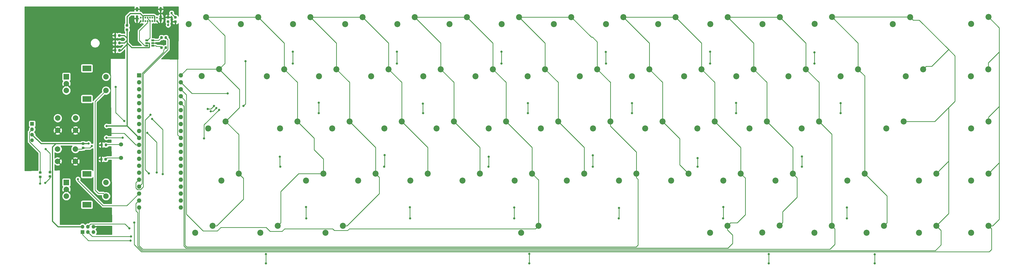
<source format=gbr>
G04 #@! TF.GenerationSoftware,KiCad,Pcbnew,(5.1.0)-1*
G04 #@! TF.CreationDate,2020-08-21T01:29:19+01:00*
G04 #@! TF.ProjectId,marcoboard,6d617263-6f62-46f6-9172-642e6b696361,rev?*
G04 #@! TF.SameCoordinates,Original*
G04 #@! TF.FileFunction,Copper,L1,Top*
G04 #@! TF.FilePolarity,Positive*
%FSLAX46Y46*%
G04 Gerber Fmt 4.6, Leading zero omitted, Abs format (unit mm)*
G04 Created by KiCad (PCBNEW (5.1.0)-1) date 2020-08-21 01:29:19*
%MOMM*%
%LPD*%
G04 APERTURE LIST*
%ADD10O,1.350000X1.350000*%
%ADD11R,1.350000X1.350000*%
%ADD12O,1.600000X1.600000*%
%ADD13R,1.600000X1.600000*%
%ADD14C,2.200000*%
%ADD15C,1.500000*%
%ADD16C,0.650000*%
%ADD17O,0.900000X2.400000*%
%ADD18O,0.900000X1.700000*%
%ADD19C,2.000000*%
%ADD20R,1.060000X0.650000*%
%ADD21C,0.100000*%
%ADD22C,0.875000*%
%ADD23R,2.000000X2.000000*%
%ADD24R,3.200000X2.000000*%
%ADD25C,0.800000*%
%ADD26C,0.250000*%
%ADD27C,0.381000*%
%ADD28C,0.254000*%
G04 APERTURE END LIST*
D10*
X43250000Y-106400000D03*
X43250000Y-104400000D03*
X43250000Y-102400000D03*
D11*
X43250000Y-100400000D03*
D10*
X65650000Y-137950000D03*
X65650000Y-139950000D03*
X63650000Y-137950000D03*
X63650000Y-139950000D03*
X61650000Y-137950000D03*
D11*
X61650000Y-139950000D03*
D12*
X97540000Y-82700000D03*
X82300000Y-130960000D03*
X97540000Y-85240000D03*
X82300000Y-128420000D03*
X97540000Y-87780000D03*
X82300000Y-125880000D03*
X97540000Y-90320000D03*
X82300000Y-123340000D03*
X97540000Y-92860000D03*
X82300000Y-120800000D03*
X97540000Y-95400000D03*
X82300000Y-118260000D03*
X97540000Y-97940000D03*
X82300000Y-115720000D03*
X97540000Y-100480000D03*
X82300000Y-113180000D03*
X97540000Y-103020000D03*
X82300000Y-110640000D03*
X97540000Y-105560000D03*
X82300000Y-108100000D03*
X97540000Y-108100000D03*
X82300000Y-105560000D03*
X97540000Y-110640000D03*
X82300000Y-103020000D03*
X97540000Y-113180000D03*
X82300000Y-100480000D03*
X97540000Y-115720000D03*
X82300000Y-97940000D03*
X97540000Y-118260000D03*
X82300000Y-95400000D03*
X97540000Y-120800000D03*
X82300000Y-92860000D03*
X97540000Y-123340000D03*
X82300000Y-90320000D03*
X97540000Y-125880000D03*
X82300000Y-87780000D03*
X97540000Y-128420000D03*
X82300000Y-85240000D03*
X97540000Y-130960000D03*
D13*
X82300000Y-82700000D03*
D14*
X126600000Y-140150000D03*
X132950000Y-137610000D03*
X357600000Y-63950000D03*
X363950000Y-61410000D03*
X348050000Y-140150000D03*
X354400000Y-137610000D03*
D15*
X75750000Y-107950000D03*
X75750000Y-112830000D03*
D16*
X87150000Y-62910000D03*
X88850000Y-62910000D03*
X88000000Y-62910000D03*
X86300000Y-62910000D03*
X85450000Y-62910000D03*
X84600000Y-62910000D03*
X83750000Y-62910000D03*
X82900000Y-62910000D03*
X88850000Y-61585000D03*
X87995000Y-61585000D03*
X87145000Y-61585000D03*
X86295000Y-61585000D03*
X85445000Y-61585000D03*
X84595000Y-61585000D03*
X83745000Y-61585000D03*
X82895000Y-61585000D03*
D17*
X90200000Y-61930000D03*
X81550000Y-61930000D03*
D18*
X90200000Y-58550000D03*
X81550000Y-58550000D03*
D19*
X59100000Y-102800000D03*
X59100000Y-98300000D03*
X52600000Y-102800000D03*
X52600000Y-98300000D03*
X59050000Y-114100000D03*
X59050000Y-109600000D03*
X52550000Y-114100000D03*
X52550000Y-109600000D03*
D20*
X85150000Y-70900000D03*
X85150000Y-71850000D03*
X85150000Y-69950000D03*
X87350000Y-69950000D03*
X87350000Y-70900000D03*
X87350000Y-71850000D03*
D21*
G36*
X46477691Y-119338553D02*
G01*
X46498926Y-119341703D01*
X46519750Y-119346919D01*
X46539962Y-119354151D01*
X46559368Y-119363330D01*
X46577781Y-119374366D01*
X46595024Y-119387154D01*
X46610930Y-119401570D01*
X46625346Y-119417476D01*
X46638134Y-119434719D01*
X46649170Y-119453132D01*
X46658349Y-119472538D01*
X46665581Y-119492750D01*
X46670797Y-119513574D01*
X46673947Y-119534809D01*
X46675000Y-119556250D01*
X46675000Y-119993750D01*
X46673947Y-120015191D01*
X46670797Y-120036426D01*
X46665581Y-120057250D01*
X46658349Y-120077462D01*
X46649170Y-120096868D01*
X46638134Y-120115281D01*
X46625346Y-120132524D01*
X46610930Y-120148430D01*
X46595024Y-120162846D01*
X46577781Y-120175634D01*
X46559368Y-120186670D01*
X46539962Y-120195849D01*
X46519750Y-120203081D01*
X46498926Y-120208297D01*
X46477691Y-120211447D01*
X46456250Y-120212500D01*
X45943750Y-120212500D01*
X45922309Y-120211447D01*
X45901074Y-120208297D01*
X45880250Y-120203081D01*
X45860038Y-120195849D01*
X45840632Y-120186670D01*
X45822219Y-120175634D01*
X45804976Y-120162846D01*
X45789070Y-120148430D01*
X45774654Y-120132524D01*
X45761866Y-120115281D01*
X45750830Y-120096868D01*
X45741651Y-120077462D01*
X45734419Y-120057250D01*
X45729203Y-120036426D01*
X45726053Y-120015191D01*
X45725000Y-119993750D01*
X45725000Y-119556250D01*
X45726053Y-119534809D01*
X45729203Y-119513574D01*
X45734419Y-119492750D01*
X45741651Y-119472538D01*
X45750830Y-119453132D01*
X45761866Y-119434719D01*
X45774654Y-119417476D01*
X45789070Y-119401570D01*
X45804976Y-119387154D01*
X45822219Y-119374366D01*
X45840632Y-119363330D01*
X45860038Y-119354151D01*
X45880250Y-119346919D01*
X45901074Y-119341703D01*
X45922309Y-119338553D01*
X45943750Y-119337500D01*
X46456250Y-119337500D01*
X46477691Y-119338553D01*
X46477691Y-119338553D01*
G37*
D22*
X46200000Y-119775000D03*
D21*
G36*
X46477691Y-117763553D02*
G01*
X46498926Y-117766703D01*
X46519750Y-117771919D01*
X46539962Y-117779151D01*
X46559368Y-117788330D01*
X46577781Y-117799366D01*
X46595024Y-117812154D01*
X46610930Y-117826570D01*
X46625346Y-117842476D01*
X46638134Y-117859719D01*
X46649170Y-117878132D01*
X46658349Y-117897538D01*
X46665581Y-117917750D01*
X46670797Y-117938574D01*
X46673947Y-117959809D01*
X46675000Y-117981250D01*
X46675000Y-118418750D01*
X46673947Y-118440191D01*
X46670797Y-118461426D01*
X46665581Y-118482250D01*
X46658349Y-118502462D01*
X46649170Y-118521868D01*
X46638134Y-118540281D01*
X46625346Y-118557524D01*
X46610930Y-118573430D01*
X46595024Y-118587846D01*
X46577781Y-118600634D01*
X46559368Y-118611670D01*
X46539962Y-118620849D01*
X46519750Y-118628081D01*
X46498926Y-118633297D01*
X46477691Y-118636447D01*
X46456250Y-118637500D01*
X45943750Y-118637500D01*
X45922309Y-118636447D01*
X45901074Y-118633297D01*
X45880250Y-118628081D01*
X45860038Y-118620849D01*
X45840632Y-118611670D01*
X45822219Y-118600634D01*
X45804976Y-118587846D01*
X45789070Y-118573430D01*
X45774654Y-118557524D01*
X45761866Y-118540281D01*
X45750830Y-118521868D01*
X45741651Y-118502462D01*
X45734419Y-118482250D01*
X45729203Y-118461426D01*
X45726053Y-118440191D01*
X45725000Y-118418750D01*
X45725000Y-117981250D01*
X45726053Y-117959809D01*
X45729203Y-117938574D01*
X45734419Y-117917750D01*
X45741651Y-117897538D01*
X45750830Y-117878132D01*
X45761866Y-117859719D01*
X45774654Y-117842476D01*
X45789070Y-117826570D01*
X45804976Y-117812154D01*
X45822219Y-117799366D01*
X45840632Y-117788330D01*
X45860038Y-117779151D01*
X45880250Y-117771919D01*
X45901074Y-117766703D01*
X45922309Y-117763553D01*
X45943750Y-117762500D01*
X46456250Y-117762500D01*
X46477691Y-117763553D01*
X46477691Y-117763553D01*
G37*
D22*
X46200000Y-118200000D03*
D21*
G36*
X50077691Y-119188553D02*
G01*
X50098926Y-119191703D01*
X50119750Y-119196919D01*
X50139962Y-119204151D01*
X50159368Y-119213330D01*
X50177781Y-119224366D01*
X50195024Y-119237154D01*
X50210930Y-119251570D01*
X50225346Y-119267476D01*
X50238134Y-119284719D01*
X50249170Y-119303132D01*
X50258349Y-119322538D01*
X50265581Y-119342750D01*
X50270797Y-119363574D01*
X50273947Y-119384809D01*
X50275000Y-119406250D01*
X50275000Y-119843750D01*
X50273947Y-119865191D01*
X50270797Y-119886426D01*
X50265581Y-119907250D01*
X50258349Y-119927462D01*
X50249170Y-119946868D01*
X50238134Y-119965281D01*
X50225346Y-119982524D01*
X50210930Y-119998430D01*
X50195024Y-120012846D01*
X50177781Y-120025634D01*
X50159368Y-120036670D01*
X50139962Y-120045849D01*
X50119750Y-120053081D01*
X50098926Y-120058297D01*
X50077691Y-120061447D01*
X50056250Y-120062500D01*
X49543750Y-120062500D01*
X49522309Y-120061447D01*
X49501074Y-120058297D01*
X49480250Y-120053081D01*
X49460038Y-120045849D01*
X49440632Y-120036670D01*
X49422219Y-120025634D01*
X49404976Y-120012846D01*
X49389070Y-119998430D01*
X49374654Y-119982524D01*
X49361866Y-119965281D01*
X49350830Y-119946868D01*
X49341651Y-119927462D01*
X49334419Y-119907250D01*
X49329203Y-119886426D01*
X49326053Y-119865191D01*
X49325000Y-119843750D01*
X49325000Y-119406250D01*
X49326053Y-119384809D01*
X49329203Y-119363574D01*
X49334419Y-119342750D01*
X49341651Y-119322538D01*
X49350830Y-119303132D01*
X49361866Y-119284719D01*
X49374654Y-119267476D01*
X49389070Y-119251570D01*
X49404976Y-119237154D01*
X49422219Y-119224366D01*
X49440632Y-119213330D01*
X49460038Y-119204151D01*
X49480250Y-119196919D01*
X49501074Y-119191703D01*
X49522309Y-119188553D01*
X49543750Y-119187500D01*
X50056250Y-119187500D01*
X50077691Y-119188553D01*
X50077691Y-119188553D01*
G37*
D22*
X49800000Y-119625000D03*
D21*
G36*
X50077691Y-117613553D02*
G01*
X50098926Y-117616703D01*
X50119750Y-117621919D01*
X50139962Y-117629151D01*
X50159368Y-117638330D01*
X50177781Y-117649366D01*
X50195024Y-117662154D01*
X50210930Y-117676570D01*
X50225346Y-117692476D01*
X50238134Y-117709719D01*
X50249170Y-117728132D01*
X50258349Y-117747538D01*
X50265581Y-117767750D01*
X50270797Y-117788574D01*
X50273947Y-117809809D01*
X50275000Y-117831250D01*
X50275000Y-118268750D01*
X50273947Y-118290191D01*
X50270797Y-118311426D01*
X50265581Y-118332250D01*
X50258349Y-118352462D01*
X50249170Y-118371868D01*
X50238134Y-118390281D01*
X50225346Y-118407524D01*
X50210930Y-118423430D01*
X50195024Y-118437846D01*
X50177781Y-118450634D01*
X50159368Y-118461670D01*
X50139962Y-118470849D01*
X50119750Y-118478081D01*
X50098926Y-118483297D01*
X50077691Y-118486447D01*
X50056250Y-118487500D01*
X49543750Y-118487500D01*
X49522309Y-118486447D01*
X49501074Y-118483297D01*
X49480250Y-118478081D01*
X49460038Y-118470849D01*
X49440632Y-118461670D01*
X49422219Y-118450634D01*
X49404976Y-118437846D01*
X49389070Y-118423430D01*
X49374654Y-118407524D01*
X49361866Y-118390281D01*
X49350830Y-118371868D01*
X49341651Y-118352462D01*
X49334419Y-118332250D01*
X49329203Y-118311426D01*
X49326053Y-118290191D01*
X49325000Y-118268750D01*
X49325000Y-117831250D01*
X49326053Y-117809809D01*
X49329203Y-117788574D01*
X49334419Y-117767750D01*
X49341651Y-117747538D01*
X49350830Y-117728132D01*
X49361866Y-117709719D01*
X49374654Y-117692476D01*
X49389070Y-117676570D01*
X49404976Y-117662154D01*
X49422219Y-117649366D01*
X49440632Y-117638330D01*
X49460038Y-117629151D01*
X49480250Y-117621919D01*
X49501074Y-117616703D01*
X49522309Y-117613553D01*
X49543750Y-117612500D01*
X50056250Y-117612500D01*
X50077691Y-117613553D01*
X50077691Y-117613553D01*
G37*
D22*
X49800000Y-118050000D03*
D21*
G36*
X90740191Y-68426053D02*
G01*
X90761426Y-68429203D01*
X90782250Y-68434419D01*
X90802462Y-68441651D01*
X90821868Y-68450830D01*
X90840281Y-68461866D01*
X90857524Y-68474654D01*
X90873430Y-68489070D01*
X90887846Y-68504976D01*
X90900634Y-68522219D01*
X90911670Y-68540632D01*
X90920849Y-68560038D01*
X90928081Y-68580250D01*
X90933297Y-68601074D01*
X90936447Y-68622309D01*
X90937500Y-68643750D01*
X90937500Y-69156250D01*
X90936447Y-69177691D01*
X90933297Y-69198926D01*
X90928081Y-69219750D01*
X90920849Y-69239962D01*
X90911670Y-69259368D01*
X90900634Y-69277781D01*
X90887846Y-69295024D01*
X90873430Y-69310930D01*
X90857524Y-69325346D01*
X90840281Y-69338134D01*
X90821868Y-69349170D01*
X90802462Y-69358349D01*
X90782250Y-69365581D01*
X90761426Y-69370797D01*
X90740191Y-69373947D01*
X90718750Y-69375000D01*
X90281250Y-69375000D01*
X90259809Y-69373947D01*
X90238574Y-69370797D01*
X90217750Y-69365581D01*
X90197538Y-69358349D01*
X90178132Y-69349170D01*
X90159719Y-69338134D01*
X90142476Y-69325346D01*
X90126570Y-69310930D01*
X90112154Y-69295024D01*
X90099366Y-69277781D01*
X90088330Y-69259368D01*
X90079151Y-69239962D01*
X90071919Y-69219750D01*
X90066703Y-69198926D01*
X90063553Y-69177691D01*
X90062500Y-69156250D01*
X90062500Y-68643750D01*
X90063553Y-68622309D01*
X90066703Y-68601074D01*
X90071919Y-68580250D01*
X90079151Y-68560038D01*
X90088330Y-68540632D01*
X90099366Y-68522219D01*
X90112154Y-68504976D01*
X90126570Y-68489070D01*
X90142476Y-68474654D01*
X90159719Y-68461866D01*
X90178132Y-68450830D01*
X90197538Y-68441651D01*
X90217750Y-68434419D01*
X90238574Y-68429203D01*
X90259809Y-68426053D01*
X90281250Y-68425000D01*
X90718750Y-68425000D01*
X90740191Y-68426053D01*
X90740191Y-68426053D01*
G37*
D22*
X90500000Y-68900000D03*
D21*
G36*
X92315191Y-68426053D02*
G01*
X92336426Y-68429203D01*
X92357250Y-68434419D01*
X92377462Y-68441651D01*
X92396868Y-68450830D01*
X92415281Y-68461866D01*
X92432524Y-68474654D01*
X92448430Y-68489070D01*
X92462846Y-68504976D01*
X92475634Y-68522219D01*
X92486670Y-68540632D01*
X92495849Y-68560038D01*
X92503081Y-68580250D01*
X92508297Y-68601074D01*
X92511447Y-68622309D01*
X92512500Y-68643750D01*
X92512500Y-69156250D01*
X92511447Y-69177691D01*
X92508297Y-69198926D01*
X92503081Y-69219750D01*
X92495849Y-69239962D01*
X92486670Y-69259368D01*
X92475634Y-69277781D01*
X92462846Y-69295024D01*
X92448430Y-69310930D01*
X92432524Y-69325346D01*
X92415281Y-69338134D01*
X92396868Y-69349170D01*
X92377462Y-69358349D01*
X92357250Y-69365581D01*
X92336426Y-69370797D01*
X92315191Y-69373947D01*
X92293750Y-69375000D01*
X91856250Y-69375000D01*
X91834809Y-69373947D01*
X91813574Y-69370797D01*
X91792750Y-69365581D01*
X91772538Y-69358349D01*
X91753132Y-69349170D01*
X91734719Y-69338134D01*
X91717476Y-69325346D01*
X91701570Y-69310930D01*
X91687154Y-69295024D01*
X91674366Y-69277781D01*
X91663330Y-69259368D01*
X91654151Y-69239962D01*
X91646919Y-69219750D01*
X91641703Y-69198926D01*
X91638553Y-69177691D01*
X91637500Y-69156250D01*
X91637500Y-68643750D01*
X91638553Y-68622309D01*
X91641703Y-68601074D01*
X91646919Y-68580250D01*
X91654151Y-68560038D01*
X91663330Y-68540632D01*
X91674366Y-68522219D01*
X91687154Y-68504976D01*
X91701570Y-68489070D01*
X91717476Y-68474654D01*
X91734719Y-68461866D01*
X91753132Y-68450830D01*
X91772538Y-68441651D01*
X91792750Y-68434419D01*
X91813574Y-68429203D01*
X91834809Y-68426053D01*
X91856250Y-68425000D01*
X92293750Y-68425000D01*
X92315191Y-68426053D01*
X92315191Y-68426053D01*
G37*
D22*
X92075000Y-68900000D03*
D21*
G36*
X90740191Y-72076053D02*
G01*
X90761426Y-72079203D01*
X90782250Y-72084419D01*
X90802462Y-72091651D01*
X90821868Y-72100830D01*
X90840281Y-72111866D01*
X90857524Y-72124654D01*
X90873430Y-72139070D01*
X90887846Y-72154976D01*
X90900634Y-72172219D01*
X90911670Y-72190632D01*
X90920849Y-72210038D01*
X90928081Y-72230250D01*
X90933297Y-72251074D01*
X90936447Y-72272309D01*
X90937500Y-72293750D01*
X90937500Y-72806250D01*
X90936447Y-72827691D01*
X90933297Y-72848926D01*
X90928081Y-72869750D01*
X90920849Y-72889962D01*
X90911670Y-72909368D01*
X90900634Y-72927781D01*
X90887846Y-72945024D01*
X90873430Y-72960930D01*
X90857524Y-72975346D01*
X90840281Y-72988134D01*
X90821868Y-72999170D01*
X90802462Y-73008349D01*
X90782250Y-73015581D01*
X90761426Y-73020797D01*
X90740191Y-73023947D01*
X90718750Y-73025000D01*
X90281250Y-73025000D01*
X90259809Y-73023947D01*
X90238574Y-73020797D01*
X90217750Y-73015581D01*
X90197538Y-73008349D01*
X90178132Y-72999170D01*
X90159719Y-72988134D01*
X90142476Y-72975346D01*
X90126570Y-72960930D01*
X90112154Y-72945024D01*
X90099366Y-72927781D01*
X90088330Y-72909368D01*
X90079151Y-72889962D01*
X90071919Y-72869750D01*
X90066703Y-72848926D01*
X90063553Y-72827691D01*
X90062500Y-72806250D01*
X90062500Y-72293750D01*
X90063553Y-72272309D01*
X90066703Y-72251074D01*
X90071919Y-72230250D01*
X90079151Y-72210038D01*
X90088330Y-72190632D01*
X90099366Y-72172219D01*
X90112154Y-72154976D01*
X90126570Y-72139070D01*
X90142476Y-72124654D01*
X90159719Y-72111866D01*
X90178132Y-72100830D01*
X90197538Y-72091651D01*
X90217750Y-72084419D01*
X90238574Y-72079203D01*
X90259809Y-72076053D01*
X90281250Y-72075000D01*
X90718750Y-72075000D01*
X90740191Y-72076053D01*
X90740191Y-72076053D01*
G37*
D22*
X90500000Y-72550000D03*
D21*
G36*
X92315191Y-72076053D02*
G01*
X92336426Y-72079203D01*
X92357250Y-72084419D01*
X92377462Y-72091651D01*
X92396868Y-72100830D01*
X92415281Y-72111866D01*
X92432524Y-72124654D01*
X92448430Y-72139070D01*
X92462846Y-72154976D01*
X92475634Y-72172219D01*
X92486670Y-72190632D01*
X92495849Y-72210038D01*
X92503081Y-72230250D01*
X92508297Y-72251074D01*
X92511447Y-72272309D01*
X92512500Y-72293750D01*
X92512500Y-72806250D01*
X92511447Y-72827691D01*
X92508297Y-72848926D01*
X92503081Y-72869750D01*
X92495849Y-72889962D01*
X92486670Y-72909368D01*
X92475634Y-72927781D01*
X92462846Y-72945024D01*
X92448430Y-72960930D01*
X92432524Y-72975346D01*
X92415281Y-72988134D01*
X92396868Y-72999170D01*
X92377462Y-73008349D01*
X92357250Y-73015581D01*
X92336426Y-73020797D01*
X92315191Y-73023947D01*
X92293750Y-73025000D01*
X91856250Y-73025000D01*
X91834809Y-73023947D01*
X91813574Y-73020797D01*
X91792750Y-73015581D01*
X91772538Y-73008349D01*
X91753132Y-72999170D01*
X91734719Y-72988134D01*
X91717476Y-72975346D01*
X91701570Y-72960930D01*
X91687154Y-72945024D01*
X91674366Y-72927781D01*
X91663330Y-72909368D01*
X91654151Y-72889962D01*
X91646919Y-72869750D01*
X91641703Y-72848926D01*
X91638553Y-72827691D01*
X91637500Y-72806250D01*
X91637500Y-72293750D01*
X91638553Y-72272309D01*
X91641703Y-72251074D01*
X91646919Y-72230250D01*
X91654151Y-72210038D01*
X91663330Y-72190632D01*
X91674366Y-72172219D01*
X91687154Y-72154976D01*
X91701570Y-72139070D01*
X91717476Y-72124654D01*
X91734719Y-72111866D01*
X91753132Y-72100830D01*
X91772538Y-72091651D01*
X91792750Y-72084419D01*
X91813574Y-72079203D01*
X91834809Y-72076053D01*
X91856250Y-72075000D01*
X92293750Y-72075000D01*
X92315191Y-72076053D01*
X92315191Y-72076053D01*
G37*
D22*
X92075000Y-72550000D03*
D21*
G36*
X95827691Y-61063553D02*
G01*
X95848926Y-61066703D01*
X95869750Y-61071919D01*
X95889962Y-61079151D01*
X95909368Y-61088330D01*
X95927781Y-61099366D01*
X95945024Y-61112154D01*
X95960930Y-61126570D01*
X95975346Y-61142476D01*
X95988134Y-61159719D01*
X95999170Y-61178132D01*
X96008349Y-61197538D01*
X96015581Y-61217750D01*
X96020797Y-61238574D01*
X96023947Y-61259809D01*
X96025000Y-61281250D01*
X96025000Y-61718750D01*
X96023947Y-61740191D01*
X96020797Y-61761426D01*
X96015581Y-61782250D01*
X96008349Y-61802462D01*
X95999170Y-61821868D01*
X95988134Y-61840281D01*
X95975346Y-61857524D01*
X95960930Y-61873430D01*
X95945024Y-61887846D01*
X95927781Y-61900634D01*
X95909368Y-61911670D01*
X95889962Y-61920849D01*
X95869750Y-61928081D01*
X95848926Y-61933297D01*
X95827691Y-61936447D01*
X95806250Y-61937500D01*
X95293750Y-61937500D01*
X95272309Y-61936447D01*
X95251074Y-61933297D01*
X95230250Y-61928081D01*
X95210038Y-61920849D01*
X95190632Y-61911670D01*
X95172219Y-61900634D01*
X95154976Y-61887846D01*
X95139070Y-61873430D01*
X95124654Y-61857524D01*
X95111866Y-61840281D01*
X95100830Y-61821868D01*
X95091651Y-61802462D01*
X95084419Y-61782250D01*
X95079203Y-61761426D01*
X95076053Y-61740191D01*
X95075000Y-61718750D01*
X95075000Y-61281250D01*
X95076053Y-61259809D01*
X95079203Y-61238574D01*
X95084419Y-61217750D01*
X95091651Y-61197538D01*
X95100830Y-61178132D01*
X95111866Y-61159719D01*
X95124654Y-61142476D01*
X95139070Y-61126570D01*
X95154976Y-61112154D01*
X95172219Y-61099366D01*
X95190632Y-61088330D01*
X95210038Y-61079151D01*
X95230250Y-61071919D01*
X95251074Y-61066703D01*
X95272309Y-61063553D01*
X95293750Y-61062500D01*
X95806250Y-61062500D01*
X95827691Y-61063553D01*
X95827691Y-61063553D01*
G37*
D22*
X95550000Y-61500000D03*
D21*
G36*
X95827691Y-62638553D02*
G01*
X95848926Y-62641703D01*
X95869750Y-62646919D01*
X95889962Y-62654151D01*
X95909368Y-62663330D01*
X95927781Y-62674366D01*
X95945024Y-62687154D01*
X95960930Y-62701570D01*
X95975346Y-62717476D01*
X95988134Y-62734719D01*
X95999170Y-62753132D01*
X96008349Y-62772538D01*
X96015581Y-62792750D01*
X96020797Y-62813574D01*
X96023947Y-62834809D01*
X96025000Y-62856250D01*
X96025000Y-63293750D01*
X96023947Y-63315191D01*
X96020797Y-63336426D01*
X96015581Y-63357250D01*
X96008349Y-63377462D01*
X95999170Y-63396868D01*
X95988134Y-63415281D01*
X95975346Y-63432524D01*
X95960930Y-63448430D01*
X95945024Y-63462846D01*
X95927781Y-63475634D01*
X95909368Y-63486670D01*
X95889962Y-63495849D01*
X95869750Y-63503081D01*
X95848926Y-63508297D01*
X95827691Y-63511447D01*
X95806250Y-63512500D01*
X95293750Y-63512500D01*
X95272309Y-63511447D01*
X95251074Y-63508297D01*
X95230250Y-63503081D01*
X95210038Y-63495849D01*
X95190632Y-63486670D01*
X95172219Y-63475634D01*
X95154976Y-63462846D01*
X95139070Y-63448430D01*
X95124654Y-63432524D01*
X95111866Y-63415281D01*
X95100830Y-63396868D01*
X95091651Y-63377462D01*
X95084419Y-63357250D01*
X95079203Y-63336426D01*
X95076053Y-63315191D01*
X95075000Y-63293750D01*
X95075000Y-62856250D01*
X95076053Y-62834809D01*
X95079203Y-62813574D01*
X95084419Y-62792750D01*
X95091651Y-62772538D01*
X95100830Y-62753132D01*
X95111866Y-62734719D01*
X95124654Y-62717476D01*
X95139070Y-62701570D01*
X95154976Y-62687154D01*
X95172219Y-62674366D01*
X95190632Y-62663330D01*
X95210038Y-62654151D01*
X95230250Y-62646919D01*
X95251074Y-62641703D01*
X95272309Y-62638553D01*
X95293750Y-62637500D01*
X95806250Y-62637500D01*
X95827691Y-62638553D01*
X95827691Y-62638553D01*
G37*
D22*
X95550000Y-63075000D03*
D21*
G36*
X93177691Y-62638553D02*
G01*
X93198926Y-62641703D01*
X93219750Y-62646919D01*
X93239962Y-62654151D01*
X93259368Y-62663330D01*
X93277781Y-62674366D01*
X93295024Y-62687154D01*
X93310930Y-62701570D01*
X93325346Y-62717476D01*
X93338134Y-62734719D01*
X93349170Y-62753132D01*
X93358349Y-62772538D01*
X93365581Y-62792750D01*
X93370797Y-62813574D01*
X93373947Y-62834809D01*
X93375000Y-62856250D01*
X93375000Y-63293750D01*
X93373947Y-63315191D01*
X93370797Y-63336426D01*
X93365581Y-63357250D01*
X93358349Y-63377462D01*
X93349170Y-63396868D01*
X93338134Y-63415281D01*
X93325346Y-63432524D01*
X93310930Y-63448430D01*
X93295024Y-63462846D01*
X93277781Y-63475634D01*
X93259368Y-63486670D01*
X93239962Y-63495849D01*
X93219750Y-63503081D01*
X93198926Y-63508297D01*
X93177691Y-63511447D01*
X93156250Y-63512500D01*
X92643750Y-63512500D01*
X92622309Y-63511447D01*
X92601074Y-63508297D01*
X92580250Y-63503081D01*
X92560038Y-63495849D01*
X92540632Y-63486670D01*
X92522219Y-63475634D01*
X92504976Y-63462846D01*
X92489070Y-63448430D01*
X92474654Y-63432524D01*
X92461866Y-63415281D01*
X92450830Y-63396868D01*
X92441651Y-63377462D01*
X92434419Y-63357250D01*
X92429203Y-63336426D01*
X92426053Y-63315191D01*
X92425000Y-63293750D01*
X92425000Y-62856250D01*
X92426053Y-62834809D01*
X92429203Y-62813574D01*
X92434419Y-62792750D01*
X92441651Y-62772538D01*
X92450830Y-62753132D01*
X92461866Y-62734719D01*
X92474654Y-62717476D01*
X92489070Y-62701570D01*
X92504976Y-62687154D01*
X92522219Y-62674366D01*
X92540632Y-62663330D01*
X92560038Y-62654151D01*
X92580250Y-62646919D01*
X92601074Y-62641703D01*
X92622309Y-62638553D01*
X92643750Y-62637500D01*
X93156250Y-62637500D01*
X93177691Y-62638553D01*
X93177691Y-62638553D01*
G37*
D22*
X92900000Y-63075000D03*
D21*
G36*
X93177691Y-61063553D02*
G01*
X93198926Y-61066703D01*
X93219750Y-61071919D01*
X93239962Y-61079151D01*
X93259368Y-61088330D01*
X93277781Y-61099366D01*
X93295024Y-61112154D01*
X93310930Y-61126570D01*
X93325346Y-61142476D01*
X93338134Y-61159719D01*
X93349170Y-61178132D01*
X93358349Y-61197538D01*
X93365581Y-61217750D01*
X93370797Y-61238574D01*
X93373947Y-61259809D01*
X93375000Y-61281250D01*
X93375000Y-61718750D01*
X93373947Y-61740191D01*
X93370797Y-61761426D01*
X93365581Y-61782250D01*
X93358349Y-61802462D01*
X93349170Y-61821868D01*
X93338134Y-61840281D01*
X93325346Y-61857524D01*
X93310930Y-61873430D01*
X93295024Y-61887846D01*
X93277781Y-61900634D01*
X93259368Y-61911670D01*
X93239962Y-61920849D01*
X93219750Y-61928081D01*
X93198926Y-61933297D01*
X93177691Y-61936447D01*
X93156250Y-61937500D01*
X92643750Y-61937500D01*
X92622309Y-61936447D01*
X92601074Y-61933297D01*
X92580250Y-61928081D01*
X92560038Y-61920849D01*
X92540632Y-61911670D01*
X92522219Y-61900634D01*
X92504976Y-61887846D01*
X92489070Y-61873430D01*
X92474654Y-61857524D01*
X92461866Y-61840281D01*
X92450830Y-61821868D01*
X92441651Y-61802462D01*
X92434419Y-61782250D01*
X92429203Y-61761426D01*
X92426053Y-61740191D01*
X92425000Y-61718750D01*
X92425000Y-61281250D01*
X92426053Y-61259809D01*
X92429203Y-61238574D01*
X92434419Y-61217750D01*
X92441651Y-61197538D01*
X92450830Y-61178132D01*
X92461866Y-61159719D01*
X92474654Y-61142476D01*
X92489070Y-61126570D01*
X92504976Y-61112154D01*
X92522219Y-61099366D01*
X92540632Y-61088330D01*
X92560038Y-61079151D01*
X92580250Y-61071919D01*
X92601074Y-61066703D01*
X92622309Y-61063553D01*
X92643750Y-61062500D01*
X93156250Y-61062500D01*
X93177691Y-61063553D01*
X93177691Y-61063553D01*
G37*
D22*
X92900000Y-61500000D03*
D21*
G36*
X62127691Y-108763553D02*
G01*
X62148926Y-108766703D01*
X62169750Y-108771919D01*
X62189962Y-108779151D01*
X62209368Y-108788330D01*
X62227781Y-108799366D01*
X62245024Y-108812154D01*
X62260930Y-108826570D01*
X62275346Y-108842476D01*
X62288134Y-108859719D01*
X62299170Y-108878132D01*
X62308349Y-108897538D01*
X62315581Y-108917750D01*
X62320797Y-108938574D01*
X62323947Y-108959809D01*
X62325000Y-108981250D01*
X62325000Y-109418750D01*
X62323947Y-109440191D01*
X62320797Y-109461426D01*
X62315581Y-109482250D01*
X62308349Y-109502462D01*
X62299170Y-109521868D01*
X62288134Y-109540281D01*
X62275346Y-109557524D01*
X62260930Y-109573430D01*
X62245024Y-109587846D01*
X62227781Y-109600634D01*
X62209368Y-109611670D01*
X62189962Y-109620849D01*
X62169750Y-109628081D01*
X62148926Y-109633297D01*
X62127691Y-109636447D01*
X62106250Y-109637500D01*
X61593750Y-109637500D01*
X61572309Y-109636447D01*
X61551074Y-109633297D01*
X61530250Y-109628081D01*
X61510038Y-109620849D01*
X61490632Y-109611670D01*
X61472219Y-109600634D01*
X61454976Y-109587846D01*
X61439070Y-109573430D01*
X61424654Y-109557524D01*
X61411866Y-109540281D01*
X61400830Y-109521868D01*
X61391651Y-109502462D01*
X61384419Y-109482250D01*
X61379203Y-109461426D01*
X61376053Y-109440191D01*
X61375000Y-109418750D01*
X61375000Y-108981250D01*
X61376053Y-108959809D01*
X61379203Y-108938574D01*
X61384419Y-108917750D01*
X61391651Y-108897538D01*
X61400830Y-108878132D01*
X61411866Y-108859719D01*
X61424654Y-108842476D01*
X61439070Y-108826570D01*
X61454976Y-108812154D01*
X61472219Y-108799366D01*
X61490632Y-108788330D01*
X61510038Y-108779151D01*
X61530250Y-108771919D01*
X61551074Y-108766703D01*
X61572309Y-108763553D01*
X61593750Y-108762500D01*
X62106250Y-108762500D01*
X62127691Y-108763553D01*
X62127691Y-108763553D01*
G37*
D22*
X61850000Y-109200000D03*
D21*
G36*
X62127691Y-107188553D02*
G01*
X62148926Y-107191703D01*
X62169750Y-107196919D01*
X62189962Y-107204151D01*
X62209368Y-107213330D01*
X62227781Y-107224366D01*
X62245024Y-107237154D01*
X62260930Y-107251570D01*
X62275346Y-107267476D01*
X62288134Y-107284719D01*
X62299170Y-107303132D01*
X62308349Y-107322538D01*
X62315581Y-107342750D01*
X62320797Y-107363574D01*
X62323947Y-107384809D01*
X62325000Y-107406250D01*
X62325000Y-107843750D01*
X62323947Y-107865191D01*
X62320797Y-107886426D01*
X62315581Y-107907250D01*
X62308349Y-107927462D01*
X62299170Y-107946868D01*
X62288134Y-107965281D01*
X62275346Y-107982524D01*
X62260930Y-107998430D01*
X62245024Y-108012846D01*
X62227781Y-108025634D01*
X62209368Y-108036670D01*
X62189962Y-108045849D01*
X62169750Y-108053081D01*
X62148926Y-108058297D01*
X62127691Y-108061447D01*
X62106250Y-108062500D01*
X61593750Y-108062500D01*
X61572309Y-108061447D01*
X61551074Y-108058297D01*
X61530250Y-108053081D01*
X61510038Y-108045849D01*
X61490632Y-108036670D01*
X61472219Y-108025634D01*
X61454976Y-108012846D01*
X61439070Y-107998430D01*
X61424654Y-107982524D01*
X61411866Y-107965281D01*
X61400830Y-107946868D01*
X61391651Y-107927462D01*
X61384419Y-107907250D01*
X61379203Y-107886426D01*
X61376053Y-107865191D01*
X61375000Y-107843750D01*
X61375000Y-107406250D01*
X61376053Y-107384809D01*
X61379203Y-107363574D01*
X61384419Y-107342750D01*
X61391651Y-107322538D01*
X61400830Y-107303132D01*
X61411866Y-107284719D01*
X61424654Y-107267476D01*
X61439070Y-107251570D01*
X61454976Y-107237154D01*
X61472219Y-107224366D01*
X61490632Y-107213330D01*
X61510038Y-107204151D01*
X61530250Y-107196919D01*
X61551074Y-107191703D01*
X61572309Y-107188553D01*
X61593750Y-107187500D01*
X62106250Y-107187500D01*
X62127691Y-107188553D01*
X62127691Y-107188553D01*
G37*
D22*
X61850000Y-107625000D03*
D14*
X386200000Y-140150000D03*
X392550000Y-137610000D03*
X386200000Y-121100000D03*
X392550000Y-118560000D03*
X386200000Y-102050000D03*
X392550000Y-99510000D03*
X386150000Y-83000000D03*
X392500000Y-80460000D03*
X386200000Y-63940000D03*
X392550000Y-61400000D03*
X367150000Y-140150000D03*
X373500000Y-137610000D03*
X367150000Y-121100000D03*
X373500000Y-118560000D03*
X355250000Y-102050000D03*
X361600000Y-99510000D03*
X362350000Y-83000000D03*
X368700000Y-80460000D03*
X340950000Y-121100000D03*
X347300000Y-118560000D03*
X338550000Y-83000000D03*
X344900000Y-80460000D03*
X329050000Y-63940000D03*
X335400000Y-61400000D03*
X329000000Y-140150000D03*
X335350000Y-137610000D03*
X324300000Y-102050000D03*
X330650000Y-99510000D03*
X319500000Y-83000000D03*
X325850000Y-80460000D03*
X310000000Y-63950000D03*
X316350000Y-61410000D03*
X309950000Y-140140000D03*
X316300000Y-137600000D03*
X314750000Y-121100000D03*
X321100000Y-118560000D03*
X305250000Y-102050000D03*
X311600000Y-99510000D03*
X300450000Y-83000000D03*
X306800000Y-80460000D03*
X290950000Y-63950000D03*
X297300000Y-61410000D03*
X290900000Y-140150000D03*
X297250000Y-137610000D03*
X295700000Y-121100000D03*
X302050000Y-118560000D03*
X286200000Y-102050000D03*
X292550000Y-99510000D03*
X281400000Y-83000000D03*
X287750000Y-80460000D03*
X271900000Y-63950000D03*
X278250000Y-61410000D03*
X276650000Y-121100000D03*
X283000000Y-118560000D03*
X267150000Y-102050000D03*
X273500000Y-99510000D03*
X262350000Y-83000000D03*
X268700000Y-80460000D03*
X252850000Y-63950000D03*
X259200000Y-61410000D03*
X257600000Y-121100000D03*
X263950000Y-118560000D03*
X248100000Y-102050000D03*
X254450000Y-99510000D03*
X243300000Y-83000000D03*
X249650000Y-80460000D03*
X233800000Y-63950000D03*
X240150000Y-61410000D03*
X238550000Y-121100000D03*
X244900000Y-118560000D03*
X229050000Y-102050000D03*
X235400000Y-99510000D03*
X224250000Y-83000000D03*
X230600000Y-80460000D03*
X214750000Y-63950000D03*
X221100000Y-61410000D03*
X221850000Y-140150000D03*
X228200000Y-137610000D03*
X219500000Y-121100000D03*
X225850000Y-118560000D03*
X210000000Y-102050000D03*
X216350000Y-99510000D03*
X205200000Y-83000000D03*
X211550000Y-80460000D03*
X195700000Y-63950000D03*
X202050000Y-61410000D03*
X200450000Y-121100000D03*
X206800000Y-118560000D03*
X190950000Y-102050000D03*
X197300000Y-99510000D03*
X186150000Y-83000000D03*
X192500000Y-80460000D03*
X176650000Y-63950000D03*
X183000000Y-61410000D03*
X181400000Y-121100000D03*
X187750000Y-118560000D03*
X171900000Y-102050000D03*
X178250000Y-99510000D03*
X167100000Y-83000000D03*
X173450000Y-80460000D03*
X157600000Y-63950000D03*
X163950000Y-61410000D03*
X150400000Y-140150000D03*
X156750000Y-137610000D03*
X162350000Y-121100000D03*
X168700000Y-118560000D03*
X152850000Y-102050000D03*
X159200000Y-99510000D03*
X148050000Y-83000000D03*
X154400000Y-80460000D03*
X138550000Y-63950000D03*
X144900000Y-61410000D03*
X143300000Y-121100000D03*
X149650000Y-118560000D03*
X133800000Y-102050000D03*
X140150000Y-99510000D03*
X129000000Y-83000000D03*
X135350000Y-80460000D03*
X119500000Y-63950000D03*
X125850000Y-61410000D03*
X102800000Y-140150000D03*
X109150000Y-137610000D03*
X112350000Y-121100000D03*
X118700000Y-118560000D03*
X107600000Y-102050000D03*
X113950000Y-99510000D03*
X105200000Y-82990000D03*
X111550000Y-80450000D03*
X100450000Y-63950000D03*
X106800000Y-61410000D03*
D21*
G36*
X78177691Y-64013553D02*
G01*
X78198926Y-64016703D01*
X78219750Y-64021919D01*
X78239962Y-64029151D01*
X78259368Y-64038330D01*
X78277781Y-64049366D01*
X78295024Y-64062154D01*
X78310930Y-64076570D01*
X78325346Y-64092476D01*
X78338134Y-64109719D01*
X78349170Y-64128132D01*
X78358349Y-64147538D01*
X78365581Y-64167750D01*
X78370797Y-64188574D01*
X78373947Y-64209809D01*
X78375000Y-64231250D01*
X78375000Y-64668750D01*
X78373947Y-64690191D01*
X78370797Y-64711426D01*
X78365581Y-64732250D01*
X78358349Y-64752462D01*
X78349170Y-64771868D01*
X78338134Y-64790281D01*
X78325346Y-64807524D01*
X78310930Y-64823430D01*
X78295024Y-64837846D01*
X78277781Y-64850634D01*
X78259368Y-64861670D01*
X78239962Y-64870849D01*
X78219750Y-64878081D01*
X78198926Y-64883297D01*
X78177691Y-64886447D01*
X78156250Y-64887500D01*
X77643750Y-64887500D01*
X77622309Y-64886447D01*
X77601074Y-64883297D01*
X77580250Y-64878081D01*
X77560038Y-64870849D01*
X77540632Y-64861670D01*
X77522219Y-64850634D01*
X77504976Y-64837846D01*
X77489070Y-64823430D01*
X77474654Y-64807524D01*
X77461866Y-64790281D01*
X77450830Y-64771868D01*
X77441651Y-64752462D01*
X77434419Y-64732250D01*
X77429203Y-64711426D01*
X77426053Y-64690191D01*
X77425000Y-64668750D01*
X77425000Y-64231250D01*
X77426053Y-64209809D01*
X77429203Y-64188574D01*
X77434419Y-64167750D01*
X77441651Y-64147538D01*
X77450830Y-64128132D01*
X77461866Y-64109719D01*
X77474654Y-64092476D01*
X77489070Y-64076570D01*
X77504976Y-64062154D01*
X77522219Y-64049366D01*
X77540632Y-64038330D01*
X77560038Y-64029151D01*
X77580250Y-64021919D01*
X77601074Y-64016703D01*
X77622309Y-64013553D01*
X77643750Y-64012500D01*
X78156250Y-64012500D01*
X78177691Y-64013553D01*
X78177691Y-64013553D01*
G37*
D22*
X77900000Y-64450000D03*
D21*
G36*
X78177691Y-65588553D02*
G01*
X78198926Y-65591703D01*
X78219750Y-65596919D01*
X78239962Y-65604151D01*
X78259368Y-65613330D01*
X78277781Y-65624366D01*
X78295024Y-65637154D01*
X78310930Y-65651570D01*
X78325346Y-65667476D01*
X78338134Y-65684719D01*
X78349170Y-65703132D01*
X78358349Y-65722538D01*
X78365581Y-65742750D01*
X78370797Y-65763574D01*
X78373947Y-65784809D01*
X78375000Y-65806250D01*
X78375000Y-66243750D01*
X78373947Y-66265191D01*
X78370797Y-66286426D01*
X78365581Y-66307250D01*
X78358349Y-66327462D01*
X78349170Y-66346868D01*
X78338134Y-66365281D01*
X78325346Y-66382524D01*
X78310930Y-66398430D01*
X78295024Y-66412846D01*
X78277781Y-66425634D01*
X78259368Y-66436670D01*
X78239962Y-66445849D01*
X78219750Y-66453081D01*
X78198926Y-66458297D01*
X78177691Y-66461447D01*
X78156250Y-66462500D01*
X77643750Y-66462500D01*
X77622309Y-66461447D01*
X77601074Y-66458297D01*
X77580250Y-66453081D01*
X77560038Y-66445849D01*
X77540632Y-66436670D01*
X77522219Y-66425634D01*
X77504976Y-66412846D01*
X77489070Y-66398430D01*
X77474654Y-66382524D01*
X77461866Y-66365281D01*
X77450830Y-66346868D01*
X77441651Y-66327462D01*
X77434419Y-66307250D01*
X77429203Y-66286426D01*
X77426053Y-66265191D01*
X77425000Y-66243750D01*
X77425000Y-65806250D01*
X77426053Y-65784809D01*
X77429203Y-65763574D01*
X77434419Y-65742750D01*
X77441651Y-65722538D01*
X77450830Y-65703132D01*
X77461866Y-65684719D01*
X77474654Y-65667476D01*
X77489070Y-65651570D01*
X77504976Y-65637154D01*
X77522219Y-65624366D01*
X77540632Y-65613330D01*
X77560038Y-65604151D01*
X77580250Y-65596919D01*
X77601074Y-65591703D01*
X77622309Y-65588553D01*
X77643750Y-65587500D01*
X78156250Y-65587500D01*
X78177691Y-65588553D01*
X78177691Y-65588553D01*
G37*
D22*
X77900000Y-66025000D03*
D23*
X55750000Y-121820000D03*
D19*
X55750000Y-124320000D03*
X55750000Y-126820000D03*
D24*
X63250000Y-118720000D03*
X63250000Y-129920000D03*
D19*
X70250000Y-121820000D03*
X70250000Y-126820000D03*
D23*
X55750000Y-83220000D03*
D19*
X55750000Y-85720000D03*
X55750000Y-88220000D03*
D24*
X63250000Y-80120000D03*
X63250000Y-91320000D03*
D19*
X70250000Y-83220000D03*
X70250000Y-88220000D03*
D21*
G36*
X73815191Y-73076053D02*
G01*
X73836426Y-73079203D01*
X73857250Y-73084419D01*
X73877462Y-73091651D01*
X73896868Y-73100830D01*
X73915281Y-73111866D01*
X73932524Y-73124654D01*
X73948430Y-73139070D01*
X73962846Y-73154976D01*
X73975634Y-73172219D01*
X73986670Y-73190632D01*
X73995849Y-73210038D01*
X74003081Y-73230250D01*
X74008297Y-73251074D01*
X74011447Y-73272309D01*
X74012500Y-73293750D01*
X74012500Y-73806250D01*
X74011447Y-73827691D01*
X74008297Y-73848926D01*
X74003081Y-73869750D01*
X73995849Y-73889962D01*
X73986670Y-73909368D01*
X73975634Y-73927781D01*
X73962846Y-73945024D01*
X73948430Y-73960930D01*
X73932524Y-73975346D01*
X73915281Y-73988134D01*
X73896868Y-73999170D01*
X73877462Y-74008349D01*
X73857250Y-74015581D01*
X73836426Y-74020797D01*
X73815191Y-74023947D01*
X73793750Y-74025000D01*
X73356250Y-74025000D01*
X73334809Y-74023947D01*
X73313574Y-74020797D01*
X73292750Y-74015581D01*
X73272538Y-74008349D01*
X73253132Y-73999170D01*
X73234719Y-73988134D01*
X73217476Y-73975346D01*
X73201570Y-73960930D01*
X73187154Y-73945024D01*
X73174366Y-73927781D01*
X73163330Y-73909368D01*
X73154151Y-73889962D01*
X73146919Y-73869750D01*
X73141703Y-73848926D01*
X73138553Y-73827691D01*
X73137500Y-73806250D01*
X73137500Y-73293750D01*
X73138553Y-73272309D01*
X73141703Y-73251074D01*
X73146919Y-73230250D01*
X73154151Y-73210038D01*
X73163330Y-73190632D01*
X73174366Y-73172219D01*
X73187154Y-73154976D01*
X73201570Y-73139070D01*
X73217476Y-73124654D01*
X73234719Y-73111866D01*
X73253132Y-73100830D01*
X73272538Y-73091651D01*
X73292750Y-73084419D01*
X73313574Y-73079203D01*
X73334809Y-73076053D01*
X73356250Y-73075000D01*
X73793750Y-73075000D01*
X73815191Y-73076053D01*
X73815191Y-73076053D01*
G37*
D22*
X73575000Y-73550000D03*
D21*
G36*
X75390191Y-73076053D02*
G01*
X75411426Y-73079203D01*
X75432250Y-73084419D01*
X75452462Y-73091651D01*
X75471868Y-73100830D01*
X75490281Y-73111866D01*
X75507524Y-73124654D01*
X75523430Y-73139070D01*
X75537846Y-73154976D01*
X75550634Y-73172219D01*
X75561670Y-73190632D01*
X75570849Y-73210038D01*
X75578081Y-73230250D01*
X75583297Y-73251074D01*
X75586447Y-73272309D01*
X75587500Y-73293750D01*
X75587500Y-73806250D01*
X75586447Y-73827691D01*
X75583297Y-73848926D01*
X75578081Y-73869750D01*
X75570849Y-73889962D01*
X75561670Y-73909368D01*
X75550634Y-73927781D01*
X75537846Y-73945024D01*
X75523430Y-73960930D01*
X75507524Y-73975346D01*
X75490281Y-73988134D01*
X75471868Y-73999170D01*
X75452462Y-74008349D01*
X75432250Y-74015581D01*
X75411426Y-74020797D01*
X75390191Y-74023947D01*
X75368750Y-74025000D01*
X74931250Y-74025000D01*
X74909809Y-74023947D01*
X74888574Y-74020797D01*
X74867750Y-74015581D01*
X74847538Y-74008349D01*
X74828132Y-73999170D01*
X74809719Y-73988134D01*
X74792476Y-73975346D01*
X74776570Y-73960930D01*
X74762154Y-73945024D01*
X74749366Y-73927781D01*
X74738330Y-73909368D01*
X74729151Y-73889962D01*
X74721919Y-73869750D01*
X74716703Y-73848926D01*
X74713553Y-73827691D01*
X74712500Y-73806250D01*
X74712500Y-73293750D01*
X74713553Y-73272309D01*
X74716703Y-73251074D01*
X74721919Y-73230250D01*
X74729151Y-73210038D01*
X74738330Y-73190632D01*
X74749366Y-73172219D01*
X74762154Y-73154976D01*
X74776570Y-73139070D01*
X74792476Y-73124654D01*
X74809719Y-73111866D01*
X74828132Y-73100830D01*
X74847538Y-73091651D01*
X74867750Y-73084419D01*
X74888574Y-73079203D01*
X74909809Y-73076053D01*
X74931250Y-73075000D01*
X75368750Y-73075000D01*
X75390191Y-73076053D01*
X75390191Y-73076053D01*
G37*
D22*
X75150000Y-73550000D03*
D21*
G36*
X73765191Y-67676053D02*
G01*
X73786426Y-67679203D01*
X73807250Y-67684419D01*
X73827462Y-67691651D01*
X73846868Y-67700830D01*
X73865281Y-67711866D01*
X73882524Y-67724654D01*
X73898430Y-67739070D01*
X73912846Y-67754976D01*
X73925634Y-67772219D01*
X73936670Y-67790632D01*
X73945849Y-67810038D01*
X73953081Y-67830250D01*
X73958297Y-67851074D01*
X73961447Y-67872309D01*
X73962500Y-67893750D01*
X73962500Y-68406250D01*
X73961447Y-68427691D01*
X73958297Y-68448926D01*
X73953081Y-68469750D01*
X73945849Y-68489962D01*
X73936670Y-68509368D01*
X73925634Y-68527781D01*
X73912846Y-68545024D01*
X73898430Y-68560930D01*
X73882524Y-68575346D01*
X73865281Y-68588134D01*
X73846868Y-68599170D01*
X73827462Y-68608349D01*
X73807250Y-68615581D01*
X73786426Y-68620797D01*
X73765191Y-68623947D01*
X73743750Y-68625000D01*
X73306250Y-68625000D01*
X73284809Y-68623947D01*
X73263574Y-68620797D01*
X73242750Y-68615581D01*
X73222538Y-68608349D01*
X73203132Y-68599170D01*
X73184719Y-68588134D01*
X73167476Y-68575346D01*
X73151570Y-68560930D01*
X73137154Y-68545024D01*
X73124366Y-68527781D01*
X73113330Y-68509368D01*
X73104151Y-68489962D01*
X73096919Y-68469750D01*
X73091703Y-68448926D01*
X73088553Y-68427691D01*
X73087500Y-68406250D01*
X73087500Y-67893750D01*
X73088553Y-67872309D01*
X73091703Y-67851074D01*
X73096919Y-67830250D01*
X73104151Y-67810038D01*
X73113330Y-67790632D01*
X73124366Y-67772219D01*
X73137154Y-67754976D01*
X73151570Y-67739070D01*
X73167476Y-67724654D01*
X73184719Y-67711866D01*
X73203132Y-67700830D01*
X73222538Y-67691651D01*
X73242750Y-67684419D01*
X73263574Y-67679203D01*
X73284809Y-67676053D01*
X73306250Y-67675000D01*
X73743750Y-67675000D01*
X73765191Y-67676053D01*
X73765191Y-67676053D01*
G37*
D22*
X73525000Y-68150000D03*
D21*
G36*
X75340191Y-67676053D02*
G01*
X75361426Y-67679203D01*
X75382250Y-67684419D01*
X75402462Y-67691651D01*
X75421868Y-67700830D01*
X75440281Y-67711866D01*
X75457524Y-67724654D01*
X75473430Y-67739070D01*
X75487846Y-67754976D01*
X75500634Y-67772219D01*
X75511670Y-67790632D01*
X75520849Y-67810038D01*
X75528081Y-67830250D01*
X75533297Y-67851074D01*
X75536447Y-67872309D01*
X75537500Y-67893750D01*
X75537500Y-68406250D01*
X75536447Y-68427691D01*
X75533297Y-68448926D01*
X75528081Y-68469750D01*
X75520849Y-68489962D01*
X75511670Y-68509368D01*
X75500634Y-68527781D01*
X75487846Y-68545024D01*
X75473430Y-68560930D01*
X75457524Y-68575346D01*
X75440281Y-68588134D01*
X75421868Y-68599170D01*
X75402462Y-68608349D01*
X75382250Y-68615581D01*
X75361426Y-68620797D01*
X75340191Y-68623947D01*
X75318750Y-68625000D01*
X74881250Y-68625000D01*
X74859809Y-68623947D01*
X74838574Y-68620797D01*
X74817750Y-68615581D01*
X74797538Y-68608349D01*
X74778132Y-68599170D01*
X74759719Y-68588134D01*
X74742476Y-68575346D01*
X74726570Y-68560930D01*
X74712154Y-68545024D01*
X74699366Y-68527781D01*
X74688330Y-68509368D01*
X74679151Y-68489962D01*
X74671919Y-68469750D01*
X74666703Y-68448926D01*
X74663553Y-68427691D01*
X74662500Y-68406250D01*
X74662500Y-67893750D01*
X74663553Y-67872309D01*
X74666703Y-67851074D01*
X74671919Y-67830250D01*
X74679151Y-67810038D01*
X74688330Y-67790632D01*
X74699366Y-67772219D01*
X74712154Y-67754976D01*
X74726570Y-67739070D01*
X74742476Y-67724654D01*
X74759719Y-67711866D01*
X74778132Y-67700830D01*
X74797538Y-67691651D01*
X74817750Y-67684419D01*
X74838574Y-67679203D01*
X74859809Y-67676053D01*
X74881250Y-67675000D01*
X75318750Y-67675000D01*
X75340191Y-67676053D01*
X75340191Y-67676053D01*
G37*
D22*
X75100000Y-68150000D03*
D21*
G36*
X73815191Y-70376053D02*
G01*
X73836426Y-70379203D01*
X73857250Y-70384419D01*
X73877462Y-70391651D01*
X73896868Y-70400830D01*
X73915281Y-70411866D01*
X73932524Y-70424654D01*
X73948430Y-70439070D01*
X73962846Y-70454976D01*
X73975634Y-70472219D01*
X73986670Y-70490632D01*
X73995849Y-70510038D01*
X74003081Y-70530250D01*
X74008297Y-70551074D01*
X74011447Y-70572309D01*
X74012500Y-70593750D01*
X74012500Y-71106250D01*
X74011447Y-71127691D01*
X74008297Y-71148926D01*
X74003081Y-71169750D01*
X73995849Y-71189962D01*
X73986670Y-71209368D01*
X73975634Y-71227781D01*
X73962846Y-71245024D01*
X73948430Y-71260930D01*
X73932524Y-71275346D01*
X73915281Y-71288134D01*
X73896868Y-71299170D01*
X73877462Y-71308349D01*
X73857250Y-71315581D01*
X73836426Y-71320797D01*
X73815191Y-71323947D01*
X73793750Y-71325000D01*
X73356250Y-71325000D01*
X73334809Y-71323947D01*
X73313574Y-71320797D01*
X73292750Y-71315581D01*
X73272538Y-71308349D01*
X73253132Y-71299170D01*
X73234719Y-71288134D01*
X73217476Y-71275346D01*
X73201570Y-71260930D01*
X73187154Y-71245024D01*
X73174366Y-71227781D01*
X73163330Y-71209368D01*
X73154151Y-71189962D01*
X73146919Y-71169750D01*
X73141703Y-71148926D01*
X73138553Y-71127691D01*
X73137500Y-71106250D01*
X73137500Y-70593750D01*
X73138553Y-70572309D01*
X73141703Y-70551074D01*
X73146919Y-70530250D01*
X73154151Y-70510038D01*
X73163330Y-70490632D01*
X73174366Y-70472219D01*
X73187154Y-70454976D01*
X73201570Y-70439070D01*
X73217476Y-70424654D01*
X73234719Y-70411866D01*
X73253132Y-70400830D01*
X73272538Y-70391651D01*
X73292750Y-70384419D01*
X73313574Y-70379203D01*
X73334809Y-70376053D01*
X73356250Y-70375000D01*
X73793750Y-70375000D01*
X73815191Y-70376053D01*
X73815191Y-70376053D01*
G37*
D22*
X73575000Y-70850000D03*
D21*
G36*
X75390191Y-70376053D02*
G01*
X75411426Y-70379203D01*
X75432250Y-70384419D01*
X75452462Y-70391651D01*
X75471868Y-70400830D01*
X75490281Y-70411866D01*
X75507524Y-70424654D01*
X75523430Y-70439070D01*
X75537846Y-70454976D01*
X75550634Y-70472219D01*
X75561670Y-70490632D01*
X75570849Y-70510038D01*
X75578081Y-70530250D01*
X75583297Y-70551074D01*
X75586447Y-70572309D01*
X75587500Y-70593750D01*
X75587500Y-71106250D01*
X75586447Y-71127691D01*
X75583297Y-71148926D01*
X75578081Y-71169750D01*
X75570849Y-71189962D01*
X75561670Y-71209368D01*
X75550634Y-71227781D01*
X75537846Y-71245024D01*
X75523430Y-71260930D01*
X75507524Y-71275346D01*
X75490281Y-71288134D01*
X75471868Y-71299170D01*
X75452462Y-71308349D01*
X75432250Y-71315581D01*
X75411426Y-71320797D01*
X75390191Y-71323947D01*
X75368750Y-71325000D01*
X74931250Y-71325000D01*
X74909809Y-71323947D01*
X74888574Y-71320797D01*
X74867750Y-71315581D01*
X74847538Y-71308349D01*
X74828132Y-71299170D01*
X74809719Y-71288134D01*
X74792476Y-71275346D01*
X74776570Y-71260930D01*
X74762154Y-71245024D01*
X74749366Y-71227781D01*
X74738330Y-71209368D01*
X74729151Y-71189962D01*
X74721919Y-71169750D01*
X74716703Y-71148926D01*
X74713553Y-71127691D01*
X74712500Y-71106250D01*
X74712500Y-70593750D01*
X74713553Y-70572309D01*
X74716703Y-70551074D01*
X74721919Y-70530250D01*
X74729151Y-70510038D01*
X74738330Y-70490632D01*
X74749366Y-70472219D01*
X74762154Y-70454976D01*
X74776570Y-70439070D01*
X74792476Y-70424654D01*
X74809719Y-70411866D01*
X74828132Y-70400830D01*
X74847538Y-70391651D01*
X74867750Y-70384419D01*
X74888574Y-70379203D01*
X74909809Y-70376053D01*
X74931250Y-70375000D01*
X75368750Y-70375000D01*
X75390191Y-70376053D01*
X75390191Y-70376053D01*
G37*
D22*
X75150000Y-70850000D03*
D21*
G36*
X68865191Y-107626053D02*
G01*
X68886426Y-107629203D01*
X68907250Y-107634419D01*
X68927462Y-107641651D01*
X68946868Y-107650830D01*
X68965281Y-107661866D01*
X68982524Y-107674654D01*
X68998430Y-107689070D01*
X69012846Y-107704976D01*
X69025634Y-107722219D01*
X69036670Y-107740632D01*
X69045849Y-107760038D01*
X69053081Y-107780250D01*
X69058297Y-107801074D01*
X69061447Y-107822309D01*
X69062500Y-107843750D01*
X69062500Y-108356250D01*
X69061447Y-108377691D01*
X69058297Y-108398926D01*
X69053081Y-108419750D01*
X69045849Y-108439962D01*
X69036670Y-108459368D01*
X69025634Y-108477781D01*
X69012846Y-108495024D01*
X68998430Y-108510930D01*
X68982524Y-108525346D01*
X68965281Y-108538134D01*
X68946868Y-108549170D01*
X68927462Y-108558349D01*
X68907250Y-108565581D01*
X68886426Y-108570797D01*
X68865191Y-108573947D01*
X68843750Y-108575000D01*
X68406250Y-108575000D01*
X68384809Y-108573947D01*
X68363574Y-108570797D01*
X68342750Y-108565581D01*
X68322538Y-108558349D01*
X68303132Y-108549170D01*
X68284719Y-108538134D01*
X68267476Y-108525346D01*
X68251570Y-108510930D01*
X68237154Y-108495024D01*
X68224366Y-108477781D01*
X68213330Y-108459368D01*
X68204151Y-108439962D01*
X68196919Y-108419750D01*
X68191703Y-108398926D01*
X68188553Y-108377691D01*
X68187500Y-108356250D01*
X68187500Y-107843750D01*
X68188553Y-107822309D01*
X68191703Y-107801074D01*
X68196919Y-107780250D01*
X68204151Y-107760038D01*
X68213330Y-107740632D01*
X68224366Y-107722219D01*
X68237154Y-107704976D01*
X68251570Y-107689070D01*
X68267476Y-107674654D01*
X68284719Y-107661866D01*
X68303132Y-107650830D01*
X68322538Y-107641651D01*
X68342750Y-107634419D01*
X68363574Y-107629203D01*
X68384809Y-107626053D01*
X68406250Y-107625000D01*
X68843750Y-107625000D01*
X68865191Y-107626053D01*
X68865191Y-107626053D01*
G37*
D22*
X68625000Y-108100000D03*
D21*
G36*
X70440191Y-107626053D02*
G01*
X70461426Y-107629203D01*
X70482250Y-107634419D01*
X70502462Y-107641651D01*
X70521868Y-107650830D01*
X70540281Y-107661866D01*
X70557524Y-107674654D01*
X70573430Y-107689070D01*
X70587846Y-107704976D01*
X70600634Y-107722219D01*
X70611670Y-107740632D01*
X70620849Y-107760038D01*
X70628081Y-107780250D01*
X70633297Y-107801074D01*
X70636447Y-107822309D01*
X70637500Y-107843750D01*
X70637500Y-108356250D01*
X70636447Y-108377691D01*
X70633297Y-108398926D01*
X70628081Y-108419750D01*
X70620849Y-108439962D01*
X70611670Y-108459368D01*
X70600634Y-108477781D01*
X70587846Y-108495024D01*
X70573430Y-108510930D01*
X70557524Y-108525346D01*
X70540281Y-108538134D01*
X70521868Y-108549170D01*
X70502462Y-108558349D01*
X70482250Y-108565581D01*
X70461426Y-108570797D01*
X70440191Y-108573947D01*
X70418750Y-108575000D01*
X69981250Y-108575000D01*
X69959809Y-108573947D01*
X69938574Y-108570797D01*
X69917750Y-108565581D01*
X69897538Y-108558349D01*
X69878132Y-108549170D01*
X69859719Y-108538134D01*
X69842476Y-108525346D01*
X69826570Y-108510930D01*
X69812154Y-108495024D01*
X69799366Y-108477781D01*
X69788330Y-108459368D01*
X69779151Y-108439962D01*
X69771919Y-108419750D01*
X69766703Y-108398926D01*
X69763553Y-108377691D01*
X69762500Y-108356250D01*
X69762500Y-107843750D01*
X69763553Y-107822309D01*
X69766703Y-107801074D01*
X69771919Y-107780250D01*
X69779151Y-107760038D01*
X69788330Y-107740632D01*
X69799366Y-107722219D01*
X69812154Y-107704976D01*
X69826570Y-107689070D01*
X69842476Y-107674654D01*
X69859719Y-107661866D01*
X69878132Y-107650830D01*
X69897538Y-107641651D01*
X69917750Y-107634419D01*
X69938574Y-107629203D01*
X69959809Y-107626053D01*
X69981250Y-107625000D01*
X70418750Y-107625000D01*
X70440191Y-107626053D01*
X70440191Y-107626053D01*
G37*
D22*
X70200000Y-108100000D03*
D21*
G36*
X68765191Y-112876053D02*
G01*
X68786426Y-112879203D01*
X68807250Y-112884419D01*
X68827462Y-112891651D01*
X68846868Y-112900830D01*
X68865281Y-112911866D01*
X68882524Y-112924654D01*
X68898430Y-112939070D01*
X68912846Y-112954976D01*
X68925634Y-112972219D01*
X68936670Y-112990632D01*
X68945849Y-113010038D01*
X68953081Y-113030250D01*
X68958297Y-113051074D01*
X68961447Y-113072309D01*
X68962500Y-113093750D01*
X68962500Y-113606250D01*
X68961447Y-113627691D01*
X68958297Y-113648926D01*
X68953081Y-113669750D01*
X68945849Y-113689962D01*
X68936670Y-113709368D01*
X68925634Y-113727781D01*
X68912846Y-113745024D01*
X68898430Y-113760930D01*
X68882524Y-113775346D01*
X68865281Y-113788134D01*
X68846868Y-113799170D01*
X68827462Y-113808349D01*
X68807250Y-113815581D01*
X68786426Y-113820797D01*
X68765191Y-113823947D01*
X68743750Y-113825000D01*
X68306250Y-113825000D01*
X68284809Y-113823947D01*
X68263574Y-113820797D01*
X68242750Y-113815581D01*
X68222538Y-113808349D01*
X68203132Y-113799170D01*
X68184719Y-113788134D01*
X68167476Y-113775346D01*
X68151570Y-113760930D01*
X68137154Y-113745024D01*
X68124366Y-113727781D01*
X68113330Y-113709368D01*
X68104151Y-113689962D01*
X68096919Y-113669750D01*
X68091703Y-113648926D01*
X68088553Y-113627691D01*
X68087500Y-113606250D01*
X68087500Y-113093750D01*
X68088553Y-113072309D01*
X68091703Y-113051074D01*
X68096919Y-113030250D01*
X68104151Y-113010038D01*
X68113330Y-112990632D01*
X68124366Y-112972219D01*
X68137154Y-112954976D01*
X68151570Y-112939070D01*
X68167476Y-112924654D01*
X68184719Y-112911866D01*
X68203132Y-112900830D01*
X68222538Y-112891651D01*
X68242750Y-112884419D01*
X68263574Y-112879203D01*
X68284809Y-112876053D01*
X68306250Y-112875000D01*
X68743750Y-112875000D01*
X68765191Y-112876053D01*
X68765191Y-112876053D01*
G37*
D22*
X68525000Y-113350000D03*
D21*
G36*
X70340191Y-112876053D02*
G01*
X70361426Y-112879203D01*
X70382250Y-112884419D01*
X70402462Y-112891651D01*
X70421868Y-112900830D01*
X70440281Y-112911866D01*
X70457524Y-112924654D01*
X70473430Y-112939070D01*
X70487846Y-112954976D01*
X70500634Y-112972219D01*
X70511670Y-112990632D01*
X70520849Y-113010038D01*
X70528081Y-113030250D01*
X70533297Y-113051074D01*
X70536447Y-113072309D01*
X70537500Y-113093750D01*
X70537500Y-113606250D01*
X70536447Y-113627691D01*
X70533297Y-113648926D01*
X70528081Y-113669750D01*
X70520849Y-113689962D01*
X70511670Y-113709368D01*
X70500634Y-113727781D01*
X70487846Y-113745024D01*
X70473430Y-113760930D01*
X70457524Y-113775346D01*
X70440281Y-113788134D01*
X70421868Y-113799170D01*
X70402462Y-113808349D01*
X70382250Y-113815581D01*
X70361426Y-113820797D01*
X70340191Y-113823947D01*
X70318750Y-113825000D01*
X69881250Y-113825000D01*
X69859809Y-113823947D01*
X69838574Y-113820797D01*
X69817750Y-113815581D01*
X69797538Y-113808349D01*
X69778132Y-113799170D01*
X69759719Y-113788134D01*
X69742476Y-113775346D01*
X69726570Y-113760930D01*
X69712154Y-113745024D01*
X69699366Y-113727781D01*
X69688330Y-113709368D01*
X69679151Y-113689962D01*
X69671919Y-113669750D01*
X69666703Y-113648926D01*
X69663553Y-113627691D01*
X69662500Y-113606250D01*
X69662500Y-113093750D01*
X69663553Y-113072309D01*
X69666703Y-113051074D01*
X69671919Y-113030250D01*
X69679151Y-113010038D01*
X69688330Y-112990632D01*
X69699366Y-112972219D01*
X69712154Y-112954976D01*
X69726570Y-112939070D01*
X69742476Y-112924654D01*
X69759719Y-112911866D01*
X69778132Y-112900830D01*
X69797538Y-112891651D01*
X69817750Y-112884419D01*
X69838574Y-112879203D01*
X69859809Y-112876053D01*
X69881250Y-112875000D01*
X70318750Y-112875000D01*
X70340191Y-112876053D01*
X70340191Y-112876053D01*
G37*
D22*
X70100000Y-113350000D03*
D25*
X89300000Y-70900000D03*
X70450000Y-101200000D03*
X63850000Y-107550000D03*
X328950000Y-74300000D03*
X328950000Y-78350000D03*
X290850000Y-74050000D03*
X290850000Y-78350000D03*
X252800000Y-74150000D03*
X252850000Y-78350000D03*
X214650000Y-74100000D03*
X214650000Y-78350000D03*
X176500000Y-74100000D03*
X176450000Y-78350000D03*
X138450000Y-74050000D03*
X138450000Y-78350000D03*
X109700000Y-93850000D03*
X107400000Y-94950000D03*
X121200000Y-77550000D03*
X120450000Y-93850000D03*
X110550000Y-94650000D03*
X108450000Y-95850000D03*
X338550000Y-92900000D03*
X338550000Y-96500000D03*
X300350000Y-92800000D03*
X300350000Y-96500000D03*
X262300000Y-92900000D03*
X262300000Y-96500000D03*
X224300000Y-92850000D03*
X224300000Y-96500000D03*
X186000000Y-93000000D03*
X186050000Y-96500000D03*
X147950000Y-92700000D03*
X147950000Y-96500000D03*
X73800000Y-86900000D03*
X76900000Y-99400000D03*
X111500000Y-95300000D03*
X106050000Y-105750000D03*
X114650000Y-89300000D03*
X80550000Y-136450000D03*
X65050000Y-108500000D03*
X70350000Y-105450000D03*
X76350000Y-105500000D03*
X92950000Y-64350000D03*
X94200000Y-59900000D03*
X48050000Y-121950000D03*
X48200000Y-109650000D03*
X46200000Y-122200000D03*
X60000000Y-120600000D03*
X79400000Y-141550000D03*
X88800000Y-118200000D03*
X85250000Y-103700000D03*
X79200000Y-143050000D03*
X91000000Y-118800000D03*
X87100000Y-98600000D03*
X78800000Y-138550000D03*
X85900000Y-118550000D03*
X86500000Y-97100000D03*
X324350000Y-112350000D03*
X324350000Y-116050000D03*
X286250000Y-112950000D03*
X286300000Y-116050000D03*
X248000000Y-111950000D03*
X248050000Y-116050000D03*
X210000000Y-112450000D03*
X209900000Y-116050000D03*
X171950000Y-111850000D03*
X171800000Y-116050000D03*
X133750000Y-112450000D03*
X133850000Y-116050000D03*
X143300000Y-130800000D03*
X143350000Y-134900000D03*
X181250000Y-130850000D03*
X181300000Y-134900000D03*
X219350000Y-131000000D03*
X219350000Y-134900000D03*
X257550000Y-131150000D03*
X257500000Y-134900000D03*
X295650000Y-130800000D03*
X295600000Y-134900000D03*
X340850000Y-131000000D03*
X340850000Y-134900000D03*
X351000000Y-148050000D03*
X350950000Y-151400000D03*
X128650000Y-148000000D03*
X128650000Y-151400000D03*
X224800000Y-147850000D03*
X224800000Y-151400000D03*
X312250000Y-148000000D03*
X312250000Y-151400000D03*
D26*
X96414999Y-104434999D02*
X96414999Y-76364999D01*
X97540000Y-105560000D02*
X96414999Y-104434999D01*
X87350000Y-70900000D02*
X89300000Y-70900000D01*
X81168630Y-108100000D02*
X76918630Y-103850000D01*
X82300000Y-108100000D02*
X81168630Y-108100000D01*
X76918630Y-103850000D02*
X70800000Y-103850000D01*
X76100000Y-113180000D02*
X75750000Y-112830000D01*
X70620000Y-112830000D02*
X70100000Y-113350000D01*
X75750000Y-112830000D02*
X70620000Y-112830000D01*
X70350000Y-107950000D02*
X70200000Y-108100000D01*
X75750000Y-107950000D02*
X70350000Y-107950000D01*
D27*
X77900000Y-66025000D02*
X77900000Y-68150000D01*
X86061000Y-70900000D02*
X85150000Y-70900000D01*
X86070501Y-70909501D02*
X86061000Y-70900000D01*
X86070501Y-72487401D02*
X86070501Y-70909501D01*
X85992401Y-72565501D02*
X86070501Y-72487401D01*
X79615501Y-72565501D02*
X85992401Y-72565501D01*
X77900000Y-70850000D02*
X79615501Y-72565501D01*
X76950000Y-68150000D02*
X77900000Y-69100000D01*
X75100000Y-68150000D02*
X76950000Y-68150000D01*
X77900000Y-68150000D02*
X77900000Y-69100000D01*
X77000000Y-70850000D02*
X77900000Y-69950000D01*
X75150000Y-70850000D02*
X77000000Y-70850000D01*
X77900000Y-69100000D02*
X77900000Y-69950000D01*
X77900000Y-69950000D02*
X77900000Y-70850000D01*
X77900000Y-71337500D02*
X77900000Y-70850000D01*
X75687500Y-73550000D02*
X77900000Y-71337500D01*
X75150000Y-73550000D02*
X75687500Y-73550000D01*
X77900000Y-101160000D02*
X82300000Y-105560000D01*
X77900000Y-70850000D02*
X77900000Y-101160000D01*
X77900000Y-101160000D02*
X70490000Y-101160000D01*
X70490000Y-101160000D02*
X70450000Y-101200000D01*
X61925000Y-107550000D02*
X61850000Y-107625000D01*
X63850000Y-107550000D02*
X61925000Y-107550000D01*
X46475000Y-107625000D02*
X43250000Y-104400000D01*
X52275000Y-107625000D02*
X51975000Y-107625000D01*
X52275000Y-107625000D02*
X46475000Y-107625000D01*
X61850000Y-107625000D02*
X52275000Y-107625000D01*
X51975000Y-107625000D02*
X50700000Y-108900000D01*
X50700000Y-108900000D02*
X50700000Y-135950000D01*
X50700000Y-135950000D02*
X52700000Y-137950000D01*
X52700000Y-137950000D02*
X61650000Y-137950000D01*
D26*
X328950000Y-74300000D02*
X328950000Y-78350000D01*
X290850000Y-74050000D02*
X290850000Y-78350000D01*
X252800000Y-74150000D02*
X252800000Y-78300000D01*
X214650000Y-74100000D02*
X214650000Y-78350000D01*
X176500000Y-74100000D02*
X176500000Y-78300000D01*
X138450000Y-74050000D02*
X138450000Y-78350000D01*
X109700000Y-93850000D02*
X108600000Y-94950000D01*
X108600000Y-94950000D02*
X107400000Y-94950000D01*
X121200000Y-77550000D02*
X121200000Y-93100000D01*
X121200000Y-93100000D02*
X120450000Y-93850000D01*
X110550000Y-94650000D02*
X109350000Y-95850000D01*
X109350000Y-95850000D02*
X108450000Y-95850000D01*
X107400000Y-102250000D02*
X107600000Y-102050000D01*
X338550000Y-92900000D02*
X338550000Y-96500000D01*
X300350000Y-92800000D02*
X300350000Y-96500000D01*
X262300000Y-92900000D02*
X262300000Y-96500000D01*
X224300000Y-92850000D02*
X224300000Y-96500000D01*
X186000000Y-93000000D02*
X186000000Y-96450000D01*
X147950000Y-92700000D02*
X147950000Y-96500000D01*
X73800000Y-86900000D02*
X73800000Y-96300000D01*
X73800000Y-96300000D02*
X76900000Y-99400000D01*
X111500000Y-95300000D02*
X106050000Y-100750000D01*
X106050000Y-100750000D02*
X106050000Y-105750000D01*
X133750000Y-102100000D02*
X133800000Y-102050000D01*
X147950000Y-83100000D02*
X148050000Y-83000000D01*
X152800000Y-102100000D02*
X152850000Y-102050000D01*
X167050000Y-83050000D02*
X167100000Y-83000000D01*
X186000000Y-83150000D02*
X186150000Y-83000000D01*
X191000000Y-102100000D02*
X190950000Y-102050000D01*
X205150000Y-83050000D02*
X205200000Y-83000000D01*
X210050000Y-102100000D02*
X210000000Y-102050000D01*
X221800000Y-140200000D02*
X221850000Y-140150000D01*
X224300000Y-83050000D02*
X224250000Y-83000000D01*
X229000000Y-102100000D02*
X229050000Y-102050000D01*
X243100000Y-83200000D02*
X243300000Y-83000000D01*
X248000000Y-102150000D02*
X248100000Y-102050000D01*
X262300000Y-83050000D02*
X262350000Y-83000000D01*
X281350000Y-83050000D02*
X281400000Y-83000000D01*
X295600000Y-121200000D02*
X295700000Y-121100000D01*
X290850000Y-140200000D02*
X290900000Y-140150000D01*
X314600000Y-121250000D02*
X314750000Y-121100000D01*
X366950000Y-121300000D02*
X367150000Y-121100000D01*
X69250001Y-125820001D02*
X67420001Y-125820001D01*
X70250000Y-126820000D02*
X69250001Y-125820001D01*
X67420001Y-125820001D02*
X66200000Y-124600000D01*
X66200000Y-92270000D02*
X70250000Y-88220000D01*
X66200000Y-124600000D02*
X66200000Y-92270000D01*
D27*
X83745000Y-61585000D02*
X83745000Y-61125381D01*
D26*
X83750000Y-61590000D02*
X83745000Y-61585000D01*
D27*
X83750000Y-62910000D02*
X83750000Y-61590000D01*
D26*
X88000000Y-61590000D02*
X87995000Y-61585000D01*
D27*
X88000000Y-62910000D02*
X88000000Y-61590000D01*
X77900000Y-61300000D02*
X77900000Y-64450000D01*
X79100000Y-60100000D02*
X77900000Y-61300000D01*
X83745000Y-61125381D02*
X82719619Y-60100000D01*
X82719619Y-60100000D02*
X79100000Y-60100000D01*
X87995000Y-61125381D02*
X87995000Y-61585000D01*
X87790893Y-60921274D02*
X87995000Y-61125381D01*
X83745000Y-61125381D02*
X83949107Y-60921274D01*
X87745369Y-60875750D02*
X87790893Y-60921274D01*
X87494692Y-60875750D02*
X87745369Y-60875750D01*
X87488441Y-60869499D02*
X87494692Y-60875750D01*
X84944692Y-60875750D02*
X85095308Y-60875750D01*
X84938441Y-60869499D02*
X84944692Y-60875750D01*
X84251559Y-60869499D02*
X84938441Y-60869499D01*
X84245308Y-60875750D02*
X84251559Y-60869499D01*
X83949107Y-60921274D02*
X83994631Y-60875750D01*
X85794692Y-60875750D02*
X85945308Y-60875750D01*
X85095308Y-60875750D02*
X85101559Y-60869499D01*
X86638441Y-60869499D02*
X86644692Y-60875750D01*
X86795308Y-60875750D02*
X86801559Y-60869499D01*
X85101559Y-60869499D02*
X85788441Y-60869499D01*
X86644692Y-60875750D02*
X86795308Y-60875750D01*
X85788441Y-60869499D02*
X85794692Y-60875750D01*
X83994631Y-60875750D02*
X84245308Y-60875750D01*
X85945308Y-60875750D02*
X85951559Y-60869499D01*
X86801559Y-60869499D02*
X87488441Y-60869499D01*
X85951559Y-60869499D02*
X86638441Y-60869499D01*
D26*
X149650000Y-118560000D02*
X149650000Y-113300000D01*
X149650000Y-113300000D02*
X146250000Y-109900000D01*
X146250000Y-105610000D02*
X140150000Y-99510000D01*
X146250000Y-109900000D02*
X146250000Y-105610000D01*
X140150000Y-85260000D02*
X135350000Y-80460000D01*
X140150000Y-99510000D02*
X140150000Y-85260000D01*
X135350000Y-70910000D02*
X125850000Y-61410000D01*
X135350000Y-80460000D02*
X135350000Y-70910000D01*
X106800000Y-61410000D02*
X113650000Y-68260000D01*
X113650000Y-78350000D02*
X111550000Y-80450000D01*
X111550000Y-80450000D02*
X119000000Y-87900000D01*
X119000000Y-94460000D02*
X113950000Y-99510000D01*
X119000000Y-87900000D02*
X119000000Y-94460000D01*
X118700000Y-104260000D02*
X113950000Y-99510000D01*
X118700000Y-118560000D02*
X118700000Y-104260000D01*
X110705634Y-137610000D02*
X120400000Y-127915634D01*
X109150000Y-137610000D02*
X110705634Y-137610000D01*
X120400000Y-120260000D02*
X118700000Y-118560000D01*
X120400000Y-127915634D02*
X120400000Y-120260000D01*
X134049999Y-136510001D02*
X134049999Y-125100001D01*
X132950000Y-137610000D02*
X134049999Y-136510001D01*
X140590000Y-118560000D02*
X149650000Y-118560000D01*
X134049999Y-125100001D02*
X140590000Y-118560000D01*
X113650000Y-70500000D02*
X113650000Y-78350000D01*
X113650000Y-68260000D02*
X113650000Y-70500000D01*
X108355634Y-61410000D02*
X125850000Y-61410000D01*
X106800000Y-61410000D02*
X108355634Y-61410000D01*
X99790000Y-80450000D02*
X97540000Y-82700000D01*
X111550000Y-80450000D02*
X99790000Y-80450000D01*
X187750000Y-109010000D02*
X178250000Y-99510000D01*
X187750000Y-118560000D02*
X187750000Y-109010000D01*
X178250000Y-85260000D02*
X173450000Y-80460000D01*
X178250000Y-99510000D02*
X178250000Y-85260000D01*
X173450000Y-70910000D02*
X163950000Y-61410000D01*
X173450000Y-80460000D02*
X173450000Y-70910000D01*
X168700000Y-109010000D02*
X159200000Y-99510000D01*
X168700000Y-118560000D02*
X168700000Y-109010000D01*
X159200000Y-85260000D02*
X154400000Y-80460000D01*
X159200000Y-99510000D02*
X159200000Y-85260000D01*
X154400000Y-70910000D02*
X144900000Y-61410000D01*
X154400000Y-80460000D02*
X154400000Y-70910000D01*
X170050000Y-119910000D02*
X168700000Y-118560000D01*
X170050000Y-125865634D02*
X170050000Y-119910000D01*
X156750000Y-137610000D02*
X158305634Y-137610000D01*
X158305634Y-137610000D02*
X170050000Y-125865634D01*
X146455634Y-61410000D02*
X163950000Y-61410000D01*
X144900000Y-61410000D02*
X146455634Y-61410000D01*
X101600000Y-89300000D02*
X97540000Y-85240000D01*
X114650000Y-89300000D02*
X101600000Y-89300000D01*
X228200000Y-120910000D02*
X225850000Y-118560000D01*
X228200000Y-137610000D02*
X228200000Y-120910000D01*
X225850000Y-109010000D02*
X216350000Y-99510000D01*
X225850000Y-118560000D02*
X225850000Y-109010000D01*
X216350000Y-85260000D02*
X211550000Y-80460000D01*
X216350000Y-99510000D02*
X216350000Y-85260000D01*
X211550000Y-70910000D02*
X202050000Y-61410000D01*
X211550000Y-80460000D02*
X211550000Y-70910000D01*
X206800000Y-109010000D02*
X197300000Y-99510000D01*
X206800000Y-118560000D02*
X206800000Y-109010000D01*
X197300000Y-85260000D02*
X192500000Y-80460000D01*
X197300000Y-99510000D02*
X197300000Y-85260000D01*
X192500000Y-70910000D02*
X183000000Y-61410000D01*
X192500000Y-80460000D02*
X192500000Y-70910000D01*
X184555634Y-61410000D02*
X202050000Y-61410000D01*
X183000000Y-61410000D02*
X184555634Y-61410000D01*
X227100001Y-138709999D02*
X159090001Y-138709999D01*
X228200000Y-137610000D02*
X227100001Y-138709999D01*
X159090001Y-138709999D02*
X158450000Y-139350000D01*
X158450000Y-139350000D02*
X153650000Y-139350000D01*
X153024999Y-138724999D02*
X135475001Y-138724999D01*
X153650000Y-139350000D02*
X153024999Y-138724999D01*
X135475001Y-138724999D02*
X134500000Y-139700000D01*
X134500000Y-139700000D02*
X130200000Y-139700000D01*
X130200000Y-139700000D02*
X128700000Y-138200000D01*
X128700000Y-138200000D02*
X112250000Y-138200000D01*
X112250000Y-138200000D02*
X110900000Y-139550000D01*
X110900000Y-139550000D02*
X105700000Y-139550000D01*
X105700000Y-139550000D02*
X99565021Y-133415021D01*
X99565021Y-89805021D02*
X97540000Y-87780000D01*
X99565021Y-133415021D02*
X99565021Y-89805021D01*
X263950000Y-118560000D02*
X263950000Y-110750000D01*
X254450000Y-101250000D02*
X254450000Y-99510000D01*
X263950000Y-110750000D02*
X254450000Y-101250000D01*
X254500000Y-85310000D02*
X249650000Y-80460000D01*
X247490000Y-68750000D02*
X240150000Y-61410000D01*
X247900000Y-68750000D02*
X247490000Y-68750000D01*
X249650000Y-80460000D02*
X249650000Y-70500000D01*
X249650000Y-70500000D02*
X247900000Y-68750000D01*
X244900000Y-109010000D02*
X235400000Y-99510000D01*
X244900000Y-118560000D02*
X244900000Y-109010000D01*
X235400000Y-85260000D02*
X230600000Y-80460000D01*
X235400000Y-99510000D02*
X235400000Y-85260000D01*
X230600000Y-70910000D02*
X221100000Y-61410000D01*
X230600000Y-80460000D02*
X230600000Y-70910000D01*
X221100000Y-61410000D02*
X240150000Y-61410000D01*
X99115011Y-144789970D02*
X99115011Y-91895011D01*
X263950000Y-120115634D02*
X264500000Y-120665634D01*
X263950000Y-118560000D02*
X263950000Y-120115634D01*
X264500000Y-120665634D02*
X264500000Y-144650000D01*
X99115011Y-91895011D02*
X97540000Y-90320000D01*
X264500000Y-144650000D02*
X263825041Y-145324959D01*
X263825041Y-145324959D02*
X99650000Y-145324959D01*
X99650000Y-145324959D02*
X99115011Y-144789970D01*
X254450000Y-85360000D02*
X254450000Y-99510000D01*
X254500000Y-85310000D02*
X254450000Y-85360000D01*
X302050000Y-109010000D02*
X292550000Y-99510000D01*
X302050000Y-118560000D02*
X302050000Y-109010000D01*
X292550000Y-85260000D02*
X287750000Y-80460000D01*
X292550000Y-99510000D02*
X292550000Y-85260000D01*
X287750000Y-70910000D02*
X278250000Y-61410000D01*
X287750000Y-80460000D02*
X287750000Y-70910000D01*
X268700000Y-70910000D02*
X268700000Y-80460000D01*
X259200000Y-61410000D02*
X268700000Y-70910000D01*
X273500000Y-85260000D02*
X273500000Y-99510000D01*
X268700000Y-80460000D02*
X273500000Y-85260000D01*
X273500000Y-99510000D02*
X279790000Y-105800000D01*
X279790000Y-115350000D02*
X283000000Y-118560000D01*
X279790000Y-105800000D02*
X279790000Y-115350000D01*
X298349999Y-136510001D02*
X300739999Y-136510001D01*
X297250000Y-137610000D02*
X298349999Y-136510001D01*
X300739999Y-136510001D02*
X303700000Y-133550000D01*
X303700000Y-120210000D02*
X302050000Y-118560000D01*
X303700000Y-133550000D02*
X303700000Y-120210000D01*
X260755634Y-61410000D02*
X278250000Y-61410000D01*
X259200000Y-61410000D02*
X260755634Y-61410000D01*
X297250000Y-139165634D02*
X299100000Y-141015634D01*
X297250000Y-137610000D02*
X297250000Y-139165634D01*
X299100000Y-144050000D02*
X297375031Y-145774969D01*
X299100000Y-141015634D02*
X299100000Y-144050000D01*
X98665001Y-93985001D02*
X98339999Y-93659999D01*
X98665001Y-144976370D02*
X98665001Y-93985001D01*
X99463600Y-145774969D02*
X98665001Y-144976370D01*
X99924969Y-145774969D02*
X99463600Y-145774969D01*
X98339999Y-93659999D02*
X97540000Y-92860000D01*
X297375031Y-145774969D02*
X99924969Y-145774969D01*
X335350000Y-104210000D02*
X330650000Y-99510000D01*
X335350000Y-137610000D02*
X335350000Y-104210000D01*
X330650000Y-85260000D02*
X325850000Y-80460000D01*
X330650000Y-99510000D02*
X330650000Y-85260000D01*
X325850000Y-70910000D02*
X316350000Y-61410000D01*
X325850000Y-80460000D02*
X325850000Y-70910000D01*
X321100000Y-109010000D02*
X311600000Y-99510000D01*
X321100000Y-118560000D02*
X321100000Y-109010000D01*
X311600000Y-85260000D02*
X306800000Y-80460000D01*
X311600000Y-99510000D02*
X311600000Y-85260000D01*
X306800000Y-70910000D02*
X297300000Y-61410000D01*
X306800000Y-80460000D02*
X306800000Y-70910000D01*
X317399999Y-136500001D02*
X317399999Y-132450001D01*
X316300000Y-137600000D02*
X317399999Y-136500001D01*
X317399999Y-132450001D02*
X322650000Y-127200000D01*
X322650000Y-120110000D02*
X321100000Y-118560000D01*
X322650000Y-127200000D02*
X322650000Y-120110000D01*
X298855634Y-61410000D02*
X316350000Y-61410000D01*
X297300000Y-61410000D02*
X298855634Y-61410000D01*
X82300000Y-144950000D02*
X82300000Y-130960000D01*
X83574979Y-146224979D02*
X82300000Y-144950000D01*
X334625021Y-146224979D02*
X83574979Y-146224979D01*
X336449999Y-144400001D02*
X334625021Y-146224979D01*
X335350000Y-137610000D02*
X336449999Y-138709999D01*
X336449999Y-138709999D02*
X336449999Y-144400001D01*
X374599999Y-117400001D02*
X377950000Y-114050000D01*
X374599999Y-117460001D02*
X374599999Y-117400001D01*
X373500000Y-118560000D02*
X374599999Y-117460001D01*
X371789999Y-79360001D02*
X377950000Y-73200000D01*
X369799999Y-79360001D02*
X371789999Y-79360001D01*
X368700000Y-80460000D02*
X369799999Y-79360001D01*
X372890000Y-99510000D02*
X377950000Y-94450000D01*
X361600000Y-99510000D02*
X372890000Y-99510000D01*
X377950000Y-114050000D02*
X377950000Y-94450000D01*
X348399999Y-119659999D02*
X347300000Y-118560000D01*
X355499999Y-126759999D02*
X348399999Y-119659999D01*
X355499999Y-136510001D02*
X355499999Y-126759999D01*
X354400000Y-137610000D02*
X355499999Y-136510001D01*
X345999999Y-81559999D02*
X344900000Y-80460000D01*
X347300000Y-82860000D02*
X345999999Y-81559999D01*
X347300000Y-118560000D02*
X347300000Y-82860000D01*
X344900000Y-70900000D02*
X335400000Y-61400000D01*
X344900000Y-80460000D02*
X344900000Y-70900000D01*
X367259999Y-62509999D02*
X377950000Y-73200000D01*
X365049999Y-62509999D02*
X367259999Y-62509999D01*
X363950000Y-61410000D02*
X365049999Y-62509999D01*
X363940000Y-61400000D02*
X363950000Y-61410000D01*
X335400000Y-61400000D02*
X363940000Y-61400000D01*
X81174999Y-129545001D02*
X81500001Y-129219999D01*
X81500001Y-129219999D02*
X82300000Y-128420000D01*
X81174999Y-132175009D02*
X81174999Y-129545001D01*
X81849990Y-132850000D02*
X81174999Y-132175009D01*
X373500000Y-137610000D02*
X375200000Y-139310000D01*
X375200000Y-139310000D02*
X375200000Y-144600000D01*
X375200000Y-144600000D02*
X373125011Y-146674989D01*
X373125011Y-146674989D02*
X83388579Y-146674989D01*
X83388579Y-146674989D02*
X81849990Y-145136400D01*
X81849990Y-145136400D02*
X81849990Y-132850000D01*
X377950000Y-94450000D02*
X378000000Y-94450000D01*
X378000000Y-94450000D02*
X380300000Y-92150000D01*
X380300000Y-75550000D02*
X377950000Y-73200000D01*
X380300000Y-92150000D02*
X380300000Y-75550000D01*
X377950000Y-133160000D02*
X373500000Y-137610000D01*
X377950000Y-114050000D02*
X377950000Y-133160000D01*
X394105634Y-137610000D02*
X396450000Y-135265634D01*
X392550000Y-137610000D02*
X394105634Y-137610000D01*
X396450000Y-65300000D02*
X392550000Y-61400000D01*
X392500000Y-80460000D02*
X392500000Y-78100000D01*
X396450000Y-74150000D02*
X396450000Y-73000000D01*
X392500000Y-78100000D02*
X396450000Y-74150000D01*
X396450000Y-73000000D02*
X396450000Y-65300000D01*
X396450000Y-94054366D02*
X396450000Y-93000000D01*
X392550000Y-97954366D02*
X396450000Y-94054366D01*
X392550000Y-99510000D02*
X392550000Y-97954366D01*
X396450000Y-93000000D02*
X396450000Y-73000000D01*
X393649999Y-117450001D02*
X396450000Y-114650000D01*
X393649999Y-117460001D02*
X393649999Y-117450001D01*
X392550000Y-118560000D02*
X393649999Y-117460001D01*
X396450000Y-135265634D02*
X396450000Y-114650000D01*
X396450000Y-114650000D02*
X396450000Y-93000000D01*
X392825001Y-147124999D02*
X98525001Y-147124999D01*
X98525001Y-147124999D02*
X93124999Y-147124999D01*
X393649999Y-146300001D02*
X392825001Y-147124999D01*
X392550000Y-137610000D02*
X393649999Y-138709999D01*
X393649999Y-138709999D02*
X393649999Y-146300001D01*
X80550000Y-144472820D02*
X80550000Y-136450000D01*
X93124999Y-147124999D02*
X83202178Y-147124998D01*
X83202178Y-147124998D02*
X80550000Y-144472820D01*
X61450000Y-109600000D02*
X61850000Y-109200000D01*
X59050000Y-109600000D02*
X61450000Y-109600000D01*
X61850000Y-109200000D02*
X64350000Y-109200000D01*
X64350000Y-109200000D02*
X65050000Y-108500000D01*
X70350000Y-105450000D02*
X76300000Y-105450000D01*
X76300000Y-105450000D02*
X76350000Y-105500000D01*
X92950000Y-63125000D02*
X92900000Y-63075000D01*
X92950000Y-64350000D02*
X92950000Y-63125000D01*
X94200000Y-60150000D02*
X95550000Y-61500000D01*
X94200000Y-59900000D02*
X94200000Y-60150000D01*
X90038388Y-72088388D02*
X88661612Y-72088388D01*
X90500000Y-72550000D02*
X90038388Y-72088388D01*
X88423224Y-71850000D02*
X87350000Y-71850000D01*
X88661612Y-72088388D02*
X88423224Y-71850000D01*
X83425001Y-122214999D02*
X82300000Y-123340000D01*
X83425001Y-82024999D02*
X83425001Y-122214999D01*
X91274990Y-74175010D02*
X83425001Y-82024999D01*
X92075000Y-72550000D02*
X91274990Y-73350010D01*
X91274990Y-73350010D02*
X91274990Y-74175010D01*
X89450000Y-69950000D02*
X90500000Y-68900000D01*
X87350000Y-69950000D02*
X89450000Y-69950000D01*
X81174999Y-121925001D02*
X81500001Y-121599999D01*
X81500001Y-121599999D02*
X82300000Y-120800000D01*
X81759999Y-124465001D02*
X81174999Y-123880001D01*
X83875010Y-123429992D02*
X82840001Y-124465001D01*
X81174999Y-123880001D02*
X81174999Y-121925001D01*
X82840001Y-124465001D02*
X81759999Y-124465001D01*
X83875011Y-82211399D02*
X83875010Y-123429992D01*
X92837510Y-73248900D02*
X83875011Y-82211399D01*
X92837510Y-69662510D02*
X92837510Y-73248900D01*
X92075000Y-68900000D02*
X92837510Y-69662510D01*
X49800000Y-120200000D02*
X49800000Y-119625000D01*
X48050000Y-121950000D02*
X49800000Y-120200000D01*
X49800000Y-118050000D02*
X49800000Y-111250000D01*
X49800000Y-111250000D02*
X48200000Y-109650000D01*
X46200000Y-122200000D02*
X46200000Y-119775000D01*
X42575001Y-103074999D02*
X43250000Y-102400000D01*
X42249999Y-103400001D02*
X42575001Y-103074999D01*
X42249999Y-106880001D02*
X42249999Y-103400001D01*
X46200000Y-110830002D02*
X42249999Y-106880001D01*
X46200000Y-118200000D02*
X46200000Y-110830002D01*
X60000000Y-121165685D02*
X69134315Y-130300000D01*
X60000000Y-120600000D02*
X60000000Y-121165685D01*
X77880000Y-130300000D02*
X82300000Y-125880000D01*
X69134315Y-130300000D02*
X77880000Y-130300000D01*
X65769998Y-141550000D02*
X79400000Y-141550000D01*
X63650000Y-139950000D02*
X65250000Y-141550000D01*
X65250000Y-141550000D02*
X65769998Y-141550000D01*
X88800000Y-118200000D02*
X88800000Y-107200000D01*
X88800000Y-107200000D02*
X85300000Y-103700000D01*
X85300000Y-103700000D02*
X85250000Y-103700000D01*
X65269998Y-143050000D02*
X79200000Y-143050000D01*
X63825000Y-143050000D02*
X65269998Y-143050000D01*
X61650000Y-139950000D02*
X61650000Y-140875000D01*
X61650000Y-140875000D02*
X63825000Y-143050000D01*
X91000000Y-118800000D02*
X91000000Y-102500000D01*
X91000000Y-102500000D02*
X87100000Y-98600000D01*
X77199999Y-136949999D02*
X78800000Y-138550000D01*
X63650000Y-137950000D02*
X64650001Y-136949999D01*
X64650001Y-136949999D02*
X77199999Y-136949999D01*
X84524999Y-99075001D02*
X86500000Y-97100000D01*
X85900000Y-118550000D02*
X84524999Y-117174999D01*
X84524999Y-117174999D02*
X84524999Y-99075001D01*
X85450000Y-63369619D02*
X82400000Y-66419619D01*
X85450000Y-62910000D02*
X85450000Y-63369619D01*
X84370000Y-71850000D02*
X85150000Y-71850000D01*
X82400000Y-69880000D02*
X84370000Y-71850000D01*
X82400000Y-66419619D02*
X82400000Y-69880000D01*
X86300000Y-62797998D02*
X86300000Y-62910000D01*
X85445000Y-61942998D02*
X86300000Y-62797998D01*
X85445000Y-61585000D02*
X85445000Y-61942998D01*
X85355000Y-69950000D02*
X85150000Y-69950000D01*
X86300000Y-69005000D02*
X85355000Y-69950000D01*
X86300000Y-62910000D02*
X86300000Y-69005000D01*
X324300000Y-112300000D02*
X324350000Y-112350000D01*
X324350000Y-112350000D02*
X324350000Y-116050000D01*
X286250000Y-112950000D02*
X286250000Y-116000000D01*
X248000000Y-111950000D02*
X248000000Y-116000000D01*
X210050000Y-112400000D02*
X210000000Y-112450000D01*
X210000000Y-112450000D02*
X210000000Y-115950000D01*
X171900000Y-111800000D02*
X171950000Y-111850000D01*
X171950000Y-111850000D02*
X171950000Y-115900000D01*
X133750000Y-112450000D02*
X133750000Y-116000000D01*
X143350000Y-134900000D02*
X143250000Y-134800000D01*
X143250000Y-130750000D02*
X143300000Y-130800000D01*
X143300000Y-130800000D02*
X143300000Y-134850000D01*
X181300000Y-130800000D02*
X181250000Y-130850000D01*
X181250000Y-130850000D02*
X181250000Y-134850000D01*
X219350000Y-131000000D02*
X219350000Y-134900000D01*
X257550000Y-131150000D02*
X257550000Y-134850000D01*
X295600000Y-130750000D02*
X295650000Y-130800000D01*
X295650000Y-130800000D02*
X295650000Y-134850000D01*
X340850000Y-131000000D02*
X340850000Y-134900000D01*
X351000000Y-148050000D02*
X351000000Y-151350000D01*
X128650000Y-148000000D02*
X128650000Y-148565685D01*
X128650000Y-148565685D02*
X128650000Y-151400000D01*
X224800000Y-147850000D02*
X224800000Y-151400000D01*
X312250000Y-148000000D02*
X312250000Y-151400000D01*
D28*
G36*
X72362322Y-140790000D02*
G01*
X66655303Y-140790000D01*
X66744495Y-140681318D01*
X66866138Y-140453741D01*
X66941045Y-140206805D01*
X66966338Y-139950000D01*
X66941045Y-139693195D01*
X66866138Y-139446259D01*
X66744495Y-139218682D01*
X66580792Y-139019208D01*
X66494096Y-138948059D01*
X66521227Y-138928303D01*
X66695344Y-138739537D01*
X66829289Y-138520430D01*
X66917915Y-138279401D01*
X66795085Y-138077000D01*
X65777000Y-138077000D01*
X65777000Y-138097000D01*
X65523000Y-138097000D01*
X65523000Y-138077000D01*
X65503000Y-138077000D01*
X65503000Y-137823000D01*
X65523000Y-137823000D01*
X65523000Y-137803000D01*
X65777000Y-137803000D01*
X65777000Y-137823000D01*
X66795085Y-137823000D01*
X66863661Y-137709999D01*
X72337226Y-137709999D01*
X72362322Y-140790000D01*
X72362322Y-140790000D01*
G37*
X72362322Y-140790000D02*
X66655303Y-140790000D01*
X66744495Y-140681318D01*
X66866138Y-140453741D01*
X66941045Y-140206805D01*
X66966338Y-139950000D01*
X66941045Y-139693195D01*
X66866138Y-139446259D01*
X66744495Y-139218682D01*
X66580792Y-139019208D01*
X66494096Y-138948059D01*
X66521227Y-138928303D01*
X66695344Y-138739537D01*
X66829289Y-138520430D01*
X66917915Y-138279401D01*
X66795085Y-138077000D01*
X65777000Y-138077000D01*
X65777000Y-138097000D01*
X65523000Y-138097000D01*
X65523000Y-138077000D01*
X65503000Y-138077000D01*
X65503000Y-137823000D01*
X65523000Y-137823000D01*
X65523000Y-137803000D01*
X65777000Y-137803000D01*
X65777000Y-137823000D01*
X66795085Y-137823000D01*
X66863661Y-137709999D01*
X72337226Y-137709999D01*
X72362322Y-140790000D01*
G36*
X96642980Y-61102133D02*
G01*
X96597850Y-60953358D01*
X96518671Y-60805225D01*
X96412115Y-60675385D01*
X96282275Y-60568829D01*
X96134142Y-60489650D01*
X95973408Y-60440892D01*
X95806250Y-60424428D01*
X95549230Y-60424428D01*
X95217039Y-60092237D01*
X95235000Y-60001939D01*
X95235000Y-59798061D01*
X95195226Y-59598102D01*
X95117205Y-59409744D01*
X95003937Y-59240226D01*
X94859774Y-59096063D01*
X94690256Y-58982795D01*
X94501898Y-58904774D01*
X94301939Y-58865000D01*
X94098061Y-58865000D01*
X93898102Y-58904774D01*
X93709744Y-58982795D01*
X93540226Y-59096063D01*
X93396063Y-59240226D01*
X93282795Y-59409744D01*
X93204774Y-59598102D01*
X93165000Y-59798061D01*
X93165000Y-60001939D01*
X93204774Y-60201898D01*
X93282795Y-60390256D01*
X93306372Y-60425542D01*
X93185750Y-60427500D01*
X93027000Y-60586250D01*
X93027000Y-61373000D01*
X93851250Y-61373000D01*
X94010000Y-61214250D01*
X94013072Y-61062500D01*
X94010382Y-61035183D01*
X94436928Y-61461730D01*
X94436928Y-61718750D01*
X94453392Y-61885908D01*
X94502150Y-62046642D01*
X94581329Y-62194775D01*
X94599100Y-62216430D01*
X94544463Y-62283006D01*
X94485498Y-62393320D01*
X94449188Y-62513018D01*
X94436928Y-62637500D01*
X94440000Y-62789250D01*
X94598750Y-62948000D01*
X95423000Y-62948000D01*
X95423000Y-62928000D01*
X95677000Y-62928000D01*
X95677000Y-62948000D01*
X95697000Y-62948000D01*
X95697000Y-63202000D01*
X95677000Y-63202000D01*
X95677000Y-63988750D01*
X95835750Y-64147500D01*
X96025000Y-64150572D01*
X96149482Y-64138312D01*
X96269180Y-64102002D01*
X96379494Y-64043037D01*
X96476185Y-63963685D01*
X96555537Y-63866994D01*
X96614502Y-63756680D01*
X96623033Y-63728557D01*
X96523973Y-76771485D01*
X90462179Y-76699033D01*
X93348513Y-73812699D01*
X93377511Y-73788901D01*
X93472484Y-73673176D01*
X93543056Y-73541147D01*
X93586513Y-73397886D01*
X93597510Y-73286233D01*
X93597510Y-73286225D01*
X93601186Y-73248900D01*
X93597510Y-73211575D01*
X93597510Y-69699832D01*
X93601186Y-69662510D01*
X93597510Y-69625187D01*
X93597510Y-69625177D01*
X93586513Y-69513524D01*
X93543056Y-69370263D01*
X93489734Y-69270506D01*
X93472484Y-69238233D01*
X93401309Y-69151507D01*
X93377511Y-69122509D01*
X93348514Y-69098712D01*
X93150572Y-68900770D01*
X93150572Y-68643750D01*
X93134108Y-68476592D01*
X93085350Y-68315858D01*
X93006171Y-68167725D01*
X92899615Y-68037885D01*
X92769775Y-67931329D01*
X92621642Y-67852150D01*
X92460908Y-67803392D01*
X92293750Y-67786928D01*
X91856250Y-67786928D01*
X91689092Y-67803392D01*
X91528358Y-67852150D01*
X91380225Y-67931329D01*
X91287500Y-68007426D01*
X91194775Y-67931329D01*
X91046642Y-67852150D01*
X90885908Y-67803392D01*
X90718750Y-67786928D01*
X90281250Y-67786928D01*
X90114092Y-67803392D01*
X89953358Y-67852150D01*
X89805225Y-67931329D01*
X89675385Y-68037885D01*
X89568829Y-68167725D01*
X89489650Y-68315858D01*
X89440892Y-68476592D01*
X89424428Y-68643750D01*
X89424428Y-68900771D01*
X89135199Y-69190000D01*
X88344468Y-69190000D01*
X88331185Y-69173815D01*
X88234494Y-69094463D01*
X88124180Y-69035498D01*
X88004482Y-68999188D01*
X87880000Y-68986928D01*
X87061896Y-68986928D01*
X87060000Y-68967677D01*
X87060000Y-63870000D01*
X87244552Y-63870000D01*
X87430022Y-63833108D01*
X87575000Y-63773056D01*
X87719978Y-63833108D01*
X87905448Y-63870000D01*
X88094552Y-63870000D01*
X88280022Y-63833108D01*
X88425420Y-63772882D01*
X88564992Y-63831581D01*
X88750260Y-63869475D01*
X88939361Y-63870497D01*
X89125028Y-63834608D01*
X89300126Y-63763187D01*
X89309323Y-63758270D01*
X89322931Y-63562536D01*
X88927639Y-63167244D01*
X88960000Y-63004552D01*
X88960000Y-62815448D01*
X88959171Y-62811281D01*
X89043748Y-62895858D01*
X89029605Y-62910000D01*
X89179775Y-63060170D01*
X89246191Y-63212545D01*
X89368413Y-63388391D01*
X89522592Y-63537014D01*
X89702803Y-63652702D01*
X89905999Y-63724408D01*
X90073000Y-63597502D01*
X90073000Y-62057000D01*
X90327000Y-62057000D01*
X90327000Y-63597502D01*
X90494001Y-63724408D01*
X90697197Y-63652702D01*
X90877408Y-63537014D01*
X91031587Y-63388391D01*
X91153809Y-63212545D01*
X91239376Y-63016233D01*
X91285000Y-62807000D01*
X91285000Y-62057000D01*
X90327000Y-62057000D01*
X90073000Y-62057000D01*
X89515927Y-62057000D01*
X89698270Y-62044323D01*
X89743196Y-61937500D01*
X91786928Y-61937500D01*
X91799188Y-62061982D01*
X91835498Y-62181680D01*
X91894463Y-62291994D01*
X91949100Y-62358570D01*
X91931329Y-62380225D01*
X91852150Y-62528358D01*
X91803392Y-62689092D01*
X91786928Y-62856250D01*
X91786928Y-63293750D01*
X91803392Y-63460908D01*
X91852150Y-63621642D01*
X91931329Y-63769775D01*
X92023527Y-63882119D01*
X91954774Y-64048102D01*
X91915000Y-64248061D01*
X91915000Y-64451939D01*
X91954774Y-64651898D01*
X92032795Y-64840256D01*
X92146063Y-65009774D01*
X92290226Y-65153937D01*
X92459744Y-65267205D01*
X92648102Y-65345226D01*
X92848061Y-65385000D01*
X93051939Y-65385000D01*
X93251898Y-65345226D01*
X93440256Y-65267205D01*
X93609774Y-65153937D01*
X93753937Y-65009774D01*
X93867205Y-64840256D01*
X93945226Y-64651898D01*
X93985000Y-64451939D01*
X93985000Y-64248061D01*
X93945226Y-64048102D01*
X93867205Y-63859744D01*
X93834727Y-63811137D01*
X93868671Y-63769775D01*
X93947850Y-63621642D01*
X93980957Y-63512500D01*
X94436928Y-63512500D01*
X94449188Y-63636982D01*
X94485498Y-63756680D01*
X94544463Y-63866994D01*
X94623815Y-63963685D01*
X94720506Y-64043037D01*
X94830820Y-64102002D01*
X94950518Y-64138312D01*
X95075000Y-64150572D01*
X95264250Y-64147500D01*
X95423000Y-63988750D01*
X95423000Y-63202000D01*
X94598750Y-63202000D01*
X94440000Y-63360750D01*
X94436928Y-63512500D01*
X93980957Y-63512500D01*
X93996608Y-63460908D01*
X94013072Y-63293750D01*
X94013072Y-62856250D01*
X93996608Y-62689092D01*
X93947850Y-62528358D01*
X93868671Y-62380225D01*
X93850900Y-62358570D01*
X93905537Y-62291994D01*
X93964502Y-62181680D01*
X94000812Y-62061982D01*
X94013072Y-61937500D01*
X94010000Y-61785750D01*
X93851250Y-61627000D01*
X93027000Y-61627000D01*
X93027000Y-61647000D01*
X92773000Y-61647000D01*
X92773000Y-61627000D01*
X91948750Y-61627000D01*
X91790000Y-61785750D01*
X91786928Y-61937500D01*
X89743196Y-61937500D01*
X89771581Y-61870008D01*
X89785287Y-61803000D01*
X90073000Y-61803000D01*
X90073000Y-60262498D01*
X90327000Y-60262498D01*
X90327000Y-61803000D01*
X91285000Y-61803000D01*
X91285000Y-61062500D01*
X91786928Y-61062500D01*
X91790000Y-61214250D01*
X91948750Y-61373000D01*
X92773000Y-61373000D01*
X92773000Y-60586250D01*
X92614250Y-60427500D01*
X92425000Y-60424428D01*
X92300518Y-60436688D01*
X92180820Y-60472998D01*
X92070506Y-60531963D01*
X91973815Y-60611315D01*
X91894463Y-60708006D01*
X91835498Y-60818320D01*
X91799188Y-60938018D01*
X91786928Y-61062500D01*
X91285000Y-61062500D01*
X91285000Y-61053000D01*
X91239376Y-60843767D01*
X91153809Y-60647455D01*
X91031587Y-60471609D01*
X90877408Y-60322986D01*
X90697197Y-60207298D01*
X90494001Y-60135592D01*
X90327000Y-60262498D01*
X90073000Y-60262498D01*
X89905999Y-60135592D01*
X89702803Y-60207298D01*
X89522592Y-60322986D01*
X89368413Y-60471609D01*
X89246191Y-60647455D01*
X89223087Y-60700462D01*
X89135008Y-60663419D01*
X88949740Y-60625525D01*
X88760639Y-60624503D01*
X88666738Y-60642654D01*
X88581541Y-60538840D01*
X88550039Y-60512988D01*
X88403289Y-60366237D01*
X88357761Y-60320709D01*
X88331910Y-60289209D01*
X88206211Y-60186051D01*
X88062803Y-60109397D01*
X87907195Y-60062194D01*
X87785922Y-60050250D01*
X87785919Y-60050250D01*
X87745369Y-60046256D01*
X87704819Y-60050250D01*
X87592463Y-60050250D01*
X87528994Y-60043999D01*
X87528991Y-60043999D01*
X87488441Y-60040005D01*
X87447891Y-60043999D01*
X86842109Y-60043999D01*
X86801558Y-60040005D01*
X86761008Y-60043999D01*
X86761006Y-60043999D01*
X86720000Y-60048038D01*
X86678994Y-60043999D01*
X86678991Y-60043999D01*
X86638441Y-60040005D01*
X86597891Y-60043999D01*
X85992109Y-60043999D01*
X85951558Y-60040005D01*
X85911008Y-60043999D01*
X85911006Y-60043999D01*
X85870000Y-60048038D01*
X85828994Y-60043999D01*
X85828991Y-60043999D01*
X85788441Y-60040005D01*
X85747891Y-60043999D01*
X85142109Y-60043999D01*
X85101558Y-60040005D01*
X85061008Y-60043999D01*
X85061006Y-60043999D01*
X85020000Y-60048038D01*
X84978994Y-60043999D01*
X84978991Y-60043999D01*
X84938441Y-60040005D01*
X84897891Y-60043999D01*
X84292109Y-60043999D01*
X84251558Y-60040005D01*
X84211008Y-60043999D01*
X84211006Y-60043999D01*
X84147537Y-60050250D01*
X84035181Y-60050250D01*
X83994631Y-60046256D01*
X83954081Y-60050250D01*
X83954078Y-60050250D01*
X83847772Y-60060720D01*
X83332017Y-59544965D01*
X83306160Y-59513459D01*
X83180461Y-59410301D01*
X83037053Y-59333647D01*
X82881445Y-59286444D01*
X82760172Y-59274500D01*
X82760169Y-59274500D01*
X82719619Y-59270506D01*
X82679069Y-59274500D01*
X82591934Y-59274500D01*
X82635000Y-59077000D01*
X82635000Y-58677000D01*
X89115000Y-58677000D01*
X89115000Y-59077000D01*
X89160624Y-59286233D01*
X89246191Y-59482545D01*
X89368413Y-59658391D01*
X89522592Y-59807014D01*
X89702803Y-59922702D01*
X89905999Y-59994408D01*
X90073000Y-59867502D01*
X90073000Y-58677000D01*
X90327000Y-58677000D01*
X90327000Y-59867502D01*
X90494001Y-59994408D01*
X90697197Y-59922702D01*
X90877408Y-59807014D01*
X91031587Y-59658391D01*
X91153809Y-59482545D01*
X91239376Y-59286233D01*
X91285000Y-59077000D01*
X91285000Y-58677000D01*
X90327000Y-58677000D01*
X90073000Y-58677000D01*
X89115000Y-58677000D01*
X82635000Y-58677000D01*
X81677000Y-58677000D01*
X81677000Y-58697000D01*
X81423000Y-58697000D01*
X81423000Y-58677000D01*
X80465000Y-58677000D01*
X80465000Y-59077000D01*
X80508066Y-59274500D01*
X79140550Y-59274500D01*
X79099999Y-59270506D01*
X79059449Y-59274500D01*
X79059447Y-59274500D01*
X78938174Y-59286444D01*
X78782566Y-59333647D01*
X78689111Y-59383601D01*
X78639157Y-59410301D01*
X78597542Y-59444454D01*
X78513459Y-59513459D01*
X78487606Y-59544961D01*
X77344966Y-60687602D01*
X77313459Y-60713459D01*
X77254769Y-60784974D01*
X77210301Y-60839158D01*
X77170470Y-60913677D01*
X77133647Y-60982567D01*
X77086444Y-61138175D01*
X77076543Y-61238707D01*
X77070506Y-61300000D01*
X77074500Y-61340551D01*
X77074501Y-63595336D01*
X77037885Y-63625385D01*
X76931329Y-63755225D01*
X76852150Y-63903358D01*
X76803392Y-64064092D01*
X76786928Y-64231250D01*
X76786928Y-64668750D01*
X76803392Y-64835908D01*
X76852150Y-64996642D01*
X76931329Y-65144775D01*
X77007426Y-65237500D01*
X76931329Y-65330225D01*
X76852150Y-65478358D01*
X76803392Y-65639092D01*
X76786928Y-65806250D01*
X76786928Y-66243750D01*
X76803392Y-66410908D01*
X76852150Y-66571642D01*
X76931329Y-66719775D01*
X77037885Y-66849615D01*
X77074500Y-66879664D01*
X77074501Y-67332768D01*
X76990553Y-67324500D01*
X76990550Y-67324500D01*
X76950000Y-67320506D01*
X76909450Y-67324500D01*
X75954664Y-67324500D01*
X75924615Y-67287885D01*
X75794775Y-67181329D01*
X75646642Y-67102150D01*
X75485908Y-67053392D01*
X75318750Y-67036928D01*
X74881250Y-67036928D01*
X74714092Y-67053392D01*
X74553358Y-67102150D01*
X74405225Y-67181329D01*
X74383570Y-67199100D01*
X74316994Y-67144463D01*
X74206680Y-67085498D01*
X74086982Y-67049188D01*
X73962500Y-67036928D01*
X73810750Y-67040000D01*
X73652000Y-67198750D01*
X73652000Y-68023000D01*
X73672000Y-68023000D01*
X73672000Y-68277000D01*
X73652000Y-68277000D01*
X73652000Y-69101250D01*
X73810750Y-69260000D01*
X73962500Y-69263072D01*
X74086982Y-69250812D01*
X74206680Y-69214502D01*
X74316994Y-69155537D01*
X74383570Y-69100900D01*
X74405225Y-69118671D01*
X74553358Y-69197850D01*
X74714092Y-69246608D01*
X74881250Y-69263072D01*
X75318750Y-69263072D01*
X75485908Y-69246608D01*
X75646642Y-69197850D01*
X75794775Y-69118671D01*
X75924615Y-69012115D01*
X75954664Y-68975500D01*
X76608067Y-68975500D01*
X77074500Y-69441933D01*
X77074500Y-69608067D01*
X76658068Y-70024500D01*
X76004664Y-70024500D01*
X75974615Y-69987885D01*
X75844775Y-69881329D01*
X75696642Y-69802150D01*
X75535908Y-69753392D01*
X75368750Y-69736928D01*
X74931250Y-69736928D01*
X74764092Y-69753392D01*
X74603358Y-69802150D01*
X74455225Y-69881329D01*
X74433570Y-69899100D01*
X74366994Y-69844463D01*
X74256680Y-69785498D01*
X74136982Y-69749188D01*
X74012500Y-69736928D01*
X73860750Y-69740000D01*
X73702000Y-69898750D01*
X73702000Y-70723000D01*
X73722000Y-70723000D01*
X73722000Y-70977000D01*
X73702000Y-70977000D01*
X73702000Y-71801250D01*
X73860750Y-71960000D01*
X74012500Y-71963072D01*
X74136982Y-71950812D01*
X74256680Y-71914502D01*
X74366994Y-71855537D01*
X74433570Y-71800900D01*
X74455225Y-71818671D01*
X74603358Y-71897850D01*
X74764092Y-71946608D01*
X74931250Y-71963072D01*
X75368750Y-71963072D01*
X75535908Y-71946608D01*
X75696642Y-71897850D01*
X75844775Y-71818671D01*
X75974615Y-71712115D01*
X76004664Y-71675500D01*
X76394567Y-71675500D01*
X75597878Y-72472190D01*
X75535908Y-72453392D01*
X75368750Y-72436928D01*
X74931250Y-72436928D01*
X74764092Y-72453392D01*
X74603358Y-72502150D01*
X74455225Y-72581329D01*
X74433570Y-72599100D01*
X74366994Y-72544463D01*
X74256680Y-72485498D01*
X74136982Y-72449188D01*
X74012500Y-72436928D01*
X73860750Y-72440000D01*
X73702000Y-72598750D01*
X73702000Y-73423000D01*
X73722000Y-73423000D01*
X73722000Y-73677000D01*
X73702000Y-73677000D01*
X73702000Y-74501250D01*
X73860750Y-74660000D01*
X74012500Y-74663072D01*
X74136982Y-74650812D01*
X74256680Y-74614502D01*
X74366994Y-74555537D01*
X74433570Y-74500900D01*
X74455225Y-74518671D01*
X74603358Y-74597850D01*
X74764092Y-74646608D01*
X74931250Y-74663072D01*
X75368750Y-74663072D01*
X75535908Y-74646608D01*
X75696642Y-74597850D01*
X75844775Y-74518671D01*
X75974615Y-74412115D01*
X76081171Y-74282275D01*
X76086164Y-74272934D01*
X76148342Y-74239699D01*
X76274041Y-74136541D01*
X76299898Y-74105034D01*
X77074500Y-73330432D01*
X77074500Y-76539021D01*
X71967855Y-76477985D01*
X71943051Y-76480129D01*
X71919142Y-76487071D01*
X71897047Y-76498544D01*
X71877614Y-76514107D01*
X71861591Y-76533162D01*
X71849594Y-76554976D01*
X71842082Y-76578713D01*
X71839341Y-76606011D01*
X72032684Y-100334500D01*
X71017638Y-100334500D01*
X70940256Y-100282795D01*
X70751898Y-100204774D01*
X70551939Y-100165000D01*
X70348061Y-100165000D01*
X70148102Y-100204774D01*
X69959744Y-100282795D01*
X69790226Y-100396063D01*
X69646063Y-100540226D01*
X69532795Y-100709744D01*
X69454774Y-100898102D01*
X69415000Y-101098061D01*
X69415000Y-101301939D01*
X69454774Y-101501898D01*
X69532795Y-101690256D01*
X69646063Y-101859774D01*
X69790226Y-102003937D01*
X69959744Y-102117205D01*
X70148102Y-102195226D01*
X70348061Y-102235000D01*
X70551939Y-102235000D01*
X70751898Y-102195226D01*
X70940256Y-102117205D01*
X71109774Y-102003937D01*
X71128211Y-101985500D01*
X72046137Y-101985500D01*
X72068174Y-104690000D01*
X71053711Y-104690000D01*
X71009774Y-104646063D01*
X70840256Y-104532795D01*
X70651898Y-104454774D01*
X70451939Y-104415000D01*
X70248061Y-104415000D01*
X70048102Y-104454774D01*
X69859744Y-104532795D01*
X69690226Y-104646063D01*
X69546063Y-104790226D01*
X69432795Y-104959744D01*
X69354774Y-105148102D01*
X69315000Y-105348061D01*
X69315000Y-105551939D01*
X69354774Y-105751898D01*
X69432795Y-105940256D01*
X69546063Y-106109774D01*
X69690226Y-106253937D01*
X69859744Y-106367205D01*
X70048102Y-106445226D01*
X70248061Y-106485000D01*
X70451939Y-106485000D01*
X70651898Y-106445226D01*
X70840256Y-106367205D01*
X71009774Y-106253937D01*
X71053711Y-106210000D01*
X72080559Y-106210000D01*
X72088544Y-107190000D01*
X70966266Y-107190000D01*
X70894775Y-107131329D01*
X70746642Y-107052150D01*
X70585908Y-107003392D01*
X70418750Y-106986928D01*
X69981250Y-106986928D01*
X69814092Y-107003392D01*
X69653358Y-107052150D01*
X69505225Y-107131329D01*
X69483570Y-107149100D01*
X69416994Y-107094463D01*
X69306680Y-107035498D01*
X69186982Y-106999188D01*
X69062500Y-106986928D01*
X68910750Y-106990000D01*
X68752000Y-107148750D01*
X68752000Y-107973000D01*
X68772000Y-107973000D01*
X68772000Y-108227000D01*
X68752000Y-108227000D01*
X68752000Y-109051250D01*
X68910750Y-109210000D01*
X69062500Y-109213072D01*
X69186982Y-109200812D01*
X69306680Y-109164502D01*
X69416994Y-109105537D01*
X69483570Y-109050900D01*
X69505225Y-109068671D01*
X69653358Y-109147850D01*
X69814092Y-109196608D01*
X69981250Y-109213072D01*
X70418750Y-109213072D01*
X70585908Y-109196608D01*
X70746642Y-109147850D01*
X70894775Y-109068671D01*
X71024615Y-108962115D01*
X71131171Y-108832275D01*
X71196529Y-108710000D01*
X72100929Y-108710000D01*
X72128307Y-112070000D01*
X70657322Y-112070000D01*
X70619999Y-112066324D01*
X70582676Y-112070000D01*
X70582667Y-112070000D01*
X70471014Y-112080997D01*
X70327753Y-112124454D01*
X70195723Y-112195026D01*
X70144666Y-112236928D01*
X69881250Y-112236928D01*
X69714092Y-112253392D01*
X69553358Y-112302150D01*
X69405225Y-112381329D01*
X69383570Y-112399100D01*
X69316994Y-112344463D01*
X69206680Y-112285498D01*
X69086982Y-112249188D01*
X68962500Y-112236928D01*
X68810750Y-112240000D01*
X68652000Y-112398750D01*
X68652000Y-113223000D01*
X68672000Y-113223000D01*
X68672000Y-113477000D01*
X68652000Y-113477000D01*
X68652000Y-114301250D01*
X68810750Y-114460000D01*
X68962500Y-114463072D01*
X69086982Y-114450812D01*
X69206680Y-114414502D01*
X69316994Y-114355537D01*
X69383570Y-114300900D01*
X69405225Y-114318671D01*
X69553358Y-114397850D01*
X69714092Y-114446608D01*
X69881250Y-114463072D01*
X70318750Y-114463072D01*
X70485908Y-114446608D01*
X70646642Y-114397850D01*
X70794775Y-114318671D01*
X70924615Y-114212115D01*
X71031171Y-114082275D01*
X71110350Y-113934142D01*
X71159108Y-113773408D01*
X71175572Y-113606250D01*
X71175572Y-113590000D01*
X72140692Y-113590000D01*
X72270655Y-129540000D01*
X69449117Y-129540000D01*
X60941271Y-121032155D01*
X60995226Y-120901898D01*
X61035000Y-120701939D01*
X61035000Y-120498061D01*
X60995226Y-120298102D01*
X60917205Y-120109744D01*
X60803937Y-119940226D01*
X60659774Y-119796063D01*
X60490256Y-119682795D01*
X60301898Y-119604774D01*
X60101939Y-119565000D01*
X59898061Y-119565000D01*
X59698102Y-119604774D01*
X59509744Y-119682795D01*
X59340226Y-119796063D01*
X59196063Y-119940226D01*
X59082795Y-120109744D01*
X59004774Y-120298102D01*
X58965000Y-120498061D01*
X58965000Y-120701939D01*
X59004774Y-120901898D01*
X59082795Y-121090256D01*
X59196063Y-121259774D01*
X59251013Y-121314724D01*
X59294454Y-121457932D01*
X59317328Y-121500725D01*
X59365026Y-121589961D01*
X59434815Y-121674998D01*
X59460000Y-121705686D01*
X59488998Y-121729484D01*
X68570516Y-130811003D01*
X68594314Y-130840001D01*
X68623312Y-130863799D01*
X68710038Y-130934974D01*
X68842068Y-131005546D01*
X68985329Y-131049003D01*
X69096982Y-131060000D01*
X69096991Y-131060000D01*
X69134314Y-131063676D01*
X69171637Y-131060000D01*
X72283040Y-131060000D01*
X72324840Y-136189999D01*
X64687324Y-136189999D01*
X64650001Y-136186323D01*
X64612678Y-136189999D01*
X64612668Y-136189999D01*
X64501015Y-136200996D01*
X64357754Y-136244453D01*
X64225724Y-136315025D01*
X64185470Y-136348061D01*
X64110000Y-136409998D01*
X64086202Y-136438996D01*
X63869880Y-136655318D01*
X63714351Y-136640000D01*
X63585649Y-136640000D01*
X63393195Y-136658955D01*
X63146259Y-136733862D01*
X62918682Y-136855505D01*
X62719208Y-137019208D01*
X62650000Y-137103539D01*
X62580792Y-137019208D01*
X62381318Y-136855505D01*
X62153741Y-136733862D01*
X61906805Y-136658955D01*
X61714351Y-136640000D01*
X61585649Y-136640000D01*
X61393195Y-136658955D01*
X61146259Y-136733862D01*
X60918682Y-136855505D01*
X60719208Y-137019208D01*
X60632798Y-137124500D01*
X53477000Y-137124500D01*
X53477000Y-128920000D01*
X61011928Y-128920000D01*
X61011928Y-130920000D01*
X61024188Y-131044482D01*
X61060498Y-131164180D01*
X61119463Y-131274494D01*
X61198815Y-131371185D01*
X61295506Y-131450537D01*
X61405820Y-131509502D01*
X61525518Y-131545812D01*
X61650000Y-131558072D01*
X64850000Y-131558072D01*
X64974482Y-131545812D01*
X65094180Y-131509502D01*
X65204494Y-131450537D01*
X65301185Y-131371185D01*
X65380537Y-131274494D01*
X65439502Y-131164180D01*
X65475812Y-131044482D01*
X65488072Y-130920000D01*
X65488072Y-128920000D01*
X65475812Y-128795518D01*
X65439502Y-128675820D01*
X65380537Y-128565506D01*
X65301185Y-128468815D01*
X65204494Y-128389463D01*
X65094180Y-128330498D01*
X64974482Y-128294188D01*
X64850000Y-128281928D01*
X61650000Y-128281928D01*
X61525518Y-128294188D01*
X61405820Y-128330498D01*
X61295506Y-128389463D01*
X61198815Y-128468815D01*
X61119463Y-128565506D01*
X61060498Y-128675820D01*
X61024188Y-128795518D01*
X61011928Y-128920000D01*
X53477000Y-128920000D01*
X53477000Y-126658967D01*
X54115000Y-126658967D01*
X54115000Y-126981033D01*
X54177832Y-127296912D01*
X54301082Y-127594463D01*
X54480013Y-127862252D01*
X54707748Y-128089987D01*
X54975537Y-128268918D01*
X55273088Y-128392168D01*
X55588967Y-128455000D01*
X55911033Y-128455000D01*
X56226912Y-128392168D01*
X56524463Y-128268918D01*
X56792252Y-128089987D01*
X57019987Y-127862252D01*
X57198918Y-127594463D01*
X57322168Y-127296912D01*
X57385000Y-126981033D01*
X57385000Y-126658967D01*
X57322168Y-126343088D01*
X57198918Y-126045537D01*
X57019987Y-125777748D01*
X56792252Y-125550013D01*
X56695065Y-125485075D01*
X56705808Y-125455413D01*
X55750000Y-124499605D01*
X54794192Y-125455413D01*
X54804935Y-125485075D01*
X54707748Y-125550013D01*
X54480013Y-125777748D01*
X54301082Y-126045537D01*
X54177832Y-126343088D01*
X54115000Y-126658967D01*
X53477000Y-126658967D01*
X53477000Y-124382595D01*
X54108282Y-124382595D01*
X54152039Y-124701675D01*
X54257205Y-125006088D01*
X54350186Y-125180044D01*
X54614587Y-125275808D01*
X55570395Y-124320000D01*
X55556253Y-124305858D01*
X55735858Y-124126253D01*
X55750000Y-124140395D01*
X55764143Y-124126253D01*
X55943748Y-124305858D01*
X55929605Y-124320000D01*
X56885413Y-125275808D01*
X57149814Y-125180044D01*
X57290704Y-124890429D01*
X57372384Y-124578892D01*
X57391718Y-124257405D01*
X57347961Y-123938325D01*
X57242795Y-123633912D01*
X57149814Y-123459956D01*
X57000777Y-123405976D01*
X57104494Y-123350537D01*
X57201185Y-123271185D01*
X57280537Y-123174494D01*
X57339502Y-123064180D01*
X57375812Y-122944482D01*
X57388072Y-122820000D01*
X57388072Y-120820000D01*
X57375812Y-120695518D01*
X57339502Y-120575820D01*
X57280537Y-120465506D01*
X57201185Y-120368815D01*
X57104494Y-120289463D01*
X56994180Y-120230498D01*
X56874482Y-120194188D01*
X56750000Y-120181928D01*
X54750000Y-120181928D01*
X54625518Y-120194188D01*
X54505820Y-120230498D01*
X54395506Y-120289463D01*
X54298815Y-120368815D01*
X54219463Y-120465506D01*
X54160498Y-120575820D01*
X54124188Y-120695518D01*
X54111928Y-120820000D01*
X54111928Y-122820000D01*
X54124188Y-122944482D01*
X54160498Y-123064180D01*
X54219463Y-123174494D01*
X54298815Y-123271185D01*
X54395506Y-123350537D01*
X54499223Y-123405976D01*
X54350186Y-123459956D01*
X54209296Y-123749571D01*
X54127616Y-124061108D01*
X54108282Y-124382595D01*
X53477000Y-124382595D01*
X53477000Y-117400000D01*
X53474560Y-117375224D01*
X53467333Y-117351399D01*
X53455597Y-117329443D01*
X53439803Y-117310197D01*
X53420557Y-117294403D01*
X53398601Y-117282667D01*
X53374776Y-117275440D01*
X53347595Y-117273023D01*
X51525500Y-117307532D01*
X51525500Y-115304108D01*
X51594193Y-115235415D01*
X51689956Y-115499814D01*
X51979571Y-115640704D01*
X52291108Y-115722384D01*
X52612595Y-115741718D01*
X52931675Y-115697961D01*
X53236088Y-115592795D01*
X53410044Y-115499814D01*
X53505808Y-115235413D01*
X58094192Y-115235413D01*
X58189956Y-115499814D01*
X58479571Y-115640704D01*
X58791108Y-115722384D01*
X59112595Y-115741718D01*
X59431675Y-115697961D01*
X59736088Y-115592795D01*
X59910044Y-115499814D01*
X60005808Y-115235413D01*
X59050000Y-114279605D01*
X58094192Y-115235413D01*
X53505808Y-115235413D01*
X52550000Y-114279605D01*
X52535858Y-114293748D01*
X52356253Y-114114143D01*
X52370395Y-114100000D01*
X52729605Y-114100000D01*
X53685413Y-115055808D01*
X53949814Y-114960044D01*
X54090704Y-114670429D01*
X54172384Y-114358892D01*
X54184189Y-114162595D01*
X57408282Y-114162595D01*
X57452039Y-114481675D01*
X57557205Y-114786088D01*
X57650186Y-114960044D01*
X57914587Y-115055808D01*
X58870395Y-114100000D01*
X59229605Y-114100000D01*
X60185413Y-115055808D01*
X60449814Y-114960044D01*
X60590704Y-114670429D01*
X60672384Y-114358892D01*
X60691718Y-114037405D01*
X60647961Y-113718325D01*
X60542795Y-113413912D01*
X60449814Y-113239956D01*
X60185413Y-113144192D01*
X59229605Y-114100000D01*
X58870395Y-114100000D01*
X57914587Y-113144192D01*
X57650186Y-113239956D01*
X57509296Y-113529571D01*
X57427616Y-113841108D01*
X57408282Y-114162595D01*
X54184189Y-114162595D01*
X54191718Y-114037405D01*
X54147961Y-113718325D01*
X54042795Y-113413912D01*
X53949814Y-113239956D01*
X53685413Y-113144192D01*
X52729605Y-114100000D01*
X52370395Y-114100000D01*
X52356253Y-114085858D01*
X52535858Y-113906253D01*
X52550000Y-113920395D01*
X53505808Y-112964587D01*
X58094192Y-112964587D01*
X59050000Y-113920395D01*
X60005808Y-112964587D01*
X59910044Y-112700186D01*
X59620429Y-112559296D01*
X59308892Y-112477616D01*
X58987405Y-112458282D01*
X58668325Y-112502039D01*
X58363912Y-112607205D01*
X58189956Y-112700186D01*
X58094192Y-112964587D01*
X53505808Y-112964587D01*
X53410044Y-112700186D01*
X53120429Y-112559296D01*
X52808892Y-112477616D01*
X52487405Y-112458282D01*
X52168325Y-112502039D01*
X51863912Y-112607205D01*
X51689956Y-112700186D01*
X51594193Y-112964585D01*
X51525500Y-112895892D01*
X51525500Y-110881849D01*
X51775537Y-111048918D01*
X52073088Y-111172168D01*
X52388967Y-111235000D01*
X52711033Y-111235000D01*
X53026912Y-111172168D01*
X53324463Y-111048918D01*
X53592252Y-110869987D01*
X53819987Y-110642252D01*
X53998918Y-110374463D01*
X54122168Y-110076912D01*
X54185000Y-109761033D01*
X54185000Y-109438967D01*
X54122168Y-109123088D01*
X53998918Y-108825537D01*
X53819987Y-108557748D01*
X53712739Y-108450500D01*
X57887261Y-108450500D01*
X57780013Y-108557748D01*
X57601082Y-108825537D01*
X57477832Y-109123088D01*
X57415000Y-109438967D01*
X57415000Y-109761033D01*
X57477832Y-110076912D01*
X57601082Y-110374463D01*
X57780013Y-110642252D01*
X58007748Y-110869987D01*
X58275537Y-111048918D01*
X58573088Y-111172168D01*
X58888967Y-111235000D01*
X59211033Y-111235000D01*
X59526912Y-111172168D01*
X59824463Y-111048918D01*
X60092252Y-110869987D01*
X60319987Y-110642252D01*
X60498918Y-110374463D01*
X60504909Y-110360000D01*
X61412678Y-110360000D01*
X61450000Y-110363676D01*
X61487322Y-110360000D01*
X61487333Y-110360000D01*
X61598986Y-110349003D01*
X61742247Y-110305546D01*
X61798324Y-110275572D01*
X62106250Y-110275572D01*
X62273408Y-110259108D01*
X62434142Y-110210350D01*
X62582275Y-110131171D01*
X62712115Y-110024615D01*
X62765143Y-109960000D01*
X64312678Y-109960000D01*
X64350000Y-109963676D01*
X64387322Y-109960000D01*
X64387333Y-109960000D01*
X64498986Y-109949003D01*
X64642247Y-109905546D01*
X64774276Y-109834974D01*
X64890001Y-109740001D01*
X64913803Y-109710998D01*
X65089802Y-109535000D01*
X65151939Y-109535000D01*
X65351898Y-109495226D01*
X65440000Y-109458732D01*
X65440000Y-117477462D01*
X65439502Y-117475820D01*
X65380537Y-117365506D01*
X65301185Y-117268815D01*
X65204494Y-117189463D01*
X65094180Y-117130498D01*
X64974482Y-117094188D01*
X64850000Y-117081928D01*
X61650000Y-117081928D01*
X61525518Y-117094188D01*
X61405820Y-117130498D01*
X61295506Y-117189463D01*
X61198815Y-117268815D01*
X61119463Y-117365506D01*
X61060498Y-117475820D01*
X61024188Y-117595518D01*
X61011928Y-117720000D01*
X61011928Y-119720000D01*
X61024188Y-119844482D01*
X61060498Y-119964180D01*
X61119463Y-120074494D01*
X61198815Y-120171185D01*
X61295506Y-120250537D01*
X61405820Y-120309502D01*
X61525518Y-120345812D01*
X61650000Y-120358072D01*
X64850000Y-120358072D01*
X64974482Y-120345812D01*
X65094180Y-120309502D01*
X65204494Y-120250537D01*
X65301185Y-120171185D01*
X65380537Y-120074494D01*
X65439502Y-119964180D01*
X65440000Y-119962538D01*
X65440000Y-124562678D01*
X65436324Y-124600000D01*
X65440000Y-124637322D01*
X65440000Y-124637332D01*
X65450997Y-124748985D01*
X65493553Y-124889277D01*
X65494454Y-124892246D01*
X65565026Y-125024276D01*
X65594345Y-125060001D01*
X65659999Y-125140001D01*
X65689003Y-125163804D01*
X66856201Y-126331003D01*
X66880000Y-126360002D01*
X66908998Y-126383800D01*
X66995724Y-126454975D01*
X67127754Y-126525547D01*
X67271015Y-126569004D01*
X67382668Y-126580001D01*
X67382678Y-126580001D01*
X67420001Y-126583677D01*
X67457324Y-126580001D01*
X68630707Y-126580001D01*
X68615000Y-126658967D01*
X68615000Y-126981033D01*
X68677832Y-127296912D01*
X68801082Y-127594463D01*
X68980013Y-127862252D01*
X69207748Y-128089987D01*
X69475537Y-128268918D01*
X69773088Y-128392168D01*
X70088967Y-128455000D01*
X70411033Y-128455000D01*
X70726912Y-128392168D01*
X71024463Y-128268918D01*
X71292252Y-128089987D01*
X71519987Y-127862252D01*
X71698918Y-127594463D01*
X71822168Y-127296912D01*
X71885000Y-126981033D01*
X71885000Y-126658967D01*
X71822168Y-126343088D01*
X71698918Y-126045537D01*
X71519987Y-125777748D01*
X71292252Y-125550013D01*
X71024463Y-125371082D01*
X70726912Y-125247832D01*
X70411033Y-125185000D01*
X70088967Y-125185000D01*
X69773088Y-125247832D01*
X69758279Y-125253966D01*
X69674277Y-125185027D01*
X69542248Y-125114455D01*
X69398987Y-125070998D01*
X69287334Y-125060001D01*
X69287323Y-125060001D01*
X69250001Y-125056325D01*
X69212679Y-125060001D01*
X67734803Y-125060001D01*
X66960000Y-124285199D01*
X66960000Y-121658967D01*
X68615000Y-121658967D01*
X68615000Y-121981033D01*
X68677832Y-122296912D01*
X68801082Y-122594463D01*
X68980013Y-122862252D01*
X69207748Y-123089987D01*
X69475537Y-123268918D01*
X69773088Y-123392168D01*
X70088967Y-123455000D01*
X70411033Y-123455000D01*
X70726912Y-123392168D01*
X71024463Y-123268918D01*
X71292252Y-123089987D01*
X71519987Y-122862252D01*
X71698918Y-122594463D01*
X71822168Y-122296912D01*
X71885000Y-121981033D01*
X71885000Y-121658967D01*
X71822168Y-121343088D01*
X71698918Y-121045537D01*
X71519987Y-120777748D01*
X71292252Y-120550013D01*
X71024463Y-120371082D01*
X70726912Y-120247832D01*
X70411033Y-120185000D01*
X70088967Y-120185000D01*
X69773088Y-120247832D01*
X69475537Y-120371082D01*
X69207748Y-120550013D01*
X68980013Y-120777748D01*
X68801082Y-121045537D01*
X68677832Y-121343088D01*
X68615000Y-121658967D01*
X66960000Y-121658967D01*
X66960000Y-113825000D01*
X67449428Y-113825000D01*
X67461688Y-113949482D01*
X67497998Y-114069180D01*
X67556963Y-114179494D01*
X67636315Y-114276185D01*
X67733006Y-114355537D01*
X67843320Y-114414502D01*
X67963018Y-114450812D01*
X68087500Y-114463072D01*
X68239250Y-114460000D01*
X68398000Y-114301250D01*
X68398000Y-113477000D01*
X67611250Y-113477000D01*
X67452500Y-113635750D01*
X67449428Y-113825000D01*
X66960000Y-113825000D01*
X66960000Y-112875000D01*
X67449428Y-112875000D01*
X67452500Y-113064250D01*
X67611250Y-113223000D01*
X68398000Y-113223000D01*
X68398000Y-112398750D01*
X68239250Y-112240000D01*
X68087500Y-112236928D01*
X67963018Y-112249188D01*
X67843320Y-112285498D01*
X67733006Y-112344463D01*
X67636315Y-112423815D01*
X67556963Y-112520506D01*
X67497998Y-112630820D01*
X67461688Y-112750518D01*
X67449428Y-112875000D01*
X66960000Y-112875000D01*
X66960000Y-108575000D01*
X67549428Y-108575000D01*
X67561688Y-108699482D01*
X67597998Y-108819180D01*
X67656963Y-108929494D01*
X67736315Y-109026185D01*
X67833006Y-109105537D01*
X67943320Y-109164502D01*
X68063018Y-109200812D01*
X68187500Y-109213072D01*
X68339250Y-109210000D01*
X68498000Y-109051250D01*
X68498000Y-108227000D01*
X67711250Y-108227000D01*
X67552500Y-108385750D01*
X67549428Y-108575000D01*
X66960000Y-108575000D01*
X66960000Y-107625000D01*
X67549428Y-107625000D01*
X67552500Y-107814250D01*
X67711250Y-107973000D01*
X68498000Y-107973000D01*
X68498000Y-107148750D01*
X68339250Y-106990000D01*
X68187500Y-106986928D01*
X68063018Y-106999188D01*
X67943320Y-107035498D01*
X67833006Y-107094463D01*
X67736315Y-107173815D01*
X67656963Y-107270506D01*
X67597998Y-107380820D01*
X67561688Y-107500518D01*
X67549428Y-107625000D01*
X66960000Y-107625000D01*
X66960000Y-92584801D01*
X69758625Y-89786177D01*
X69773088Y-89792168D01*
X70088967Y-89855000D01*
X70411033Y-89855000D01*
X70726912Y-89792168D01*
X71024463Y-89668918D01*
X71292252Y-89489987D01*
X71519987Y-89262252D01*
X71698918Y-88994463D01*
X71822168Y-88696912D01*
X71885000Y-88381033D01*
X71885000Y-88058967D01*
X71822168Y-87743088D01*
X71698918Y-87445537D01*
X71519987Y-87177748D01*
X71292252Y-86950013D01*
X71024463Y-86771082D01*
X70726912Y-86647832D01*
X70411033Y-86585000D01*
X70088967Y-86585000D01*
X69773088Y-86647832D01*
X69475537Y-86771082D01*
X69207748Y-86950013D01*
X68980013Y-87177748D01*
X68801082Y-87445537D01*
X68677832Y-87743088D01*
X68615000Y-88058967D01*
X68615000Y-88381033D01*
X68677832Y-88696912D01*
X68683823Y-88711375D01*
X65688998Y-91706201D01*
X65660000Y-91729999D01*
X65636202Y-91758997D01*
X65636201Y-91758998D01*
X65565026Y-91845724D01*
X65494454Y-91977754D01*
X65488072Y-91998793D01*
X65488072Y-90320000D01*
X65475812Y-90195518D01*
X65439502Y-90075820D01*
X65380537Y-89965506D01*
X65301185Y-89868815D01*
X65204494Y-89789463D01*
X65094180Y-89730498D01*
X64974482Y-89694188D01*
X64850000Y-89681928D01*
X61650000Y-89681928D01*
X61525518Y-89694188D01*
X61405820Y-89730498D01*
X61295506Y-89789463D01*
X61198815Y-89868815D01*
X61119463Y-89965506D01*
X61060498Y-90075820D01*
X61024188Y-90195518D01*
X61011928Y-90320000D01*
X61011928Y-92320000D01*
X61024188Y-92444482D01*
X61060498Y-92564180D01*
X61119463Y-92674494D01*
X61198815Y-92771185D01*
X61295506Y-92850537D01*
X61405820Y-92909502D01*
X61525518Y-92945812D01*
X61650000Y-92958072D01*
X64850000Y-92958072D01*
X64974482Y-92945812D01*
X65094180Y-92909502D01*
X65204494Y-92850537D01*
X65301185Y-92771185D01*
X65380537Y-92674494D01*
X65439502Y-92564180D01*
X65440001Y-92562535D01*
X65440001Y-107541268D01*
X65351898Y-107504774D01*
X65151939Y-107465000D01*
X64948061Y-107465000D01*
X64885000Y-107477544D01*
X64885000Y-107448061D01*
X64845226Y-107248102D01*
X64767205Y-107059744D01*
X64653937Y-106890226D01*
X64509774Y-106746063D01*
X64340256Y-106632795D01*
X64151898Y-106554774D01*
X63951939Y-106515000D01*
X63748061Y-106515000D01*
X63548102Y-106554774D01*
X63359744Y-106632795D01*
X63222497Y-106724500D01*
X62619648Y-106724500D01*
X62582275Y-106693829D01*
X62434142Y-106614650D01*
X62273408Y-106565892D01*
X62106250Y-106549428D01*
X61593750Y-106549428D01*
X61426592Y-106565892D01*
X61265858Y-106614650D01*
X61117725Y-106693829D01*
X60988963Y-106799500D01*
X52015550Y-106799500D01*
X51974999Y-106795506D01*
X51934449Y-106799500D01*
X46816934Y-106799500D01*
X44552987Y-104535555D01*
X44566338Y-104400000D01*
X44541045Y-104143195D01*
X44478016Y-103935413D01*
X51644192Y-103935413D01*
X51739956Y-104199814D01*
X52029571Y-104340704D01*
X52341108Y-104422384D01*
X52662595Y-104441718D01*
X52981675Y-104397961D01*
X53286088Y-104292795D01*
X53460044Y-104199814D01*
X53555808Y-103935413D01*
X58144192Y-103935413D01*
X58239956Y-104199814D01*
X58529571Y-104340704D01*
X58841108Y-104422384D01*
X59162595Y-104441718D01*
X59481675Y-104397961D01*
X59786088Y-104292795D01*
X59960044Y-104199814D01*
X60055808Y-103935413D01*
X59100000Y-102979605D01*
X58144192Y-103935413D01*
X53555808Y-103935413D01*
X52600000Y-102979605D01*
X51644192Y-103935413D01*
X44478016Y-103935413D01*
X44466138Y-103896259D01*
X44344495Y-103668682D01*
X44180792Y-103469208D01*
X44096461Y-103400000D01*
X44180792Y-103330792D01*
X44344495Y-103131318D01*
X44466138Y-102903741D01*
X44478619Y-102862595D01*
X50958282Y-102862595D01*
X51002039Y-103181675D01*
X51107205Y-103486088D01*
X51200186Y-103660044D01*
X51464587Y-103755808D01*
X52420395Y-102800000D01*
X52779605Y-102800000D01*
X53735413Y-103755808D01*
X53999814Y-103660044D01*
X54140704Y-103370429D01*
X54222384Y-103058892D01*
X54234189Y-102862595D01*
X57458282Y-102862595D01*
X57502039Y-103181675D01*
X57607205Y-103486088D01*
X57700186Y-103660044D01*
X57964587Y-103755808D01*
X58920395Y-102800000D01*
X59279605Y-102800000D01*
X60235413Y-103755808D01*
X60499814Y-103660044D01*
X60640704Y-103370429D01*
X60722384Y-103058892D01*
X60741718Y-102737405D01*
X60697961Y-102418325D01*
X60592795Y-102113912D01*
X60499814Y-101939956D01*
X60235413Y-101844192D01*
X59279605Y-102800000D01*
X58920395Y-102800000D01*
X57964587Y-101844192D01*
X57700186Y-101939956D01*
X57559296Y-102229571D01*
X57477616Y-102541108D01*
X57458282Y-102862595D01*
X54234189Y-102862595D01*
X54241718Y-102737405D01*
X54197961Y-102418325D01*
X54092795Y-102113912D01*
X53999814Y-101939956D01*
X53735413Y-101844192D01*
X52779605Y-102800000D01*
X52420395Y-102800000D01*
X51464587Y-101844192D01*
X51200186Y-101939956D01*
X51059296Y-102229571D01*
X50977616Y-102541108D01*
X50958282Y-102862595D01*
X44478619Y-102862595D01*
X44541045Y-102656805D01*
X44566338Y-102400000D01*
X44541045Y-102143195D01*
X44466138Y-101896259D01*
X44344495Y-101668682D01*
X44341135Y-101664587D01*
X51644192Y-101664587D01*
X52600000Y-102620395D01*
X53555808Y-101664587D01*
X58144192Y-101664587D01*
X59100000Y-102620395D01*
X60055808Y-101664587D01*
X59960044Y-101400186D01*
X59670429Y-101259296D01*
X59358892Y-101177616D01*
X59037405Y-101158282D01*
X58718325Y-101202039D01*
X58413912Y-101307205D01*
X58239956Y-101400186D01*
X58144192Y-101664587D01*
X53555808Y-101664587D01*
X53460044Y-101400186D01*
X53170429Y-101259296D01*
X52858892Y-101177616D01*
X52537405Y-101158282D01*
X52218325Y-101202039D01*
X51913912Y-101307205D01*
X51739956Y-101400186D01*
X51644192Y-101664587D01*
X44341135Y-101664587D01*
X44287369Y-101599074D01*
X44376185Y-101526185D01*
X44455537Y-101429494D01*
X44514502Y-101319180D01*
X44550812Y-101199482D01*
X44563072Y-101075000D01*
X44563072Y-99725000D01*
X44550812Y-99600518D01*
X44514502Y-99480820D01*
X44455537Y-99370506D01*
X44376185Y-99273815D01*
X44279494Y-99194463D01*
X44169180Y-99135498D01*
X44049482Y-99099188D01*
X43925000Y-99086928D01*
X42575000Y-99086928D01*
X42450518Y-99099188D01*
X42330820Y-99135498D01*
X42220506Y-99194463D01*
X42123815Y-99273815D01*
X42044463Y-99370506D01*
X41985498Y-99480820D01*
X41949188Y-99600518D01*
X41936928Y-99725000D01*
X41936928Y-101075000D01*
X41949188Y-101199482D01*
X41985498Y-101319180D01*
X42044463Y-101429494D01*
X42123815Y-101526185D01*
X42212631Y-101599074D01*
X42155505Y-101668682D01*
X42033862Y-101896259D01*
X41958955Y-102143195D01*
X41933662Y-102400000D01*
X41955318Y-102619881D01*
X41738997Y-102836202D01*
X41709999Y-102860000D01*
X41686201Y-102888998D01*
X41686200Y-102888999D01*
X41615025Y-102975725D01*
X41544453Y-103107755D01*
X41500997Y-103251016D01*
X41486323Y-103400001D01*
X41490000Y-103437333D01*
X41489999Y-106842678D01*
X41486323Y-106880001D01*
X41489999Y-106917323D01*
X41489999Y-106917333D01*
X41500996Y-107028986D01*
X41541547Y-107162667D01*
X41544453Y-107172247D01*
X41615025Y-107304277D01*
X41623847Y-107315026D01*
X41709998Y-107420002D01*
X41739002Y-107443805D01*
X45440001Y-111144805D01*
X45440000Y-117291582D01*
X45337885Y-117375385D01*
X45296756Y-117425501D01*
X40560000Y-117515213D01*
X40560000Y-98138967D01*
X50965000Y-98138967D01*
X50965000Y-98461033D01*
X51027832Y-98776912D01*
X51151082Y-99074463D01*
X51330013Y-99342252D01*
X51557748Y-99569987D01*
X51825537Y-99748918D01*
X52123088Y-99872168D01*
X52438967Y-99935000D01*
X52761033Y-99935000D01*
X53076912Y-99872168D01*
X53374463Y-99748918D01*
X53642252Y-99569987D01*
X53869987Y-99342252D01*
X54048918Y-99074463D01*
X54172168Y-98776912D01*
X54235000Y-98461033D01*
X54235000Y-98138967D01*
X57465000Y-98138967D01*
X57465000Y-98461033D01*
X57527832Y-98776912D01*
X57651082Y-99074463D01*
X57830013Y-99342252D01*
X58057748Y-99569987D01*
X58325537Y-99748918D01*
X58623088Y-99872168D01*
X58938967Y-99935000D01*
X59261033Y-99935000D01*
X59576912Y-99872168D01*
X59874463Y-99748918D01*
X60142252Y-99569987D01*
X60369987Y-99342252D01*
X60548918Y-99074463D01*
X60672168Y-98776912D01*
X60735000Y-98461033D01*
X60735000Y-98138967D01*
X60672168Y-97823088D01*
X60548918Y-97525537D01*
X60369987Y-97257748D01*
X60142252Y-97030013D01*
X59874463Y-96851082D01*
X59576912Y-96727832D01*
X59261033Y-96665000D01*
X58938967Y-96665000D01*
X58623088Y-96727832D01*
X58325537Y-96851082D01*
X58057748Y-97030013D01*
X57830013Y-97257748D01*
X57651082Y-97525537D01*
X57527832Y-97823088D01*
X57465000Y-98138967D01*
X54235000Y-98138967D01*
X54172168Y-97823088D01*
X54048918Y-97525537D01*
X53869987Y-97257748D01*
X53642252Y-97030013D01*
X53374463Y-96851082D01*
X53076912Y-96727832D01*
X52761033Y-96665000D01*
X52438967Y-96665000D01*
X52123088Y-96727832D01*
X51825537Y-96851082D01*
X51557748Y-97030013D01*
X51330013Y-97257748D01*
X51151082Y-97525537D01*
X51027832Y-97823088D01*
X50965000Y-98138967D01*
X40560000Y-98138967D01*
X40560000Y-88058967D01*
X54115000Y-88058967D01*
X54115000Y-88381033D01*
X54177832Y-88696912D01*
X54301082Y-88994463D01*
X54480013Y-89262252D01*
X54707748Y-89489987D01*
X54975537Y-89668918D01*
X55273088Y-89792168D01*
X55588967Y-89855000D01*
X55911033Y-89855000D01*
X56226912Y-89792168D01*
X56524463Y-89668918D01*
X56792252Y-89489987D01*
X57019987Y-89262252D01*
X57198918Y-88994463D01*
X57322168Y-88696912D01*
X57385000Y-88381033D01*
X57385000Y-88058967D01*
X57322168Y-87743088D01*
X57198918Y-87445537D01*
X57019987Y-87177748D01*
X56792252Y-86950013D01*
X56695065Y-86885075D01*
X56705808Y-86855413D01*
X55750000Y-85899605D01*
X54794192Y-86855413D01*
X54804935Y-86885075D01*
X54707748Y-86950013D01*
X54480013Y-87177748D01*
X54301082Y-87445537D01*
X54177832Y-87743088D01*
X54115000Y-88058967D01*
X40560000Y-88058967D01*
X40560000Y-85782595D01*
X54108282Y-85782595D01*
X54152039Y-86101675D01*
X54257205Y-86406088D01*
X54350186Y-86580044D01*
X54614587Y-86675808D01*
X55570395Y-85720000D01*
X55556253Y-85705858D01*
X55735858Y-85526253D01*
X55750000Y-85540395D01*
X55764143Y-85526253D01*
X55943748Y-85705858D01*
X55929605Y-85720000D01*
X56885413Y-86675808D01*
X57149814Y-86580044D01*
X57290704Y-86290429D01*
X57372384Y-85978892D01*
X57391718Y-85657405D01*
X57347961Y-85338325D01*
X57242795Y-85033912D01*
X57149814Y-84859956D01*
X57000777Y-84805976D01*
X57104494Y-84750537D01*
X57201185Y-84671185D01*
X57280537Y-84574494D01*
X57339502Y-84464180D01*
X57375812Y-84344482D01*
X57388072Y-84220000D01*
X57388072Y-83058967D01*
X68615000Y-83058967D01*
X68615000Y-83381033D01*
X68677832Y-83696912D01*
X68801082Y-83994463D01*
X68980013Y-84262252D01*
X69207748Y-84489987D01*
X69475537Y-84668918D01*
X69773088Y-84792168D01*
X70088967Y-84855000D01*
X70411033Y-84855000D01*
X70726912Y-84792168D01*
X71024463Y-84668918D01*
X71292252Y-84489987D01*
X71519987Y-84262252D01*
X71698918Y-83994463D01*
X71822168Y-83696912D01*
X71885000Y-83381033D01*
X71885000Y-83058967D01*
X71822168Y-82743088D01*
X71698918Y-82445537D01*
X71519987Y-82177748D01*
X71292252Y-81950013D01*
X71024463Y-81771082D01*
X70726912Y-81647832D01*
X70411033Y-81585000D01*
X70088967Y-81585000D01*
X69773088Y-81647832D01*
X69475537Y-81771082D01*
X69207748Y-81950013D01*
X68980013Y-82177748D01*
X68801082Y-82445537D01*
X68677832Y-82743088D01*
X68615000Y-83058967D01*
X57388072Y-83058967D01*
X57388072Y-82220000D01*
X57375812Y-82095518D01*
X57339502Y-81975820D01*
X57280537Y-81865506D01*
X57201185Y-81768815D01*
X57104494Y-81689463D01*
X56994180Y-81630498D01*
X56874482Y-81594188D01*
X56750000Y-81581928D01*
X54750000Y-81581928D01*
X54625518Y-81594188D01*
X54505820Y-81630498D01*
X54395506Y-81689463D01*
X54298815Y-81768815D01*
X54219463Y-81865506D01*
X54160498Y-81975820D01*
X54124188Y-82095518D01*
X54111928Y-82220000D01*
X54111928Y-84220000D01*
X54124188Y-84344482D01*
X54160498Y-84464180D01*
X54219463Y-84574494D01*
X54298815Y-84671185D01*
X54395506Y-84750537D01*
X54499223Y-84805976D01*
X54350186Y-84859956D01*
X54209296Y-85149571D01*
X54127616Y-85461108D01*
X54108282Y-85782595D01*
X40560000Y-85782595D01*
X40560000Y-79120000D01*
X61011928Y-79120000D01*
X61011928Y-81120000D01*
X61024188Y-81244482D01*
X61060498Y-81364180D01*
X61119463Y-81474494D01*
X61198815Y-81571185D01*
X61295506Y-81650537D01*
X61405820Y-81709502D01*
X61525518Y-81745812D01*
X61650000Y-81758072D01*
X64850000Y-81758072D01*
X64974482Y-81745812D01*
X65094180Y-81709502D01*
X65204494Y-81650537D01*
X65301185Y-81571185D01*
X65380537Y-81474494D01*
X65439502Y-81364180D01*
X65475812Y-81244482D01*
X65488072Y-81120000D01*
X65488072Y-79120000D01*
X65475812Y-78995518D01*
X65439502Y-78875820D01*
X65380537Y-78765506D01*
X65301185Y-78668815D01*
X65204494Y-78589463D01*
X65094180Y-78530498D01*
X64974482Y-78494188D01*
X64850000Y-78481928D01*
X61650000Y-78481928D01*
X61525518Y-78494188D01*
X61405820Y-78530498D01*
X61295506Y-78589463D01*
X61198815Y-78668815D01*
X61119463Y-78765506D01*
X61060498Y-78875820D01*
X61024188Y-78995518D01*
X61011928Y-79120000D01*
X40560000Y-79120000D01*
X40560000Y-74025000D01*
X72499428Y-74025000D01*
X72511688Y-74149482D01*
X72547998Y-74269180D01*
X72606963Y-74379494D01*
X72686315Y-74476185D01*
X72783006Y-74555537D01*
X72893320Y-74614502D01*
X73013018Y-74650812D01*
X73137500Y-74663072D01*
X73289250Y-74660000D01*
X73448000Y-74501250D01*
X73448000Y-73677000D01*
X72661250Y-73677000D01*
X72502500Y-73835750D01*
X72499428Y-74025000D01*
X40560000Y-74025000D01*
X40560000Y-73075000D01*
X72499428Y-73075000D01*
X72502500Y-73264250D01*
X72661250Y-73423000D01*
X73448000Y-73423000D01*
X73448000Y-72598750D01*
X73289250Y-72440000D01*
X73137500Y-72436928D01*
X73013018Y-72449188D01*
X72893320Y-72485498D01*
X72783006Y-72544463D01*
X72686315Y-72623815D01*
X72606963Y-72720506D01*
X72547998Y-72830820D01*
X72511688Y-72950518D01*
X72499428Y-73075000D01*
X40560000Y-73075000D01*
X40560000Y-70729117D01*
X64515000Y-70729117D01*
X64515000Y-71070883D01*
X64581675Y-71406081D01*
X64712463Y-71721831D01*
X64902337Y-72005998D01*
X65144002Y-72247663D01*
X65428169Y-72437537D01*
X65743919Y-72568325D01*
X66079117Y-72635000D01*
X66420883Y-72635000D01*
X66756081Y-72568325D01*
X67071831Y-72437537D01*
X67355998Y-72247663D01*
X67597663Y-72005998D01*
X67787537Y-71721831D01*
X67918325Y-71406081D01*
X67934453Y-71325000D01*
X72499428Y-71325000D01*
X72511688Y-71449482D01*
X72547998Y-71569180D01*
X72606963Y-71679494D01*
X72686315Y-71776185D01*
X72783006Y-71855537D01*
X72893320Y-71914502D01*
X73013018Y-71950812D01*
X73137500Y-71963072D01*
X73289250Y-71960000D01*
X73448000Y-71801250D01*
X73448000Y-70977000D01*
X72661250Y-70977000D01*
X72502500Y-71135750D01*
X72499428Y-71325000D01*
X67934453Y-71325000D01*
X67985000Y-71070883D01*
X67985000Y-70729117D01*
X67918325Y-70393919D01*
X67910489Y-70375000D01*
X72499428Y-70375000D01*
X72502500Y-70564250D01*
X72661250Y-70723000D01*
X73448000Y-70723000D01*
X73448000Y-69898750D01*
X73289250Y-69740000D01*
X73137500Y-69736928D01*
X73013018Y-69749188D01*
X72893320Y-69785498D01*
X72783006Y-69844463D01*
X72686315Y-69923815D01*
X72606963Y-70020506D01*
X72547998Y-70130820D01*
X72511688Y-70250518D01*
X72499428Y-70375000D01*
X67910489Y-70375000D01*
X67787537Y-70078169D01*
X67597663Y-69794002D01*
X67355998Y-69552337D01*
X67071831Y-69362463D01*
X66756081Y-69231675D01*
X66420883Y-69165000D01*
X66079117Y-69165000D01*
X65743919Y-69231675D01*
X65428169Y-69362463D01*
X65144002Y-69552337D01*
X64902337Y-69794002D01*
X64712463Y-70078169D01*
X64581675Y-70393919D01*
X64515000Y-70729117D01*
X40560000Y-70729117D01*
X40560000Y-68625000D01*
X72449428Y-68625000D01*
X72461688Y-68749482D01*
X72497998Y-68869180D01*
X72556963Y-68979494D01*
X72636315Y-69076185D01*
X72733006Y-69155537D01*
X72843320Y-69214502D01*
X72963018Y-69250812D01*
X73087500Y-69263072D01*
X73239250Y-69260000D01*
X73398000Y-69101250D01*
X73398000Y-68277000D01*
X72611250Y-68277000D01*
X72452500Y-68435750D01*
X72449428Y-68625000D01*
X40560000Y-68625000D01*
X40560000Y-67675000D01*
X72449428Y-67675000D01*
X72452500Y-67864250D01*
X72611250Y-68023000D01*
X73398000Y-68023000D01*
X73398000Y-67198750D01*
X73239250Y-67040000D01*
X73087500Y-67036928D01*
X72963018Y-67049188D01*
X72843320Y-67085498D01*
X72733006Y-67144463D01*
X72636315Y-67223815D01*
X72556963Y-67320506D01*
X72497998Y-67430820D01*
X72461688Y-67550518D01*
X72449428Y-67675000D01*
X40560000Y-67675000D01*
X40560000Y-57782281D01*
X40564819Y-57733133D01*
X40569718Y-57716908D01*
X40577672Y-57701947D01*
X40588386Y-57688811D01*
X40601441Y-57678012D01*
X40616349Y-57669951D01*
X40632541Y-57664938D01*
X40679525Y-57660000D01*
X80577647Y-57660000D01*
X80510624Y-57813767D01*
X80465000Y-58023000D01*
X80465000Y-58423000D01*
X81423000Y-58423000D01*
X81423000Y-58403000D01*
X81677000Y-58403000D01*
X81677000Y-58423000D01*
X82635000Y-58423000D01*
X82635000Y-58023000D01*
X82589376Y-57813767D01*
X82522353Y-57660000D01*
X89227647Y-57660000D01*
X89160624Y-57813767D01*
X89115000Y-58023000D01*
X89115000Y-58423000D01*
X90073000Y-58423000D01*
X90073000Y-58403000D01*
X90327000Y-58403000D01*
X90327000Y-58423000D01*
X91285000Y-58423000D01*
X91285000Y-58023000D01*
X91239376Y-57813767D01*
X91172353Y-57660000D01*
X94717639Y-57660000D01*
X94717690Y-57660005D01*
X94748095Y-57660000D01*
X94782419Y-57660000D01*
X94782476Y-57659994D01*
X96669126Y-57659684D01*
X96642980Y-61102133D01*
X96642980Y-61102133D01*
G37*
X96642980Y-61102133D02*
X96597850Y-60953358D01*
X96518671Y-60805225D01*
X96412115Y-60675385D01*
X96282275Y-60568829D01*
X96134142Y-60489650D01*
X95973408Y-60440892D01*
X95806250Y-60424428D01*
X95549230Y-60424428D01*
X95217039Y-60092237D01*
X95235000Y-60001939D01*
X95235000Y-59798061D01*
X95195226Y-59598102D01*
X95117205Y-59409744D01*
X95003937Y-59240226D01*
X94859774Y-59096063D01*
X94690256Y-58982795D01*
X94501898Y-58904774D01*
X94301939Y-58865000D01*
X94098061Y-58865000D01*
X93898102Y-58904774D01*
X93709744Y-58982795D01*
X93540226Y-59096063D01*
X93396063Y-59240226D01*
X93282795Y-59409744D01*
X93204774Y-59598102D01*
X93165000Y-59798061D01*
X93165000Y-60001939D01*
X93204774Y-60201898D01*
X93282795Y-60390256D01*
X93306372Y-60425542D01*
X93185750Y-60427500D01*
X93027000Y-60586250D01*
X93027000Y-61373000D01*
X93851250Y-61373000D01*
X94010000Y-61214250D01*
X94013072Y-61062500D01*
X94010382Y-61035183D01*
X94436928Y-61461730D01*
X94436928Y-61718750D01*
X94453392Y-61885908D01*
X94502150Y-62046642D01*
X94581329Y-62194775D01*
X94599100Y-62216430D01*
X94544463Y-62283006D01*
X94485498Y-62393320D01*
X94449188Y-62513018D01*
X94436928Y-62637500D01*
X94440000Y-62789250D01*
X94598750Y-62948000D01*
X95423000Y-62948000D01*
X95423000Y-62928000D01*
X95677000Y-62928000D01*
X95677000Y-62948000D01*
X95697000Y-62948000D01*
X95697000Y-63202000D01*
X95677000Y-63202000D01*
X95677000Y-63988750D01*
X95835750Y-64147500D01*
X96025000Y-64150572D01*
X96149482Y-64138312D01*
X96269180Y-64102002D01*
X96379494Y-64043037D01*
X96476185Y-63963685D01*
X96555537Y-63866994D01*
X96614502Y-63756680D01*
X96623033Y-63728557D01*
X96523973Y-76771485D01*
X90462179Y-76699033D01*
X93348513Y-73812699D01*
X93377511Y-73788901D01*
X93472484Y-73673176D01*
X93543056Y-73541147D01*
X93586513Y-73397886D01*
X93597510Y-73286233D01*
X93597510Y-73286225D01*
X93601186Y-73248900D01*
X93597510Y-73211575D01*
X93597510Y-69699832D01*
X93601186Y-69662510D01*
X93597510Y-69625187D01*
X93597510Y-69625177D01*
X93586513Y-69513524D01*
X93543056Y-69370263D01*
X93489734Y-69270506D01*
X93472484Y-69238233D01*
X93401309Y-69151507D01*
X93377511Y-69122509D01*
X93348514Y-69098712D01*
X93150572Y-68900770D01*
X93150572Y-68643750D01*
X93134108Y-68476592D01*
X93085350Y-68315858D01*
X93006171Y-68167725D01*
X92899615Y-68037885D01*
X92769775Y-67931329D01*
X92621642Y-67852150D01*
X92460908Y-67803392D01*
X92293750Y-67786928D01*
X91856250Y-67786928D01*
X91689092Y-67803392D01*
X91528358Y-67852150D01*
X91380225Y-67931329D01*
X91287500Y-68007426D01*
X91194775Y-67931329D01*
X91046642Y-67852150D01*
X90885908Y-67803392D01*
X90718750Y-67786928D01*
X90281250Y-67786928D01*
X90114092Y-67803392D01*
X89953358Y-67852150D01*
X89805225Y-67931329D01*
X89675385Y-68037885D01*
X89568829Y-68167725D01*
X89489650Y-68315858D01*
X89440892Y-68476592D01*
X89424428Y-68643750D01*
X89424428Y-68900771D01*
X89135199Y-69190000D01*
X88344468Y-69190000D01*
X88331185Y-69173815D01*
X88234494Y-69094463D01*
X88124180Y-69035498D01*
X88004482Y-68999188D01*
X87880000Y-68986928D01*
X87061896Y-68986928D01*
X87060000Y-68967677D01*
X87060000Y-63870000D01*
X87244552Y-63870000D01*
X87430022Y-63833108D01*
X87575000Y-63773056D01*
X87719978Y-63833108D01*
X87905448Y-63870000D01*
X88094552Y-63870000D01*
X88280022Y-63833108D01*
X88425420Y-63772882D01*
X88564992Y-63831581D01*
X88750260Y-63869475D01*
X88939361Y-63870497D01*
X89125028Y-63834608D01*
X89300126Y-63763187D01*
X89309323Y-63758270D01*
X89322931Y-63562536D01*
X88927639Y-63167244D01*
X88960000Y-63004552D01*
X88960000Y-62815448D01*
X88959171Y-62811281D01*
X89043748Y-62895858D01*
X89029605Y-62910000D01*
X89179775Y-63060170D01*
X89246191Y-63212545D01*
X89368413Y-63388391D01*
X89522592Y-63537014D01*
X89702803Y-63652702D01*
X89905999Y-63724408D01*
X90073000Y-63597502D01*
X90073000Y-62057000D01*
X90327000Y-62057000D01*
X90327000Y-63597502D01*
X90494001Y-63724408D01*
X90697197Y-63652702D01*
X90877408Y-63537014D01*
X91031587Y-63388391D01*
X91153809Y-63212545D01*
X91239376Y-63016233D01*
X91285000Y-62807000D01*
X91285000Y-62057000D01*
X90327000Y-62057000D01*
X90073000Y-62057000D01*
X89515927Y-62057000D01*
X89698270Y-62044323D01*
X89743196Y-61937500D01*
X91786928Y-61937500D01*
X91799188Y-62061982D01*
X91835498Y-62181680D01*
X91894463Y-62291994D01*
X91949100Y-62358570D01*
X91931329Y-62380225D01*
X91852150Y-62528358D01*
X91803392Y-62689092D01*
X91786928Y-62856250D01*
X91786928Y-63293750D01*
X91803392Y-63460908D01*
X91852150Y-63621642D01*
X91931329Y-63769775D01*
X92023527Y-63882119D01*
X91954774Y-64048102D01*
X91915000Y-64248061D01*
X91915000Y-64451939D01*
X91954774Y-64651898D01*
X92032795Y-64840256D01*
X92146063Y-65009774D01*
X92290226Y-65153937D01*
X92459744Y-65267205D01*
X92648102Y-65345226D01*
X92848061Y-65385000D01*
X93051939Y-65385000D01*
X93251898Y-65345226D01*
X93440256Y-65267205D01*
X93609774Y-65153937D01*
X93753937Y-65009774D01*
X93867205Y-64840256D01*
X93945226Y-64651898D01*
X93985000Y-64451939D01*
X93985000Y-64248061D01*
X93945226Y-64048102D01*
X93867205Y-63859744D01*
X93834727Y-63811137D01*
X93868671Y-63769775D01*
X93947850Y-63621642D01*
X93980957Y-63512500D01*
X94436928Y-63512500D01*
X94449188Y-63636982D01*
X94485498Y-63756680D01*
X94544463Y-63866994D01*
X94623815Y-63963685D01*
X94720506Y-64043037D01*
X94830820Y-64102002D01*
X94950518Y-64138312D01*
X95075000Y-64150572D01*
X95264250Y-64147500D01*
X95423000Y-63988750D01*
X95423000Y-63202000D01*
X94598750Y-63202000D01*
X94440000Y-63360750D01*
X94436928Y-63512500D01*
X93980957Y-63512500D01*
X93996608Y-63460908D01*
X94013072Y-63293750D01*
X94013072Y-62856250D01*
X93996608Y-62689092D01*
X93947850Y-62528358D01*
X93868671Y-62380225D01*
X93850900Y-62358570D01*
X93905537Y-62291994D01*
X93964502Y-62181680D01*
X94000812Y-62061982D01*
X94013072Y-61937500D01*
X94010000Y-61785750D01*
X93851250Y-61627000D01*
X93027000Y-61627000D01*
X93027000Y-61647000D01*
X92773000Y-61647000D01*
X92773000Y-61627000D01*
X91948750Y-61627000D01*
X91790000Y-61785750D01*
X91786928Y-61937500D01*
X89743196Y-61937500D01*
X89771581Y-61870008D01*
X89785287Y-61803000D01*
X90073000Y-61803000D01*
X90073000Y-60262498D01*
X90327000Y-60262498D01*
X90327000Y-61803000D01*
X91285000Y-61803000D01*
X91285000Y-61062500D01*
X91786928Y-61062500D01*
X91790000Y-61214250D01*
X91948750Y-61373000D01*
X92773000Y-61373000D01*
X92773000Y-60586250D01*
X92614250Y-60427500D01*
X92425000Y-60424428D01*
X92300518Y-60436688D01*
X92180820Y-60472998D01*
X92070506Y-60531963D01*
X91973815Y-60611315D01*
X91894463Y-60708006D01*
X91835498Y-60818320D01*
X91799188Y-60938018D01*
X91786928Y-61062500D01*
X91285000Y-61062500D01*
X91285000Y-61053000D01*
X91239376Y-60843767D01*
X91153809Y-60647455D01*
X91031587Y-60471609D01*
X90877408Y-60322986D01*
X90697197Y-60207298D01*
X90494001Y-60135592D01*
X90327000Y-60262498D01*
X90073000Y-60262498D01*
X89905999Y-60135592D01*
X89702803Y-60207298D01*
X89522592Y-60322986D01*
X89368413Y-60471609D01*
X89246191Y-60647455D01*
X89223087Y-60700462D01*
X89135008Y-60663419D01*
X88949740Y-60625525D01*
X88760639Y-60624503D01*
X88666738Y-60642654D01*
X88581541Y-60538840D01*
X88550039Y-60512988D01*
X88403289Y-60366237D01*
X88357761Y-60320709D01*
X88331910Y-60289209D01*
X88206211Y-60186051D01*
X88062803Y-60109397D01*
X87907195Y-60062194D01*
X87785922Y-60050250D01*
X87785919Y-60050250D01*
X87745369Y-60046256D01*
X87704819Y-60050250D01*
X87592463Y-60050250D01*
X87528994Y-60043999D01*
X87528991Y-60043999D01*
X87488441Y-60040005D01*
X87447891Y-60043999D01*
X86842109Y-60043999D01*
X86801558Y-60040005D01*
X86761008Y-60043999D01*
X86761006Y-60043999D01*
X86720000Y-60048038D01*
X86678994Y-60043999D01*
X86678991Y-60043999D01*
X86638441Y-60040005D01*
X86597891Y-60043999D01*
X85992109Y-60043999D01*
X85951558Y-60040005D01*
X85911008Y-60043999D01*
X85911006Y-60043999D01*
X85870000Y-60048038D01*
X85828994Y-60043999D01*
X85828991Y-60043999D01*
X85788441Y-60040005D01*
X85747891Y-60043999D01*
X85142109Y-60043999D01*
X85101558Y-60040005D01*
X85061008Y-60043999D01*
X85061006Y-60043999D01*
X85020000Y-60048038D01*
X84978994Y-60043999D01*
X84978991Y-60043999D01*
X84938441Y-60040005D01*
X84897891Y-60043999D01*
X84292109Y-60043999D01*
X84251558Y-60040005D01*
X84211008Y-60043999D01*
X84211006Y-60043999D01*
X84147537Y-60050250D01*
X84035181Y-60050250D01*
X83994631Y-60046256D01*
X83954081Y-60050250D01*
X83954078Y-60050250D01*
X83847772Y-60060720D01*
X83332017Y-59544965D01*
X83306160Y-59513459D01*
X83180461Y-59410301D01*
X83037053Y-59333647D01*
X82881445Y-59286444D01*
X82760172Y-59274500D01*
X82760169Y-59274500D01*
X82719619Y-59270506D01*
X82679069Y-59274500D01*
X82591934Y-59274500D01*
X82635000Y-59077000D01*
X82635000Y-58677000D01*
X89115000Y-58677000D01*
X89115000Y-59077000D01*
X89160624Y-59286233D01*
X89246191Y-59482545D01*
X89368413Y-59658391D01*
X89522592Y-59807014D01*
X89702803Y-59922702D01*
X89905999Y-59994408D01*
X90073000Y-59867502D01*
X90073000Y-58677000D01*
X90327000Y-58677000D01*
X90327000Y-59867502D01*
X90494001Y-59994408D01*
X90697197Y-59922702D01*
X90877408Y-59807014D01*
X91031587Y-59658391D01*
X91153809Y-59482545D01*
X91239376Y-59286233D01*
X91285000Y-59077000D01*
X91285000Y-58677000D01*
X90327000Y-58677000D01*
X90073000Y-58677000D01*
X89115000Y-58677000D01*
X82635000Y-58677000D01*
X81677000Y-58677000D01*
X81677000Y-58697000D01*
X81423000Y-58697000D01*
X81423000Y-58677000D01*
X80465000Y-58677000D01*
X80465000Y-59077000D01*
X80508066Y-59274500D01*
X79140550Y-59274500D01*
X79099999Y-59270506D01*
X79059449Y-59274500D01*
X79059447Y-59274500D01*
X78938174Y-59286444D01*
X78782566Y-59333647D01*
X78689111Y-59383601D01*
X78639157Y-59410301D01*
X78597542Y-59444454D01*
X78513459Y-59513459D01*
X78487606Y-59544961D01*
X77344966Y-60687602D01*
X77313459Y-60713459D01*
X77254769Y-60784974D01*
X77210301Y-60839158D01*
X77170470Y-60913677D01*
X77133647Y-60982567D01*
X77086444Y-61138175D01*
X77076543Y-61238707D01*
X77070506Y-61300000D01*
X77074500Y-61340551D01*
X77074501Y-63595336D01*
X77037885Y-63625385D01*
X76931329Y-63755225D01*
X76852150Y-63903358D01*
X76803392Y-64064092D01*
X76786928Y-64231250D01*
X76786928Y-64668750D01*
X76803392Y-64835908D01*
X76852150Y-64996642D01*
X76931329Y-65144775D01*
X77007426Y-65237500D01*
X76931329Y-65330225D01*
X76852150Y-65478358D01*
X76803392Y-65639092D01*
X76786928Y-65806250D01*
X76786928Y-66243750D01*
X76803392Y-66410908D01*
X76852150Y-66571642D01*
X76931329Y-66719775D01*
X77037885Y-66849615D01*
X77074500Y-66879664D01*
X77074501Y-67332768D01*
X76990553Y-67324500D01*
X76990550Y-67324500D01*
X76950000Y-67320506D01*
X76909450Y-67324500D01*
X75954664Y-67324500D01*
X75924615Y-67287885D01*
X75794775Y-67181329D01*
X75646642Y-67102150D01*
X75485908Y-67053392D01*
X75318750Y-67036928D01*
X74881250Y-67036928D01*
X74714092Y-67053392D01*
X74553358Y-67102150D01*
X74405225Y-67181329D01*
X74383570Y-67199100D01*
X74316994Y-67144463D01*
X74206680Y-67085498D01*
X74086982Y-67049188D01*
X73962500Y-67036928D01*
X73810750Y-67040000D01*
X73652000Y-67198750D01*
X73652000Y-68023000D01*
X73672000Y-68023000D01*
X73672000Y-68277000D01*
X73652000Y-68277000D01*
X73652000Y-69101250D01*
X73810750Y-69260000D01*
X73962500Y-69263072D01*
X74086982Y-69250812D01*
X74206680Y-69214502D01*
X74316994Y-69155537D01*
X74383570Y-69100900D01*
X74405225Y-69118671D01*
X74553358Y-69197850D01*
X74714092Y-69246608D01*
X74881250Y-69263072D01*
X75318750Y-69263072D01*
X75485908Y-69246608D01*
X75646642Y-69197850D01*
X75794775Y-69118671D01*
X75924615Y-69012115D01*
X75954664Y-68975500D01*
X76608067Y-68975500D01*
X77074500Y-69441933D01*
X77074500Y-69608067D01*
X76658068Y-70024500D01*
X76004664Y-70024500D01*
X75974615Y-69987885D01*
X75844775Y-69881329D01*
X75696642Y-69802150D01*
X75535908Y-69753392D01*
X75368750Y-69736928D01*
X74931250Y-69736928D01*
X74764092Y-69753392D01*
X74603358Y-69802150D01*
X74455225Y-69881329D01*
X74433570Y-69899100D01*
X74366994Y-69844463D01*
X74256680Y-69785498D01*
X74136982Y-69749188D01*
X74012500Y-69736928D01*
X73860750Y-69740000D01*
X73702000Y-69898750D01*
X73702000Y-70723000D01*
X73722000Y-70723000D01*
X73722000Y-70977000D01*
X73702000Y-70977000D01*
X73702000Y-71801250D01*
X73860750Y-71960000D01*
X74012500Y-71963072D01*
X74136982Y-71950812D01*
X74256680Y-71914502D01*
X74366994Y-71855537D01*
X74433570Y-71800900D01*
X74455225Y-71818671D01*
X74603358Y-71897850D01*
X74764092Y-71946608D01*
X74931250Y-71963072D01*
X75368750Y-71963072D01*
X75535908Y-71946608D01*
X75696642Y-71897850D01*
X75844775Y-71818671D01*
X75974615Y-71712115D01*
X76004664Y-71675500D01*
X76394567Y-71675500D01*
X75597878Y-72472190D01*
X75535908Y-72453392D01*
X75368750Y-72436928D01*
X74931250Y-72436928D01*
X74764092Y-72453392D01*
X74603358Y-72502150D01*
X74455225Y-72581329D01*
X74433570Y-72599100D01*
X74366994Y-72544463D01*
X74256680Y-72485498D01*
X74136982Y-72449188D01*
X74012500Y-72436928D01*
X73860750Y-72440000D01*
X73702000Y-72598750D01*
X73702000Y-73423000D01*
X73722000Y-73423000D01*
X73722000Y-73677000D01*
X73702000Y-73677000D01*
X73702000Y-74501250D01*
X73860750Y-74660000D01*
X74012500Y-74663072D01*
X74136982Y-74650812D01*
X74256680Y-74614502D01*
X74366994Y-74555537D01*
X74433570Y-74500900D01*
X74455225Y-74518671D01*
X74603358Y-74597850D01*
X74764092Y-74646608D01*
X74931250Y-74663072D01*
X75368750Y-74663072D01*
X75535908Y-74646608D01*
X75696642Y-74597850D01*
X75844775Y-74518671D01*
X75974615Y-74412115D01*
X76081171Y-74282275D01*
X76086164Y-74272934D01*
X76148342Y-74239699D01*
X76274041Y-74136541D01*
X76299898Y-74105034D01*
X77074500Y-73330432D01*
X77074500Y-76539021D01*
X71967855Y-76477985D01*
X71943051Y-76480129D01*
X71919142Y-76487071D01*
X71897047Y-76498544D01*
X71877614Y-76514107D01*
X71861591Y-76533162D01*
X71849594Y-76554976D01*
X71842082Y-76578713D01*
X71839341Y-76606011D01*
X72032684Y-100334500D01*
X71017638Y-100334500D01*
X70940256Y-100282795D01*
X70751898Y-100204774D01*
X70551939Y-100165000D01*
X70348061Y-100165000D01*
X70148102Y-100204774D01*
X69959744Y-100282795D01*
X69790226Y-100396063D01*
X69646063Y-100540226D01*
X69532795Y-100709744D01*
X69454774Y-100898102D01*
X69415000Y-101098061D01*
X69415000Y-101301939D01*
X69454774Y-101501898D01*
X69532795Y-101690256D01*
X69646063Y-101859774D01*
X69790226Y-102003937D01*
X69959744Y-102117205D01*
X70148102Y-102195226D01*
X70348061Y-102235000D01*
X70551939Y-102235000D01*
X70751898Y-102195226D01*
X70940256Y-102117205D01*
X71109774Y-102003937D01*
X71128211Y-101985500D01*
X72046137Y-101985500D01*
X72068174Y-104690000D01*
X71053711Y-104690000D01*
X71009774Y-104646063D01*
X70840256Y-104532795D01*
X70651898Y-104454774D01*
X70451939Y-104415000D01*
X70248061Y-104415000D01*
X70048102Y-104454774D01*
X69859744Y-104532795D01*
X69690226Y-104646063D01*
X69546063Y-104790226D01*
X69432795Y-104959744D01*
X69354774Y-105148102D01*
X69315000Y-105348061D01*
X69315000Y-105551939D01*
X69354774Y-105751898D01*
X69432795Y-105940256D01*
X69546063Y-106109774D01*
X69690226Y-106253937D01*
X69859744Y-106367205D01*
X70048102Y-106445226D01*
X70248061Y-106485000D01*
X70451939Y-106485000D01*
X70651898Y-106445226D01*
X70840256Y-106367205D01*
X71009774Y-106253937D01*
X71053711Y-106210000D01*
X72080559Y-106210000D01*
X72088544Y-107190000D01*
X70966266Y-107190000D01*
X70894775Y-107131329D01*
X70746642Y-107052150D01*
X70585908Y-107003392D01*
X70418750Y-106986928D01*
X69981250Y-106986928D01*
X69814092Y-107003392D01*
X69653358Y-107052150D01*
X69505225Y-107131329D01*
X69483570Y-107149100D01*
X69416994Y-107094463D01*
X69306680Y-107035498D01*
X69186982Y-106999188D01*
X69062500Y-106986928D01*
X68910750Y-106990000D01*
X68752000Y-107148750D01*
X68752000Y-107973000D01*
X68772000Y-107973000D01*
X68772000Y-108227000D01*
X68752000Y-108227000D01*
X68752000Y-109051250D01*
X68910750Y-109210000D01*
X69062500Y-109213072D01*
X69186982Y-109200812D01*
X69306680Y-109164502D01*
X69416994Y-109105537D01*
X69483570Y-109050900D01*
X69505225Y-109068671D01*
X69653358Y-109147850D01*
X69814092Y-109196608D01*
X69981250Y-109213072D01*
X70418750Y-109213072D01*
X70585908Y-109196608D01*
X70746642Y-109147850D01*
X70894775Y-109068671D01*
X71024615Y-108962115D01*
X71131171Y-108832275D01*
X71196529Y-108710000D01*
X72100929Y-108710000D01*
X72128307Y-112070000D01*
X70657322Y-112070000D01*
X70619999Y-112066324D01*
X70582676Y-112070000D01*
X70582667Y-112070000D01*
X70471014Y-112080997D01*
X70327753Y-112124454D01*
X70195723Y-112195026D01*
X70144666Y-112236928D01*
X69881250Y-112236928D01*
X69714092Y-112253392D01*
X69553358Y-112302150D01*
X69405225Y-112381329D01*
X69383570Y-112399100D01*
X69316994Y-112344463D01*
X69206680Y-112285498D01*
X69086982Y-112249188D01*
X68962500Y-112236928D01*
X68810750Y-112240000D01*
X68652000Y-112398750D01*
X68652000Y-113223000D01*
X68672000Y-113223000D01*
X68672000Y-113477000D01*
X68652000Y-113477000D01*
X68652000Y-114301250D01*
X68810750Y-114460000D01*
X68962500Y-114463072D01*
X69086982Y-114450812D01*
X69206680Y-114414502D01*
X69316994Y-114355537D01*
X69383570Y-114300900D01*
X69405225Y-114318671D01*
X69553358Y-114397850D01*
X69714092Y-114446608D01*
X69881250Y-114463072D01*
X70318750Y-114463072D01*
X70485908Y-114446608D01*
X70646642Y-114397850D01*
X70794775Y-114318671D01*
X70924615Y-114212115D01*
X71031171Y-114082275D01*
X71110350Y-113934142D01*
X71159108Y-113773408D01*
X71175572Y-113606250D01*
X71175572Y-113590000D01*
X72140692Y-113590000D01*
X72270655Y-129540000D01*
X69449117Y-129540000D01*
X60941271Y-121032155D01*
X60995226Y-120901898D01*
X61035000Y-120701939D01*
X61035000Y-120498061D01*
X60995226Y-120298102D01*
X60917205Y-120109744D01*
X60803937Y-119940226D01*
X60659774Y-119796063D01*
X60490256Y-119682795D01*
X60301898Y-119604774D01*
X60101939Y-119565000D01*
X59898061Y-119565000D01*
X59698102Y-119604774D01*
X59509744Y-119682795D01*
X59340226Y-119796063D01*
X59196063Y-119940226D01*
X59082795Y-120109744D01*
X59004774Y-120298102D01*
X58965000Y-120498061D01*
X58965000Y-120701939D01*
X59004774Y-120901898D01*
X59082795Y-121090256D01*
X59196063Y-121259774D01*
X59251013Y-121314724D01*
X59294454Y-121457932D01*
X59317328Y-121500725D01*
X59365026Y-121589961D01*
X59434815Y-121674998D01*
X59460000Y-121705686D01*
X59488998Y-121729484D01*
X68570516Y-130811003D01*
X68594314Y-130840001D01*
X68623312Y-130863799D01*
X68710038Y-130934974D01*
X68842068Y-131005546D01*
X68985329Y-131049003D01*
X69096982Y-131060000D01*
X69096991Y-131060000D01*
X69134314Y-131063676D01*
X69171637Y-131060000D01*
X72283040Y-131060000D01*
X72324840Y-136189999D01*
X64687324Y-136189999D01*
X64650001Y-136186323D01*
X64612678Y-136189999D01*
X64612668Y-136189999D01*
X64501015Y-136200996D01*
X64357754Y-136244453D01*
X64225724Y-136315025D01*
X64185470Y-136348061D01*
X64110000Y-136409998D01*
X64086202Y-136438996D01*
X63869880Y-136655318D01*
X63714351Y-136640000D01*
X63585649Y-136640000D01*
X63393195Y-136658955D01*
X63146259Y-136733862D01*
X62918682Y-136855505D01*
X62719208Y-137019208D01*
X62650000Y-137103539D01*
X62580792Y-137019208D01*
X62381318Y-136855505D01*
X62153741Y-136733862D01*
X61906805Y-136658955D01*
X61714351Y-136640000D01*
X61585649Y-136640000D01*
X61393195Y-136658955D01*
X61146259Y-136733862D01*
X60918682Y-136855505D01*
X60719208Y-137019208D01*
X60632798Y-137124500D01*
X53477000Y-137124500D01*
X53477000Y-128920000D01*
X61011928Y-128920000D01*
X61011928Y-130920000D01*
X61024188Y-131044482D01*
X61060498Y-131164180D01*
X61119463Y-131274494D01*
X61198815Y-131371185D01*
X61295506Y-131450537D01*
X61405820Y-131509502D01*
X61525518Y-131545812D01*
X61650000Y-131558072D01*
X64850000Y-131558072D01*
X64974482Y-131545812D01*
X65094180Y-131509502D01*
X65204494Y-131450537D01*
X65301185Y-131371185D01*
X65380537Y-131274494D01*
X65439502Y-131164180D01*
X65475812Y-131044482D01*
X65488072Y-130920000D01*
X65488072Y-128920000D01*
X65475812Y-128795518D01*
X65439502Y-128675820D01*
X65380537Y-128565506D01*
X65301185Y-128468815D01*
X65204494Y-128389463D01*
X65094180Y-128330498D01*
X64974482Y-128294188D01*
X64850000Y-128281928D01*
X61650000Y-128281928D01*
X61525518Y-128294188D01*
X61405820Y-128330498D01*
X61295506Y-128389463D01*
X61198815Y-128468815D01*
X61119463Y-128565506D01*
X61060498Y-128675820D01*
X61024188Y-128795518D01*
X61011928Y-128920000D01*
X53477000Y-128920000D01*
X53477000Y-126658967D01*
X54115000Y-126658967D01*
X54115000Y-126981033D01*
X54177832Y-127296912D01*
X54301082Y-127594463D01*
X54480013Y-127862252D01*
X54707748Y-128089987D01*
X54975537Y-128268918D01*
X55273088Y-128392168D01*
X55588967Y-128455000D01*
X55911033Y-128455000D01*
X56226912Y-128392168D01*
X56524463Y-128268918D01*
X56792252Y-128089987D01*
X57019987Y-127862252D01*
X57198918Y-127594463D01*
X57322168Y-127296912D01*
X57385000Y-126981033D01*
X57385000Y-126658967D01*
X57322168Y-126343088D01*
X57198918Y-126045537D01*
X57019987Y-125777748D01*
X56792252Y-125550013D01*
X56695065Y-125485075D01*
X56705808Y-125455413D01*
X55750000Y-124499605D01*
X54794192Y-125455413D01*
X54804935Y-125485075D01*
X54707748Y-125550013D01*
X54480013Y-125777748D01*
X54301082Y-126045537D01*
X54177832Y-126343088D01*
X54115000Y-126658967D01*
X53477000Y-126658967D01*
X53477000Y-124382595D01*
X54108282Y-124382595D01*
X54152039Y-124701675D01*
X54257205Y-125006088D01*
X54350186Y-125180044D01*
X54614587Y-125275808D01*
X55570395Y-124320000D01*
X55556253Y-124305858D01*
X55735858Y-124126253D01*
X55750000Y-124140395D01*
X55764143Y-124126253D01*
X55943748Y-124305858D01*
X55929605Y-124320000D01*
X56885413Y-125275808D01*
X57149814Y-125180044D01*
X57290704Y-124890429D01*
X57372384Y-124578892D01*
X57391718Y-124257405D01*
X57347961Y-123938325D01*
X57242795Y-123633912D01*
X57149814Y-123459956D01*
X57000777Y-123405976D01*
X57104494Y-123350537D01*
X57201185Y-123271185D01*
X57280537Y-123174494D01*
X57339502Y-123064180D01*
X57375812Y-122944482D01*
X57388072Y-122820000D01*
X57388072Y-120820000D01*
X57375812Y-120695518D01*
X57339502Y-120575820D01*
X57280537Y-120465506D01*
X57201185Y-120368815D01*
X57104494Y-120289463D01*
X56994180Y-120230498D01*
X56874482Y-120194188D01*
X56750000Y-120181928D01*
X54750000Y-120181928D01*
X54625518Y-120194188D01*
X54505820Y-120230498D01*
X54395506Y-120289463D01*
X54298815Y-120368815D01*
X54219463Y-120465506D01*
X54160498Y-120575820D01*
X54124188Y-120695518D01*
X54111928Y-120820000D01*
X54111928Y-122820000D01*
X54124188Y-122944482D01*
X54160498Y-123064180D01*
X54219463Y-123174494D01*
X54298815Y-123271185D01*
X54395506Y-123350537D01*
X54499223Y-123405976D01*
X54350186Y-123459956D01*
X54209296Y-123749571D01*
X54127616Y-124061108D01*
X54108282Y-124382595D01*
X53477000Y-124382595D01*
X53477000Y-117400000D01*
X53474560Y-117375224D01*
X53467333Y-117351399D01*
X53455597Y-117329443D01*
X53439803Y-117310197D01*
X53420557Y-117294403D01*
X53398601Y-117282667D01*
X53374776Y-117275440D01*
X53347595Y-117273023D01*
X51525500Y-117307532D01*
X51525500Y-115304108D01*
X51594193Y-115235415D01*
X51689956Y-115499814D01*
X51979571Y-115640704D01*
X52291108Y-115722384D01*
X52612595Y-115741718D01*
X52931675Y-115697961D01*
X53236088Y-115592795D01*
X53410044Y-115499814D01*
X53505808Y-115235413D01*
X58094192Y-115235413D01*
X58189956Y-115499814D01*
X58479571Y-115640704D01*
X58791108Y-115722384D01*
X59112595Y-115741718D01*
X59431675Y-115697961D01*
X59736088Y-115592795D01*
X59910044Y-115499814D01*
X60005808Y-115235413D01*
X59050000Y-114279605D01*
X58094192Y-115235413D01*
X53505808Y-115235413D01*
X52550000Y-114279605D01*
X52535858Y-114293748D01*
X52356253Y-114114143D01*
X52370395Y-114100000D01*
X52729605Y-114100000D01*
X53685413Y-115055808D01*
X53949814Y-114960044D01*
X54090704Y-114670429D01*
X54172384Y-114358892D01*
X54184189Y-114162595D01*
X57408282Y-114162595D01*
X57452039Y-114481675D01*
X57557205Y-114786088D01*
X57650186Y-114960044D01*
X57914587Y-115055808D01*
X58870395Y-114100000D01*
X59229605Y-114100000D01*
X60185413Y-115055808D01*
X60449814Y-114960044D01*
X60590704Y-114670429D01*
X60672384Y-114358892D01*
X60691718Y-114037405D01*
X60647961Y-113718325D01*
X60542795Y-113413912D01*
X60449814Y-113239956D01*
X60185413Y-113144192D01*
X59229605Y-114100000D01*
X58870395Y-114100000D01*
X57914587Y-113144192D01*
X57650186Y-113239956D01*
X57509296Y-113529571D01*
X57427616Y-113841108D01*
X57408282Y-114162595D01*
X54184189Y-114162595D01*
X54191718Y-114037405D01*
X54147961Y-113718325D01*
X54042795Y-113413912D01*
X53949814Y-113239956D01*
X53685413Y-113144192D01*
X52729605Y-114100000D01*
X52370395Y-114100000D01*
X52356253Y-114085858D01*
X52535858Y-113906253D01*
X52550000Y-113920395D01*
X53505808Y-112964587D01*
X58094192Y-112964587D01*
X59050000Y-113920395D01*
X60005808Y-112964587D01*
X59910044Y-112700186D01*
X59620429Y-112559296D01*
X59308892Y-112477616D01*
X58987405Y-112458282D01*
X58668325Y-112502039D01*
X58363912Y-112607205D01*
X58189956Y-112700186D01*
X58094192Y-112964587D01*
X53505808Y-112964587D01*
X53410044Y-112700186D01*
X53120429Y-112559296D01*
X52808892Y-112477616D01*
X52487405Y-112458282D01*
X52168325Y-112502039D01*
X51863912Y-112607205D01*
X51689956Y-112700186D01*
X51594193Y-112964585D01*
X51525500Y-112895892D01*
X51525500Y-110881849D01*
X51775537Y-111048918D01*
X52073088Y-111172168D01*
X52388967Y-111235000D01*
X52711033Y-111235000D01*
X53026912Y-111172168D01*
X53324463Y-111048918D01*
X53592252Y-110869987D01*
X53819987Y-110642252D01*
X53998918Y-110374463D01*
X54122168Y-110076912D01*
X54185000Y-109761033D01*
X54185000Y-109438967D01*
X54122168Y-109123088D01*
X53998918Y-108825537D01*
X53819987Y-108557748D01*
X53712739Y-108450500D01*
X57887261Y-108450500D01*
X57780013Y-108557748D01*
X57601082Y-108825537D01*
X57477832Y-109123088D01*
X57415000Y-109438967D01*
X57415000Y-109761033D01*
X57477832Y-110076912D01*
X57601082Y-110374463D01*
X57780013Y-110642252D01*
X58007748Y-110869987D01*
X58275537Y-111048918D01*
X58573088Y-111172168D01*
X58888967Y-111235000D01*
X59211033Y-111235000D01*
X59526912Y-111172168D01*
X59824463Y-111048918D01*
X60092252Y-110869987D01*
X60319987Y-110642252D01*
X60498918Y-110374463D01*
X60504909Y-110360000D01*
X61412678Y-110360000D01*
X61450000Y-110363676D01*
X61487322Y-110360000D01*
X61487333Y-110360000D01*
X61598986Y-110349003D01*
X61742247Y-110305546D01*
X61798324Y-110275572D01*
X62106250Y-110275572D01*
X62273408Y-110259108D01*
X62434142Y-110210350D01*
X62582275Y-110131171D01*
X62712115Y-110024615D01*
X62765143Y-109960000D01*
X64312678Y-109960000D01*
X64350000Y-109963676D01*
X64387322Y-109960000D01*
X64387333Y-109960000D01*
X64498986Y-109949003D01*
X64642247Y-109905546D01*
X64774276Y-109834974D01*
X64890001Y-109740001D01*
X64913803Y-109710998D01*
X65089802Y-109535000D01*
X65151939Y-109535000D01*
X65351898Y-109495226D01*
X65440000Y-109458732D01*
X65440000Y-117477462D01*
X65439502Y-117475820D01*
X65380537Y-117365506D01*
X65301185Y-117268815D01*
X65204494Y-117189463D01*
X65094180Y-117130498D01*
X64974482Y-117094188D01*
X64850000Y-117081928D01*
X61650000Y-117081928D01*
X61525518Y-117094188D01*
X61405820Y-117130498D01*
X61295506Y-117189463D01*
X61198815Y-117268815D01*
X61119463Y-117365506D01*
X61060498Y-117475820D01*
X61024188Y-117595518D01*
X61011928Y-117720000D01*
X61011928Y-119720000D01*
X61024188Y-119844482D01*
X61060498Y-119964180D01*
X61119463Y-120074494D01*
X61198815Y-120171185D01*
X61295506Y-120250537D01*
X61405820Y-120309502D01*
X61525518Y-120345812D01*
X61650000Y-120358072D01*
X64850000Y-120358072D01*
X64974482Y-120345812D01*
X65094180Y-120309502D01*
X65204494Y-120250537D01*
X65301185Y-120171185D01*
X65380537Y-120074494D01*
X65439502Y-119964180D01*
X65440000Y-119962538D01*
X65440000Y-124562678D01*
X65436324Y-124600000D01*
X65440000Y-124637322D01*
X65440000Y-124637332D01*
X65450997Y-124748985D01*
X65493553Y-124889277D01*
X65494454Y-124892246D01*
X65565026Y-125024276D01*
X65594345Y-125060001D01*
X65659999Y-125140001D01*
X65689003Y-125163804D01*
X66856201Y-126331003D01*
X66880000Y-126360002D01*
X66908998Y-126383800D01*
X66995724Y-126454975D01*
X67127754Y-126525547D01*
X67271015Y-126569004D01*
X67382668Y-126580001D01*
X67382678Y-126580001D01*
X67420001Y-126583677D01*
X67457324Y-126580001D01*
X68630707Y-126580001D01*
X68615000Y-126658967D01*
X68615000Y-126981033D01*
X68677832Y-127296912D01*
X68801082Y-127594463D01*
X68980013Y-127862252D01*
X69207748Y-128089987D01*
X69475537Y-128268918D01*
X69773088Y-128392168D01*
X70088967Y-128455000D01*
X70411033Y-128455000D01*
X70726912Y-128392168D01*
X71024463Y-128268918D01*
X71292252Y-128089987D01*
X71519987Y-127862252D01*
X71698918Y-127594463D01*
X71822168Y-127296912D01*
X71885000Y-126981033D01*
X71885000Y-126658967D01*
X71822168Y-126343088D01*
X71698918Y-126045537D01*
X71519987Y-125777748D01*
X71292252Y-125550013D01*
X71024463Y-125371082D01*
X70726912Y-125247832D01*
X70411033Y-125185000D01*
X70088967Y-125185000D01*
X69773088Y-125247832D01*
X69758279Y-125253966D01*
X69674277Y-125185027D01*
X69542248Y-125114455D01*
X69398987Y-125070998D01*
X69287334Y-125060001D01*
X69287323Y-125060001D01*
X69250001Y-125056325D01*
X69212679Y-125060001D01*
X67734803Y-125060001D01*
X66960000Y-124285199D01*
X66960000Y-121658967D01*
X68615000Y-121658967D01*
X68615000Y-121981033D01*
X68677832Y-122296912D01*
X68801082Y-122594463D01*
X68980013Y-122862252D01*
X69207748Y-123089987D01*
X69475537Y-123268918D01*
X69773088Y-123392168D01*
X70088967Y-123455000D01*
X70411033Y-123455000D01*
X70726912Y-123392168D01*
X71024463Y-123268918D01*
X71292252Y-123089987D01*
X71519987Y-122862252D01*
X71698918Y-122594463D01*
X71822168Y-122296912D01*
X71885000Y-121981033D01*
X71885000Y-121658967D01*
X71822168Y-121343088D01*
X71698918Y-121045537D01*
X71519987Y-120777748D01*
X71292252Y-120550013D01*
X71024463Y-120371082D01*
X70726912Y-120247832D01*
X70411033Y-120185000D01*
X70088967Y-120185000D01*
X69773088Y-120247832D01*
X69475537Y-120371082D01*
X69207748Y-120550013D01*
X68980013Y-120777748D01*
X68801082Y-121045537D01*
X68677832Y-121343088D01*
X68615000Y-121658967D01*
X66960000Y-121658967D01*
X66960000Y-113825000D01*
X67449428Y-113825000D01*
X67461688Y-113949482D01*
X67497998Y-114069180D01*
X67556963Y-114179494D01*
X67636315Y-114276185D01*
X67733006Y-114355537D01*
X67843320Y-114414502D01*
X67963018Y-114450812D01*
X68087500Y-114463072D01*
X68239250Y-114460000D01*
X68398000Y-114301250D01*
X68398000Y-113477000D01*
X67611250Y-113477000D01*
X67452500Y-113635750D01*
X67449428Y-113825000D01*
X66960000Y-113825000D01*
X66960000Y-112875000D01*
X67449428Y-112875000D01*
X67452500Y-113064250D01*
X67611250Y-113223000D01*
X68398000Y-113223000D01*
X68398000Y-112398750D01*
X68239250Y-112240000D01*
X68087500Y-112236928D01*
X67963018Y-112249188D01*
X67843320Y-112285498D01*
X67733006Y-112344463D01*
X67636315Y-112423815D01*
X67556963Y-112520506D01*
X67497998Y-112630820D01*
X67461688Y-112750518D01*
X67449428Y-112875000D01*
X66960000Y-112875000D01*
X66960000Y-108575000D01*
X67549428Y-108575000D01*
X67561688Y-108699482D01*
X67597998Y-108819180D01*
X67656963Y-108929494D01*
X67736315Y-109026185D01*
X67833006Y-109105537D01*
X67943320Y-109164502D01*
X68063018Y-109200812D01*
X68187500Y-109213072D01*
X68339250Y-109210000D01*
X68498000Y-109051250D01*
X68498000Y-108227000D01*
X67711250Y-108227000D01*
X67552500Y-108385750D01*
X67549428Y-108575000D01*
X66960000Y-108575000D01*
X66960000Y-107625000D01*
X67549428Y-107625000D01*
X67552500Y-107814250D01*
X67711250Y-107973000D01*
X68498000Y-107973000D01*
X68498000Y-107148750D01*
X68339250Y-106990000D01*
X68187500Y-106986928D01*
X68063018Y-106999188D01*
X67943320Y-107035498D01*
X67833006Y-107094463D01*
X67736315Y-107173815D01*
X67656963Y-107270506D01*
X67597998Y-107380820D01*
X67561688Y-107500518D01*
X67549428Y-107625000D01*
X66960000Y-107625000D01*
X66960000Y-92584801D01*
X69758625Y-89786177D01*
X69773088Y-89792168D01*
X70088967Y-89855000D01*
X70411033Y-89855000D01*
X70726912Y-89792168D01*
X71024463Y-89668918D01*
X71292252Y-89489987D01*
X71519987Y-89262252D01*
X71698918Y-88994463D01*
X71822168Y-88696912D01*
X71885000Y-88381033D01*
X71885000Y-88058967D01*
X71822168Y-87743088D01*
X71698918Y-87445537D01*
X71519987Y-87177748D01*
X71292252Y-86950013D01*
X71024463Y-86771082D01*
X70726912Y-86647832D01*
X70411033Y-86585000D01*
X70088967Y-86585000D01*
X69773088Y-86647832D01*
X69475537Y-86771082D01*
X69207748Y-86950013D01*
X68980013Y-87177748D01*
X68801082Y-87445537D01*
X68677832Y-87743088D01*
X68615000Y-88058967D01*
X68615000Y-88381033D01*
X68677832Y-88696912D01*
X68683823Y-88711375D01*
X65688998Y-91706201D01*
X65660000Y-91729999D01*
X65636202Y-91758997D01*
X65636201Y-91758998D01*
X65565026Y-91845724D01*
X65494454Y-91977754D01*
X65488072Y-91998793D01*
X65488072Y-90320000D01*
X65475812Y-90195518D01*
X65439502Y-90075820D01*
X65380537Y-89965506D01*
X65301185Y-89868815D01*
X65204494Y-89789463D01*
X65094180Y-89730498D01*
X64974482Y-89694188D01*
X64850000Y-89681928D01*
X61650000Y-89681928D01*
X61525518Y-89694188D01*
X61405820Y-89730498D01*
X61295506Y-89789463D01*
X61198815Y-89868815D01*
X61119463Y-89965506D01*
X61060498Y-90075820D01*
X61024188Y-90195518D01*
X61011928Y-90320000D01*
X61011928Y-92320000D01*
X61024188Y-92444482D01*
X61060498Y-92564180D01*
X61119463Y-92674494D01*
X61198815Y-92771185D01*
X61295506Y-92850537D01*
X61405820Y-92909502D01*
X61525518Y-92945812D01*
X61650000Y-92958072D01*
X64850000Y-92958072D01*
X64974482Y-92945812D01*
X65094180Y-92909502D01*
X65204494Y-92850537D01*
X65301185Y-92771185D01*
X65380537Y-92674494D01*
X65439502Y-92564180D01*
X65440001Y-92562535D01*
X65440001Y-107541268D01*
X65351898Y-107504774D01*
X65151939Y-107465000D01*
X64948061Y-107465000D01*
X64885000Y-107477544D01*
X64885000Y-107448061D01*
X64845226Y-107248102D01*
X64767205Y-107059744D01*
X64653937Y-106890226D01*
X64509774Y-106746063D01*
X64340256Y-106632795D01*
X64151898Y-106554774D01*
X63951939Y-106515000D01*
X63748061Y-106515000D01*
X63548102Y-106554774D01*
X63359744Y-106632795D01*
X63222497Y-106724500D01*
X62619648Y-106724500D01*
X62582275Y-106693829D01*
X62434142Y-106614650D01*
X62273408Y-106565892D01*
X62106250Y-106549428D01*
X61593750Y-106549428D01*
X61426592Y-106565892D01*
X61265858Y-106614650D01*
X61117725Y-106693829D01*
X60988963Y-106799500D01*
X52015550Y-106799500D01*
X51974999Y-106795506D01*
X51934449Y-106799500D01*
X46816934Y-106799500D01*
X44552987Y-104535555D01*
X44566338Y-104400000D01*
X44541045Y-104143195D01*
X44478016Y-103935413D01*
X51644192Y-103935413D01*
X51739956Y-104199814D01*
X52029571Y-104340704D01*
X52341108Y-104422384D01*
X52662595Y-104441718D01*
X52981675Y-104397961D01*
X53286088Y-104292795D01*
X53460044Y-104199814D01*
X53555808Y-103935413D01*
X58144192Y-103935413D01*
X58239956Y-104199814D01*
X58529571Y-104340704D01*
X58841108Y-104422384D01*
X59162595Y-104441718D01*
X59481675Y-104397961D01*
X59786088Y-104292795D01*
X59960044Y-104199814D01*
X60055808Y-103935413D01*
X59100000Y-102979605D01*
X58144192Y-103935413D01*
X53555808Y-103935413D01*
X52600000Y-102979605D01*
X51644192Y-103935413D01*
X44478016Y-103935413D01*
X44466138Y-103896259D01*
X44344495Y-103668682D01*
X44180792Y-103469208D01*
X44096461Y-103400000D01*
X44180792Y-103330792D01*
X44344495Y-103131318D01*
X44466138Y-102903741D01*
X44478619Y-102862595D01*
X50958282Y-102862595D01*
X51002039Y-103181675D01*
X51107205Y-103486088D01*
X51200186Y-103660044D01*
X51464587Y-103755808D01*
X52420395Y-102800000D01*
X52779605Y-102800000D01*
X53735413Y-103755808D01*
X53999814Y-103660044D01*
X54140704Y-103370429D01*
X54222384Y-103058892D01*
X54234189Y-102862595D01*
X57458282Y-102862595D01*
X57502039Y-103181675D01*
X57607205Y-103486088D01*
X57700186Y-103660044D01*
X57964587Y-103755808D01*
X58920395Y-102800000D01*
X59279605Y-102800000D01*
X60235413Y-103755808D01*
X60499814Y-103660044D01*
X60640704Y-103370429D01*
X60722384Y-103058892D01*
X60741718Y-102737405D01*
X60697961Y-102418325D01*
X60592795Y-102113912D01*
X60499814Y-101939956D01*
X60235413Y-101844192D01*
X59279605Y-102800000D01*
X58920395Y-102800000D01*
X57964587Y-101844192D01*
X57700186Y-101939956D01*
X57559296Y-102229571D01*
X57477616Y-102541108D01*
X57458282Y-102862595D01*
X54234189Y-102862595D01*
X54241718Y-102737405D01*
X54197961Y-102418325D01*
X54092795Y-102113912D01*
X53999814Y-101939956D01*
X53735413Y-101844192D01*
X52779605Y-102800000D01*
X52420395Y-102800000D01*
X51464587Y-101844192D01*
X51200186Y-101939956D01*
X51059296Y-102229571D01*
X50977616Y-102541108D01*
X50958282Y-102862595D01*
X44478619Y-102862595D01*
X44541045Y-102656805D01*
X44566338Y-102400000D01*
X44541045Y-102143195D01*
X44466138Y-101896259D01*
X44344495Y-101668682D01*
X44341135Y-101664587D01*
X51644192Y-101664587D01*
X52600000Y-102620395D01*
X53555808Y-101664587D01*
X58144192Y-101664587D01*
X59100000Y-102620395D01*
X60055808Y-101664587D01*
X59960044Y-101400186D01*
X59670429Y-101259296D01*
X59358892Y-101177616D01*
X59037405Y-101158282D01*
X58718325Y-101202039D01*
X58413912Y-101307205D01*
X58239956Y-101400186D01*
X58144192Y-101664587D01*
X53555808Y-101664587D01*
X53460044Y-101400186D01*
X53170429Y-101259296D01*
X52858892Y-101177616D01*
X52537405Y-101158282D01*
X52218325Y-101202039D01*
X51913912Y-101307205D01*
X51739956Y-101400186D01*
X51644192Y-101664587D01*
X44341135Y-101664587D01*
X44287369Y-101599074D01*
X44376185Y-101526185D01*
X44455537Y-101429494D01*
X44514502Y-101319180D01*
X44550812Y-101199482D01*
X44563072Y-101075000D01*
X44563072Y-99725000D01*
X44550812Y-99600518D01*
X44514502Y-99480820D01*
X44455537Y-99370506D01*
X44376185Y-99273815D01*
X44279494Y-99194463D01*
X44169180Y-99135498D01*
X44049482Y-99099188D01*
X43925000Y-99086928D01*
X42575000Y-99086928D01*
X42450518Y-99099188D01*
X42330820Y-99135498D01*
X42220506Y-99194463D01*
X42123815Y-99273815D01*
X42044463Y-99370506D01*
X41985498Y-99480820D01*
X41949188Y-99600518D01*
X41936928Y-99725000D01*
X41936928Y-101075000D01*
X41949188Y-101199482D01*
X41985498Y-101319180D01*
X42044463Y-101429494D01*
X42123815Y-101526185D01*
X42212631Y-101599074D01*
X42155505Y-101668682D01*
X42033862Y-101896259D01*
X41958955Y-102143195D01*
X41933662Y-102400000D01*
X41955318Y-102619881D01*
X41738997Y-102836202D01*
X41709999Y-102860000D01*
X41686201Y-102888998D01*
X41686200Y-102888999D01*
X41615025Y-102975725D01*
X41544453Y-103107755D01*
X41500997Y-103251016D01*
X41486323Y-103400001D01*
X41490000Y-103437333D01*
X41489999Y-106842678D01*
X41486323Y-106880001D01*
X41489999Y-106917323D01*
X41489999Y-106917333D01*
X41500996Y-107028986D01*
X41541547Y-107162667D01*
X41544453Y-107172247D01*
X41615025Y-107304277D01*
X41623847Y-107315026D01*
X41709998Y-107420002D01*
X41739002Y-107443805D01*
X45440001Y-111144805D01*
X45440000Y-117291582D01*
X45337885Y-117375385D01*
X45296756Y-117425501D01*
X40560000Y-117515213D01*
X40560000Y-98138967D01*
X50965000Y-98138967D01*
X50965000Y-98461033D01*
X51027832Y-98776912D01*
X51151082Y-99074463D01*
X51330013Y-99342252D01*
X51557748Y-99569987D01*
X51825537Y-99748918D01*
X52123088Y-99872168D01*
X52438967Y-99935000D01*
X52761033Y-99935000D01*
X53076912Y-99872168D01*
X53374463Y-99748918D01*
X53642252Y-99569987D01*
X53869987Y-99342252D01*
X54048918Y-99074463D01*
X54172168Y-98776912D01*
X54235000Y-98461033D01*
X54235000Y-98138967D01*
X57465000Y-98138967D01*
X57465000Y-98461033D01*
X57527832Y-98776912D01*
X57651082Y-99074463D01*
X57830013Y-99342252D01*
X58057748Y-99569987D01*
X58325537Y-99748918D01*
X58623088Y-99872168D01*
X58938967Y-99935000D01*
X59261033Y-99935000D01*
X59576912Y-99872168D01*
X59874463Y-99748918D01*
X60142252Y-99569987D01*
X60369987Y-99342252D01*
X60548918Y-99074463D01*
X60672168Y-98776912D01*
X60735000Y-98461033D01*
X60735000Y-98138967D01*
X60672168Y-97823088D01*
X60548918Y-97525537D01*
X60369987Y-97257748D01*
X60142252Y-97030013D01*
X59874463Y-96851082D01*
X59576912Y-96727832D01*
X59261033Y-96665000D01*
X58938967Y-96665000D01*
X58623088Y-96727832D01*
X58325537Y-96851082D01*
X58057748Y-97030013D01*
X57830013Y-97257748D01*
X57651082Y-97525537D01*
X57527832Y-97823088D01*
X57465000Y-98138967D01*
X54235000Y-98138967D01*
X54172168Y-97823088D01*
X54048918Y-97525537D01*
X53869987Y-97257748D01*
X53642252Y-97030013D01*
X53374463Y-96851082D01*
X53076912Y-96727832D01*
X52761033Y-96665000D01*
X52438967Y-96665000D01*
X52123088Y-96727832D01*
X51825537Y-96851082D01*
X51557748Y-97030013D01*
X51330013Y-97257748D01*
X51151082Y-97525537D01*
X51027832Y-97823088D01*
X50965000Y-98138967D01*
X40560000Y-98138967D01*
X40560000Y-88058967D01*
X54115000Y-88058967D01*
X54115000Y-88381033D01*
X54177832Y-88696912D01*
X54301082Y-88994463D01*
X54480013Y-89262252D01*
X54707748Y-89489987D01*
X54975537Y-89668918D01*
X55273088Y-89792168D01*
X55588967Y-89855000D01*
X55911033Y-89855000D01*
X56226912Y-89792168D01*
X56524463Y-89668918D01*
X56792252Y-89489987D01*
X57019987Y-89262252D01*
X57198918Y-88994463D01*
X57322168Y-88696912D01*
X57385000Y-88381033D01*
X57385000Y-88058967D01*
X57322168Y-87743088D01*
X57198918Y-87445537D01*
X57019987Y-87177748D01*
X56792252Y-86950013D01*
X56695065Y-86885075D01*
X56705808Y-86855413D01*
X55750000Y-85899605D01*
X54794192Y-86855413D01*
X54804935Y-86885075D01*
X54707748Y-86950013D01*
X54480013Y-87177748D01*
X54301082Y-87445537D01*
X54177832Y-87743088D01*
X54115000Y-88058967D01*
X40560000Y-88058967D01*
X40560000Y-85782595D01*
X54108282Y-85782595D01*
X54152039Y-86101675D01*
X54257205Y-86406088D01*
X54350186Y-86580044D01*
X54614587Y-86675808D01*
X55570395Y-85720000D01*
X55556253Y-85705858D01*
X55735858Y-85526253D01*
X55750000Y-85540395D01*
X55764143Y-85526253D01*
X55943748Y-85705858D01*
X55929605Y-85720000D01*
X56885413Y-86675808D01*
X57149814Y-86580044D01*
X57290704Y-86290429D01*
X57372384Y-85978892D01*
X57391718Y-85657405D01*
X57347961Y-85338325D01*
X57242795Y-85033912D01*
X57149814Y-84859956D01*
X57000777Y-84805976D01*
X57104494Y-84750537D01*
X57201185Y-84671185D01*
X57280537Y-84574494D01*
X57339502Y-84464180D01*
X57375812Y-84344482D01*
X57388072Y-84220000D01*
X57388072Y-83058967D01*
X68615000Y-83058967D01*
X68615000Y-83381033D01*
X68677832Y-83696912D01*
X68801082Y-83994463D01*
X68980013Y-84262252D01*
X69207748Y-84489987D01*
X69475537Y-84668918D01*
X69773088Y-84792168D01*
X70088967Y-84855000D01*
X70411033Y-84855000D01*
X70726912Y-84792168D01*
X71024463Y-84668918D01*
X71292252Y-84489987D01*
X71519987Y-84262252D01*
X71698918Y-83994463D01*
X71822168Y-83696912D01*
X71885000Y-83381033D01*
X71885000Y-83058967D01*
X71822168Y-82743088D01*
X71698918Y-82445537D01*
X71519987Y-82177748D01*
X71292252Y-81950013D01*
X71024463Y-81771082D01*
X70726912Y-81647832D01*
X70411033Y-81585000D01*
X70088967Y-81585000D01*
X69773088Y-81647832D01*
X69475537Y-81771082D01*
X69207748Y-81950013D01*
X68980013Y-82177748D01*
X68801082Y-82445537D01*
X68677832Y-82743088D01*
X68615000Y-83058967D01*
X57388072Y-83058967D01*
X57388072Y-82220000D01*
X57375812Y-82095518D01*
X57339502Y-81975820D01*
X57280537Y-81865506D01*
X57201185Y-81768815D01*
X57104494Y-81689463D01*
X56994180Y-81630498D01*
X56874482Y-81594188D01*
X56750000Y-81581928D01*
X54750000Y-81581928D01*
X54625518Y-81594188D01*
X54505820Y-81630498D01*
X54395506Y-81689463D01*
X54298815Y-81768815D01*
X54219463Y-81865506D01*
X54160498Y-81975820D01*
X54124188Y-82095518D01*
X54111928Y-82220000D01*
X54111928Y-84220000D01*
X54124188Y-84344482D01*
X54160498Y-84464180D01*
X54219463Y-84574494D01*
X54298815Y-84671185D01*
X54395506Y-84750537D01*
X54499223Y-84805976D01*
X54350186Y-84859956D01*
X54209296Y-85149571D01*
X54127616Y-85461108D01*
X54108282Y-85782595D01*
X40560000Y-85782595D01*
X40560000Y-79120000D01*
X61011928Y-79120000D01*
X61011928Y-81120000D01*
X61024188Y-81244482D01*
X61060498Y-81364180D01*
X61119463Y-81474494D01*
X61198815Y-81571185D01*
X61295506Y-81650537D01*
X61405820Y-81709502D01*
X61525518Y-81745812D01*
X61650000Y-81758072D01*
X64850000Y-81758072D01*
X64974482Y-81745812D01*
X65094180Y-81709502D01*
X65204494Y-81650537D01*
X65301185Y-81571185D01*
X65380537Y-81474494D01*
X65439502Y-81364180D01*
X65475812Y-81244482D01*
X65488072Y-81120000D01*
X65488072Y-79120000D01*
X65475812Y-78995518D01*
X65439502Y-78875820D01*
X65380537Y-78765506D01*
X65301185Y-78668815D01*
X65204494Y-78589463D01*
X65094180Y-78530498D01*
X64974482Y-78494188D01*
X64850000Y-78481928D01*
X61650000Y-78481928D01*
X61525518Y-78494188D01*
X61405820Y-78530498D01*
X61295506Y-78589463D01*
X61198815Y-78668815D01*
X61119463Y-78765506D01*
X61060498Y-78875820D01*
X61024188Y-78995518D01*
X61011928Y-79120000D01*
X40560000Y-79120000D01*
X40560000Y-74025000D01*
X72499428Y-74025000D01*
X72511688Y-74149482D01*
X72547998Y-74269180D01*
X72606963Y-74379494D01*
X72686315Y-74476185D01*
X72783006Y-74555537D01*
X72893320Y-74614502D01*
X73013018Y-74650812D01*
X73137500Y-74663072D01*
X73289250Y-74660000D01*
X73448000Y-74501250D01*
X73448000Y-73677000D01*
X72661250Y-73677000D01*
X72502500Y-73835750D01*
X72499428Y-74025000D01*
X40560000Y-74025000D01*
X40560000Y-73075000D01*
X72499428Y-73075000D01*
X72502500Y-73264250D01*
X72661250Y-73423000D01*
X73448000Y-73423000D01*
X73448000Y-72598750D01*
X73289250Y-72440000D01*
X73137500Y-72436928D01*
X73013018Y-72449188D01*
X72893320Y-72485498D01*
X72783006Y-72544463D01*
X72686315Y-72623815D01*
X72606963Y-72720506D01*
X72547998Y-72830820D01*
X72511688Y-72950518D01*
X72499428Y-73075000D01*
X40560000Y-73075000D01*
X40560000Y-70729117D01*
X64515000Y-70729117D01*
X64515000Y-71070883D01*
X64581675Y-71406081D01*
X64712463Y-71721831D01*
X64902337Y-72005998D01*
X65144002Y-72247663D01*
X65428169Y-72437537D01*
X65743919Y-72568325D01*
X66079117Y-72635000D01*
X66420883Y-72635000D01*
X66756081Y-72568325D01*
X67071831Y-72437537D01*
X67355998Y-72247663D01*
X67597663Y-72005998D01*
X67787537Y-71721831D01*
X67918325Y-71406081D01*
X67934453Y-71325000D01*
X72499428Y-71325000D01*
X72511688Y-71449482D01*
X72547998Y-71569180D01*
X72606963Y-71679494D01*
X72686315Y-71776185D01*
X72783006Y-71855537D01*
X72893320Y-71914502D01*
X73013018Y-71950812D01*
X73137500Y-71963072D01*
X73289250Y-71960000D01*
X73448000Y-71801250D01*
X73448000Y-70977000D01*
X72661250Y-70977000D01*
X72502500Y-71135750D01*
X72499428Y-71325000D01*
X67934453Y-71325000D01*
X67985000Y-71070883D01*
X67985000Y-70729117D01*
X67918325Y-70393919D01*
X67910489Y-70375000D01*
X72499428Y-70375000D01*
X72502500Y-70564250D01*
X72661250Y-70723000D01*
X73448000Y-70723000D01*
X73448000Y-69898750D01*
X73289250Y-69740000D01*
X73137500Y-69736928D01*
X73013018Y-69749188D01*
X72893320Y-69785498D01*
X72783006Y-69844463D01*
X72686315Y-69923815D01*
X72606963Y-70020506D01*
X72547998Y-70130820D01*
X72511688Y-70250518D01*
X72499428Y-70375000D01*
X67910489Y-70375000D01*
X67787537Y-70078169D01*
X67597663Y-69794002D01*
X67355998Y-69552337D01*
X67071831Y-69362463D01*
X66756081Y-69231675D01*
X66420883Y-69165000D01*
X66079117Y-69165000D01*
X65743919Y-69231675D01*
X65428169Y-69362463D01*
X65144002Y-69552337D01*
X64902337Y-69794002D01*
X64712463Y-70078169D01*
X64581675Y-70393919D01*
X64515000Y-70729117D01*
X40560000Y-70729117D01*
X40560000Y-68625000D01*
X72449428Y-68625000D01*
X72461688Y-68749482D01*
X72497998Y-68869180D01*
X72556963Y-68979494D01*
X72636315Y-69076185D01*
X72733006Y-69155537D01*
X72843320Y-69214502D01*
X72963018Y-69250812D01*
X73087500Y-69263072D01*
X73239250Y-69260000D01*
X73398000Y-69101250D01*
X73398000Y-68277000D01*
X72611250Y-68277000D01*
X72452500Y-68435750D01*
X72449428Y-68625000D01*
X40560000Y-68625000D01*
X40560000Y-67675000D01*
X72449428Y-67675000D01*
X72452500Y-67864250D01*
X72611250Y-68023000D01*
X73398000Y-68023000D01*
X73398000Y-67198750D01*
X73239250Y-67040000D01*
X73087500Y-67036928D01*
X72963018Y-67049188D01*
X72843320Y-67085498D01*
X72733006Y-67144463D01*
X72636315Y-67223815D01*
X72556963Y-67320506D01*
X72497998Y-67430820D01*
X72461688Y-67550518D01*
X72449428Y-67675000D01*
X40560000Y-67675000D01*
X40560000Y-57782281D01*
X40564819Y-57733133D01*
X40569718Y-57716908D01*
X40577672Y-57701947D01*
X40588386Y-57688811D01*
X40601441Y-57678012D01*
X40616349Y-57669951D01*
X40632541Y-57664938D01*
X40679525Y-57660000D01*
X80577647Y-57660000D01*
X80510624Y-57813767D01*
X80465000Y-58023000D01*
X80465000Y-58423000D01*
X81423000Y-58423000D01*
X81423000Y-58403000D01*
X81677000Y-58403000D01*
X81677000Y-58423000D01*
X82635000Y-58423000D01*
X82635000Y-58023000D01*
X82589376Y-57813767D01*
X82522353Y-57660000D01*
X89227647Y-57660000D01*
X89160624Y-57813767D01*
X89115000Y-58023000D01*
X89115000Y-58423000D01*
X90073000Y-58423000D01*
X90073000Y-58403000D01*
X90327000Y-58403000D01*
X90327000Y-58423000D01*
X91285000Y-58423000D01*
X91285000Y-58023000D01*
X91239376Y-57813767D01*
X91172353Y-57660000D01*
X94717639Y-57660000D01*
X94717690Y-57660005D01*
X94748095Y-57660000D01*
X94782419Y-57660000D01*
X94782476Y-57659994D01*
X96669126Y-57659684D01*
X96642980Y-61102133D01*
G36*
X43377000Y-106273000D02*
G01*
X43397000Y-106273000D01*
X43397000Y-106527000D01*
X43377000Y-106527000D01*
X43377000Y-106547000D01*
X43123000Y-106547000D01*
X43123000Y-106527000D01*
X43103000Y-106527000D01*
X43103000Y-106273000D01*
X43123000Y-106273000D01*
X43123000Y-106253000D01*
X43377000Y-106253000D01*
X43377000Y-106273000D01*
X43377000Y-106273000D01*
G37*
X43377000Y-106273000D02*
X43397000Y-106273000D01*
X43397000Y-106527000D01*
X43377000Y-106527000D01*
X43377000Y-106547000D01*
X43123000Y-106547000D01*
X43123000Y-106527000D01*
X43103000Y-106527000D01*
X43103000Y-106273000D01*
X43123000Y-106273000D01*
X43123000Y-106253000D01*
X43377000Y-106253000D01*
X43377000Y-106273000D01*
G36*
X80465000Y-61053000D02*
G01*
X80465000Y-61803000D01*
X81423000Y-61803000D01*
X81423000Y-61783000D01*
X81677000Y-61783000D01*
X81677000Y-61803000D01*
X81959369Y-61803000D01*
X81970392Y-61860028D01*
X82041813Y-62035126D01*
X82046730Y-62044323D01*
X82229073Y-62057000D01*
X81677000Y-62057000D01*
X81677000Y-63597502D01*
X81844001Y-63724408D01*
X82047197Y-63652702D01*
X82227408Y-63537014D01*
X82381587Y-63388391D01*
X82503809Y-63212545D01*
X82570225Y-63060170D01*
X82720395Y-62910000D01*
X82706253Y-62895858D01*
X82790829Y-62811281D01*
X82790000Y-62815448D01*
X82790000Y-63004552D01*
X82822361Y-63167244D01*
X82427069Y-63562536D01*
X82440677Y-63758270D01*
X82614992Y-63831581D01*
X82800260Y-63869475D01*
X82989361Y-63870497D01*
X83175028Y-63834608D01*
X83325462Y-63773247D01*
X83469978Y-63833108D01*
X83655448Y-63870000D01*
X83844552Y-63870000D01*
X83882332Y-63862485D01*
X81889003Y-65855815D01*
X81859999Y-65879618D01*
X81804871Y-65946793D01*
X81765026Y-65995343D01*
X81694455Y-66127372D01*
X81694454Y-66127373D01*
X81650997Y-66270634D01*
X81640000Y-66382287D01*
X81640000Y-66382297D01*
X81636324Y-66419619D01*
X81640000Y-66456942D01*
X81640001Y-69842668D01*
X81636324Y-69880000D01*
X81640001Y-69917333D01*
X81650998Y-70028986D01*
X81653261Y-70036445D01*
X81694454Y-70172246D01*
X81765026Y-70304276D01*
X81836201Y-70391002D01*
X81860000Y-70420001D01*
X81888998Y-70443799D01*
X83185199Y-71740001D01*
X79957435Y-71740001D01*
X78725500Y-70508068D01*
X78725500Y-69990551D01*
X78729494Y-69950001D01*
X78725500Y-69909447D01*
X78725500Y-69140550D01*
X78729494Y-69100000D01*
X78725500Y-69059447D01*
X78725500Y-66879664D01*
X78762115Y-66849615D01*
X78868671Y-66719775D01*
X78947850Y-66571642D01*
X78996608Y-66410908D01*
X79013072Y-66243750D01*
X79013072Y-65806250D01*
X78996608Y-65639092D01*
X78947850Y-65478358D01*
X78868671Y-65330225D01*
X78792574Y-65237500D01*
X78868671Y-65144775D01*
X78947850Y-64996642D01*
X78996608Y-64835908D01*
X79013072Y-64668750D01*
X79013072Y-64231250D01*
X78996608Y-64064092D01*
X78947850Y-63903358D01*
X78868671Y-63755225D01*
X78762115Y-63625385D01*
X78725500Y-63595336D01*
X78725500Y-62057000D01*
X80465000Y-62057000D01*
X80465000Y-62807000D01*
X80510624Y-63016233D01*
X80596191Y-63212545D01*
X80718413Y-63388391D01*
X80872592Y-63537014D01*
X81052803Y-63652702D01*
X81255999Y-63724408D01*
X81423000Y-63597502D01*
X81423000Y-62057000D01*
X80465000Y-62057000D01*
X78725500Y-62057000D01*
X78725500Y-61641932D01*
X79441933Y-60925500D01*
X80492802Y-60925500D01*
X80465000Y-61053000D01*
X80465000Y-61053000D01*
G37*
X80465000Y-61053000D02*
X80465000Y-61803000D01*
X81423000Y-61803000D01*
X81423000Y-61783000D01*
X81677000Y-61783000D01*
X81677000Y-61803000D01*
X81959369Y-61803000D01*
X81970392Y-61860028D01*
X82041813Y-62035126D01*
X82046730Y-62044323D01*
X82229073Y-62057000D01*
X81677000Y-62057000D01*
X81677000Y-63597502D01*
X81844001Y-63724408D01*
X82047197Y-63652702D01*
X82227408Y-63537014D01*
X82381587Y-63388391D01*
X82503809Y-63212545D01*
X82570225Y-63060170D01*
X82720395Y-62910000D01*
X82706253Y-62895858D01*
X82790829Y-62811281D01*
X82790000Y-62815448D01*
X82790000Y-63004552D01*
X82822361Y-63167244D01*
X82427069Y-63562536D01*
X82440677Y-63758270D01*
X82614992Y-63831581D01*
X82800260Y-63869475D01*
X82989361Y-63870497D01*
X83175028Y-63834608D01*
X83325462Y-63773247D01*
X83469978Y-63833108D01*
X83655448Y-63870000D01*
X83844552Y-63870000D01*
X83882332Y-63862485D01*
X81889003Y-65855815D01*
X81859999Y-65879618D01*
X81804871Y-65946793D01*
X81765026Y-65995343D01*
X81694455Y-66127372D01*
X81694454Y-66127373D01*
X81650997Y-66270634D01*
X81640000Y-66382287D01*
X81640000Y-66382297D01*
X81636324Y-66419619D01*
X81640000Y-66456942D01*
X81640001Y-69842668D01*
X81636324Y-69880000D01*
X81640001Y-69917333D01*
X81650998Y-70028986D01*
X81653261Y-70036445D01*
X81694454Y-70172246D01*
X81765026Y-70304276D01*
X81836201Y-70391002D01*
X81860000Y-70420001D01*
X81888998Y-70443799D01*
X83185199Y-71740001D01*
X79957435Y-71740001D01*
X78725500Y-70508068D01*
X78725500Y-69990551D01*
X78729494Y-69950001D01*
X78725500Y-69909447D01*
X78725500Y-69140550D01*
X78729494Y-69100000D01*
X78725500Y-69059447D01*
X78725500Y-66879664D01*
X78762115Y-66849615D01*
X78868671Y-66719775D01*
X78947850Y-66571642D01*
X78996608Y-66410908D01*
X79013072Y-66243750D01*
X79013072Y-65806250D01*
X78996608Y-65639092D01*
X78947850Y-65478358D01*
X78868671Y-65330225D01*
X78792574Y-65237500D01*
X78868671Y-65144775D01*
X78947850Y-64996642D01*
X78996608Y-64835908D01*
X79013072Y-64668750D01*
X79013072Y-64231250D01*
X78996608Y-64064092D01*
X78947850Y-63903358D01*
X78868671Y-63755225D01*
X78762115Y-63625385D01*
X78725500Y-63595336D01*
X78725500Y-62057000D01*
X80465000Y-62057000D01*
X80465000Y-62807000D01*
X80510624Y-63016233D01*
X80596191Y-63212545D01*
X80718413Y-63388391D01*
X80872592Y-63537014D01*
X81052803Y-63652702D01*
X81255999Y-63724408D01*
X81423000Y-63597502D01*
X81423000Y-62057000D01*
X80465000Y-62057000D01*
X78725500Y-62057000D01*
X78725500Y-61641932D01*
X79441933Y-60925500D01*
X80492802Y-60925500D01*
X80465000Y-61053000D01*
G36*
X91380225Y-69868671D02*
G01*
X91528358Y-69947850D01*
X91689092Y-69996608D01*
X91856250Y-70013072D01*
X92077510Y-70013072D01*
X92077510Y-71436928D01*
X91856250Y-71436928D01*
X91689092Y-71453392D01*
X91528358Y-71502150D01*
X91380225Y-71581329D01*
X91287500Y-71657426D01*
X91194775Y-71581329D01*
X91046642Y-71502150D01*
X90885908Y-71453392D01*
X90718750Y-71436928D01*
X90431821Y-71436928D01*
X90330635Y-71382842D01*
X90187374Y-71339385D01*
X90075721Y-71328388D01*
X90075710Y-71328388D01*
X90038388Y-71324712D01*
X90001066Y-71328388D01*
X88978316Y-71328388D01*
X88963225Y-71309999D01*
X88847500Y-71215026D01*
X88715471Y-71144454D01*
X88572210Y-71100997D01*
X88460557Y-71090000D01*
X88460546Y-71090000D01*
X88423224Y-71086324D01*
X88416260Y-71087010D01*
X88356250Y-71027000D01*
X88274141Y-71027000D01*
X88234494Y-70994463D01*
X88124180Y-70935498D01*
X88007159Y-70900000D01*
X88124180Y-70864502D01*
X88234494Y-70805537D01*
X88274141Y-70773000D01*
X88356250Y-70773000D01*
X88419250Y-70710000D01*
X89412678Y-70710000D01*
X89450000Y-70713676D01*
X89487322Y-70710000D01*
X89487333Y-70710000D01*
X89598986Y-70699003D01*
X89742247Y-70655546D01*
X89874276Y-70584974D01*
X89990001Y-70490001D01*
X90013804Y-70460998D01*
X90461729Y-70013072D01*
X90718750Y-70013072D01*
X90885908Y-69996608D01*
X91046642Y-69947850D01*
X91194775Y-69868671D01*
X91287500Y-69792574D01*
X91380225Y-69868671D01*
X91380225Y-69868671D01*
G37*
X91380225Y-69868671D02*
X91528358Y-69947850D01*
X91689092Y-69996608D01*
X91856250Y-70013072D01*
X92077510Y-70013072D01*
X92077510Y-71436928D01*
X91856250Y-71436928D01*
X91689092Y-71453392D01*
X91528358Y-71502150D01*
X91380225Y-71581329D01*
X91287500Y-71657426D01*
X91194775Y-71581329D01*
X91046642Y-71502150D01*
X90885908Y-71453392D01*
X90718750Y-71436928D01*
X90431821Y-71436928D01*
X90330635Y-71382842D01*
X90187374Y-71339385D01*
X90075721Y-71328388D01*
X90075710Y-71328388D01*
X90038388Y-71324712D01*
X90001066Y-71328388D01*
X88978316Y-71328388D01*
X88963225Y-71309999D01*
X88847500Y-71215026D01*
X88715471Y-71144454D01*
X88572210Y-71100997D01*
X88460557Y-71090000D01*
X88460546Y-71090000D01*
X88423224Y-71086324D01*
X88416260Y-71087010D01*
X88356250Y-71027000D01*
X88274141Y-71027000D01*
X88234494Y-70994463D01*
X88124180Y-70935498D01*
X88007159Y-70900000D01*
X88124180Y-70864502D01*
X88234494Y-70805537D01*
X88274141Y-70773000D01*
X88356250Y-70773000D01*
X88419250Y-70710000D01*
X89412678Y-70710000D01*
X89450000Y-70713676D01*
X89487322Y-70710000D01*
X89487333Y-70710000D01*
X89598986Y-70699003D01*
X89742247Y-70655546D01*
X89874276Y-70584974D01*
X89990001Y-70490001D01*
X90013804Y-70460998D01*
X90461729Y-70013072D01*
X90718750Y-70013072D01*
X90885908Y-69996608D01*
X91046642Y-69947850D01*
X91194775Y-69868671D01*
X91287500Y-69792574D01*
X91380225Y-69868671D01*
G36*
X89043748Y-61570858D02*
G01*
X89029605Y-61585000D01*
X89043748Y-61599143D01*
X88952930Y-61689960D01*
X88955000Y-61679552D01*
X88955000Y-61490448D01*
X88952930Y-61480040D01*
X89043748Y-61570858D01*
X89043748Y-61570858D01*
G37*
X89043748Y-61570858D02*
X89029605Y-61585000D01*
X89043748Y-61599143D01*
X88952930Y-61689960D01*
X88955000Y-61679552D01*
X88955000Y-61490448D01*
X88952930Y-61480040D01*
X89043748Y-61570858D01*
G36*
X82785000Y-61490448D02*
G01*
X82785000Y-61679552D01*
X82785829Y-61683719D01*
X82701253Y-61599143D01*
X82715395Y-61585000D01*
X82701253Y-61570858D01*
X82785829Y-61486281D01*
X82785000Y-61490448D01*
X82785000Y-61490448D01*
G37*
X82785000Y-61490448D02*
X82785000Y-61679552D01*
X82785829Y-61683719D01*
X82701253Y-61599143D01*
X82715395Y-61585000D01*
X82701253Y-61570858D01*
X82785829Y-61486281D01*
X82785000Y-61490448D01*
M02*

</source>
